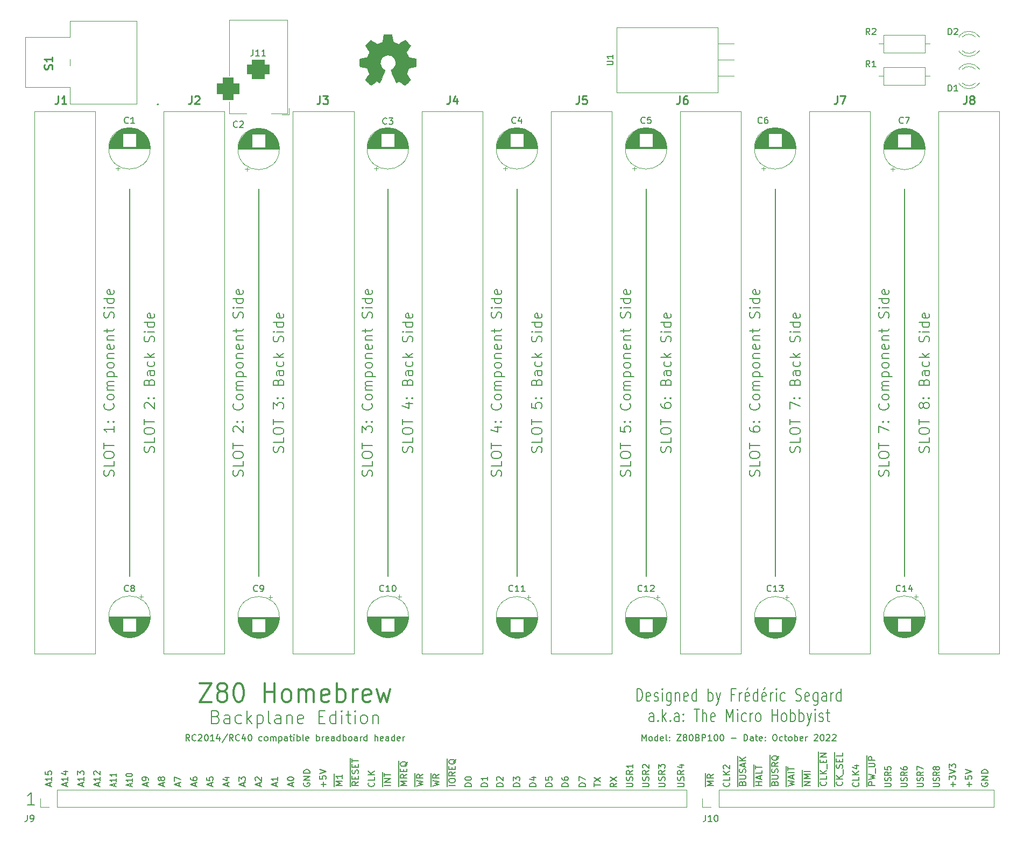
<source format=gto>
G04 #@! TF.GenerationSoftware,KiCad,Pcbnew,(6.0.7)*
G04 #@! TF.CreationDate,2022-10-13T06:51:31-04:00*
G04 #@! TF.ProjectId,Part 5 - Backplane,50617274-2035-4202-9d20-4261636b706c,2*
G04 #@! TF.SameCoordinates,Original*
G04 #@! TF.FileFunction,Legend,Top*
G04 #@! TF.FilePolarity,Positive*
%FSLAX46Y46*%
G04 Gerber Fmt 4.6, Leading zero omitted, Abs format (unit mm)*
G04 Created by KiCad (PCBNEW (6.0.7)) date 2022-10-13 06:51:31*
%MOMM*%
%LPD*%
G01*
G04 APERTURE LIST*
G04 Aperture macros list*
%AMRoundRect*
0 Rectangle with rounded corners*
0 $1 Rounding radius*
0 $2 $3 $4 $5 $6 $7 $8 $9 X,Y pos of 4 corners*
0 Add a 4 corners polygon primitive as box body*
4,1,4,$2,$3,$4,$5,$6,$7,$8,$9,$2,$3,0*
0 Add four circle primitives for the rounded corners*
1,1,$1+$1,$2,$3*
1,1,$1+$1,$4,$5*
1,1,$1+$1,$6,$7*
1,1,$1+$1,$8,$9*
0 Add four rect primitives between the rounded corners*
20,1,$1+$1,$2,$3,$4,$5,0*
20,1,$1+$1,$4,$5,$6,$7,0*
20,1,$1+$1,$6,$7,$8,$9,0*
20,1,$1+$1,$8,$9,$2,$3,0*%
G04 Aperture macros list end*
%ADD10C,0.150000*%
%ADD11C,0.100000*%
%ADD12C,0.180000*%
%ADD13C,0.300000*%
%ADD14C,0.200000*%
%ADD15C,0.254000*%
%ADD16C,0.010000*%
%ADD17C,0.120000*%
%ADD18C,2.700000*%
%ADD19C,0.800000*%
%ADD20C,6.400000*%
%ADD21R,1.600000X1.600000*%
%ADD22C,1.600000*%
%ADD23R,3.500000X3.500000*%
%ADD24RoundRect,0.750000X-1.000000X0.750000X-1.000000X-0.750000X1.000000X-0.750000X1.000000X0.750000X0*%
%ADD25RoundRect,0.875000X-0.875000X0.875000X-0.875000X-0.875000X0.875000X-0.875000X0.875000X0.875000X0*%
%ADD26O,3.500000X3.500000*%
%ADD27R,2.000000X1.905000*%
%ADD28O,2.000000X1.905000*%
%ADD29O,1.600000X1.600000*%
%ADD30R,1.638000X1.638000*%
%ADD31C,1.638000*%
%ADD32R,1.800000X1.800000*%
%ADD33C,1.800000*%
%ADD34R,1.700000X1.700000*%
%ADD35O,1.700000X1.700000*%
G04 APERTURE END LIST*
D10*
X113030000Y-62230000D02*
X113030000Y-123190000D01*
X153670000Y-62230000D02*
X153670000Y-123190000D01*
D11*
X35687000Y-46228000D02*
X35687000Y-38354000D01*
X35687000Y-38354000D02*
X42728877Y-38354000D01*
D10*
X72390000Y-62230000D02*
X72390000Y-123190000D01*
D11*
X42725000Y-46790000D02*
X42733267Y-46228000D01*
X42733267Y-46228000D02*
X35687000Y-46228000D01*
D10*
X92710000Y-62230000D02*
X92710000Y-123190000D01*
X173990000Y-62230000D02*
X173990000Y-123190000D01*
X52070000Y-62230000D02*
X52070000Y-123190000D01*
X133350000Y-62230000D02*
X133350000Y-123190000D01*
D11*
X42728877Y-38354000D02*
X42725000Y-37790000D01*
D10*
X163000000Y-156290300D02*
X163000000Y-155290300D01*
X164187142Y-155480776D02*
X164234761Y-155528395D01*
X164282380Y-155671252D01*
X164282380Y-155766490D01*
X164234761Y-155909347D01*
X164139523Y-156004585D01*
X164044285Y-156052204D01*
X163853809Y-156099823D01*
X163710952Y-156099823D01*
X163520476Y-156052204D01*
X163425238Y-156004585D01*
X163330000Y-155909347D01*
X163282380Y-155766490D01*
X163282380Y-155671252D01*
X163330000Y-155528395D01*
X163377619Y-155480776D01*
X163000000Y-155290300D02*
X163000000Y-154290300D01*
X164282380Y-155052204D02*
X163282380Y-155052204D01*
X164282380Y-154480776D02*
X163710952Y-154909347D01*
X163282380Y-154480776D02*
X163853809Y-155052204D01*
X163000000Y-154290300D02*
X163000000Y-153528395D01*
X164377619Y-154290300D02*
X164377619Y-153528395D01*
X163000000Y-153528395D02*
X163000000Y-152576014D01*
X164234761Y-153337919D02*
X164282380Y-153195061D01*
X164282380Y-152956966D01*
X164234761Y-152861728D01*
X164187142Y-152814109D01*
X164091904Y-152766490D01*
X163996666Y-152766490D01*
X163901428Y-152814109D01*
X163853809Y-152861728D01*
X163806190Y-152956966D01*
X163758571Y-153147442D01*
X163710952Y-153242680D01*
X163663333Y-153290300D01*
X163568095Y-153337919D01*
X163472857Y-153337919D01*
X163377619Y-153290300D01*
X163330000Y-153242680D01*
X163282380Y-153147442D01*
X163282380Y-152909347D01*
X163330000Y-152766490D01*
X163000000Y-152576014D02*
X163000000Y-151671252D01*
X163758571Y-152337919D02*
X163758571Y-152004585D01*
X164282380Y-151861728D02*
X164282380Y-152337919D01*
X163282380Y-152337919D01*
X163282380Y-151861728D01*
X163000000Y-151671252D02*
X163000000Y-150861728D01*
X164282380Y-150956966D02*
X164282380Y-151433157D01*
X163282380Y-151433157D01*
X184221428Y-156280804D02*
X184221428Y-155518900D01*
X184602380Y-155899852D02*
X183840476Y-155899852D01*
X183602380Y-154566519D02*
X183602380Y-155042709D01*
X184078571Y-155090328D01*
X184030952Y-155042709D01*
X183983333Y-154947471D01*
X183983333Y-154709376D01*
X184030952Y-154614138D01*
X184078571Y-154566519D01*
X184173809Y-154518900D01*
X184411904Y-154518900D01*
X184507142Y-154566519D01*
X184554761Y-154614138D01*
X184602380Y-154709376D01*
X184602380Y-154947471D01*
X184554761Y-155042709D01*
X184507142Y-155090328D01*
X183602380Y-154233185D02*
X184602380Y-153899852D01*
X183602380Y-153566519D01*
X62396666Y-156176023D02*
X62396666Y-155699833D01*
X62682380Y-156271261D02*
X61682380Y-155937928D01*
X62682380Y-155604595D01*
X61682380Y-154842690D02*
X61682380Y-155033166D01*
X61730000Y-155128404D01*
X61777619Y-155176023D01*
X61920476Y-155271261D01*
X62110952Y-155318880D01*
X62491904Y-155318880D01*
X62587142Y-155271261D01*
X62634761Y-155223642D01*
X62682380Y-155128404D01*
X62682380Y-154937928D01*
X62634761Y-154842690D01*
X62587142Y-154795071D01*
X62491904Y-154747452D01*
X62253809Y-154747452D01*
X62158571Y-154795071D01*
X62110952Y-154842690D01*
X62063333Y-154937928D01*
X62063333Y-155128404D01*
X62110952Y-155223642D01*
X62158571Y-155271261D01*
X62253809Y-155318880D01*
X52236666Y-156204595D02*
X52236666Y-155799833D01*
X52522380Y-156285547D02*
X51522380Y-156002214D01*
X52522380Y-155718880D01*
X52522380Y-154990309D02*
X52522380Y-155476023D01*
X52522380Y-155233166D02*
X51522380Y-155233166D01*
X51665238Y-155314119D01*
X51760476Y-155395071D01*
X51808095Y-155476023D01*
X51522380Y-154464119D02*
X51522380Y-154383166D01*
X51570000Y-154302214D01*
X51617619Y-154261738D01*
X51712857Y-154221261D01*
X51903333Y-154180785D01*
X52141428Y-154180785D01*
X52331904Y-154221261D01*
X52427142Y-154261738D01*
X52474761Y-154302214D01*
X52522380Y-154383166D01*
X52522380Y-154464119D01*
X52474761Y-154545071D01*
X52427142Y-154585547D01*
X52331904Y-154626023D01*
X52141428Y-154666500D01*
X51903333Y-154666500D01*
X51712857Y-154626023D01*
X51617619Y-154585547D01*
X51570000Y-154545071D01*
X51522380Y-154464119D01*
D12*
X96532619Y-103643333D02*
X96608809Y-103414761D01*
X96608809Y-103033809D01*
X96532619Y-102881428D01*
X96456428Y-102805238D01*
X96304047Y-102729047D01*
X96151666Y-102729047D01*
X95999285Y-102805238D01*
X95923095Y-102881428D01*
X95846904Y-103033809D01*
X95770714Y-103338571D01*
X95694523Y-103490952D01*
X95618333Y-103567142D01*
X95465952Y-103643333D01*
X95313571Y-103643333D01*
X95161190Y-103567142D01*
X95085000Y-103490952D01*
X95008809Y-103338571D01*
X95008809Y-102957619D01*
X95085000Y-102729047D01*
X96608809Y-101281428D02*
X96608809Y-102043333D01*
X95008809Y-102043333D01*
X95008809Y-100443333D02*
X95008809Y-100138571D01*
X95085000Y-99986190D01*
X95237380Y-99833809D01*
X95542142Y-99757619D01*
X96075476Y-99757619D01*
X96380238Y-99833809D01*
X96532619Y-99986190D01*
X96608809Y-100138571D01*
X96608809Y-100443333D01*
X96532619Y-100595714D01*
X96380238Y-100748095D01*
X96075476Y-100824285D01*
X95542142Y-100824285D01*
X95237380Y-100748095D01*
X95085000Y-100595714D01*
X95008809Y-100443333D01*
X95008809Y-99300476D02*
X95008809Y-98386190D01*
X96608809Y-98843333D02*
X95008809Y-98843333D01*
X95542142Y-95948095D02*
X96608809Y-95948095D01*
X94932619Y-96329047D02*
X96075476Y-96710000D01*
X96075476Y-95719523D01*
X96456428Y-95110000D02*
X96532619Y-95033809D01*
X96608809Y-95110000D01*
X96532619Y-95186190D01*
X96456428Y-95110000D01*
X96608809Y-95110000D01*
X95618333Y-95110000D02*
X95694523Y-95033809D01*
X95770714Y-95110000D01*
X95694523Y-95186190D01*
X95618333Y-95110000D01*
X95770714Y-95110000D01*
X95770714Y-92595714D02*
X95846904Y-92367142D01*
X95923095Y-92290952D01*
X96075476Y-92214761D01*
X96304047Y-92214761D01*
X96456428Y-92290952D01*
X96532619Y-92367142D01*
X96608809Y-92519523D01*
X96608809Y-93129047D01*
X95008809Y-93129047D01*
X95008809Y-92595714D01*
X95085000Y-92443333D01*
X95161190Y-92367142D01*
X95313571Y-92290952D01*
X95465952Y-92290952D01*
X95618333Y-92367142D01*
X95694523Y-92443333D01*
X95770714Y-92595714D01*
X95770714Y-93129047D01*
X96608809Y-90843333D02*
X95770714Y-90843333D01*
X95618333Y-90919523D01*
X95542142Y-91071904D01*
X95542142Y-91376666D01*
X95618333Y-91529047D01*
X96532619Y-90843333D02*
X96608809Y-90995714D01*
X96608809Y-91376666D01*
X96532619Y-91529047D01*
X96380238Y-91605238D01*
X96227857Y-91605238D01*
X96075476Y-91529047D01*
X95999285Y-91376666D01*
X95999285Y-90995714D01*
X95923095Y-90843333D01*
X96532619Y-89395714D02*
X96608809Y-89548095D01*
X96608809Y-89852857D01*
X96532619Y-90005238D01*
X96456428Y-90081428D01*
X96304047Y-90157619D01*
X95846904Y-90157619D01*
X95694523Y-90081428D01*
X95618333Y-90005238D01*
X95542142Y-89852857D01*
X95542142Y-89548095D01*
X95618333Y-89395714D01*
X96608809Y-88710000D02*
X95008809Y-88710000D01*
X95999285Y-88557619D02*
X96608809Y-88100476D01*
X95542142Y-88100476D02*
X96151666Y-88710000D01*
X96532619Y-86271904D02*
X96608809Y-86043333D01*
X96608809Y-85662380D01*
X96532619Y-85510000D01*
X96456428Y-85433809D01*
X96304047Y-85357619D01*
X96151666Y-85357619D01*
X95999285Y-85433809D01*
X95923095Y-85510000D01*
X95846904Y-85662380D01*
X95770714Y-85967142D01*
X95694523Y-86119523D01*
X95618333Y-86195714D01*
X95465952Y-86271904D01*
X95313571Y-86271904D01*
X95161190Y-86195714D01*
X95085000Y-86119523D01*
X95008809Y-85967142D01*
X95008809Y-85586190D01*
X95085000Y-85357619D01*
X96608809Y-84671904D02*
X95542142Y-84671904D01*
X95008809Y-84671904D02*
X95085000Y-84748095D01*
X95161190Y-84671904D01*
X95085000Y-84595714D01*
X95008809Y-84671904D01*
X95161190Y-84671904D01*
X96608809Y-83224285D02*
X95008809Y-83224285D01*
X96532619Y-83224285D02*
X96608809Y-83376666D01*
X96608809Y-83681428D01*
X96532619Y-83833809D01*
X96456428Y-83910000D01*
X96304047Y-83986190D01*
X95846904Y-83986190D01*
X95694523Y-83910000D01*
X95618333Y-83833809D01*
X95542142Y-83681428D01*
X95542142Y-83376666D01*
X95618333Y-83224285D01*
X96532619Y-81852857D02*
X96608809Y-82005238D01*
X96608809Y-82310000D01*
X96532619Y-82462380D01*
X96380238Y-82538571D01*
X95770714Y-82538571D01*
X95618333Y-82462380D01*
X95542142Y-82310000D01*
X95542142Y-82005238D01*
X95618333Y-81852857D01*
X95770714Y-81776666D01*
X95923095Y-81776666D01*
X96075476Y-82538571D01*
D10*
X64936666Y-156176023D02*
X64936666Y-155699833D01*
X65222380Y-156271261D02*
X64222380Y-155937928D01*
X65222380Y-155604595D01*
X64222380Y-154795071D02*
X64222380Y-155271261D01*
X64698571Y-155318880D01*
X64650952Y-155271261D01*
X64603333Y-155176023D01*
X64603333Y-154937928D01*
X64650952Y-154842690D01*
X64698571Y-154795071D01*
X64793809Y-154747452D01*
X65031904Y-154747452D01*
X65127142Y-154795071D01*
X65174761Y-154842690D01*
X65222380Y-154937928D01*
X65222380Y-155176023D01*
X65174761Y-155271261D01*
X65127142Y-155318880D01*
D12*
X130822619Y-107414761D02*
X130898809Y-107186190D01*
X130898809Y-106805238D01*
X130822619Y-106652857D01*
X130746428Y-106576666D01*
X130594047Y-106500476D01*
X130441666Y-106500476D01*
X130289285Y-106576666D01*
X130213095Y-106652857D01*
X130136904Y-106805238D01*
X130060714Y-107110000D01*
X129984523Y-107262380D01*
X129908333Y-107338571D01*
X129755952Y-107414761D01*
X129603571Y-107414761D01*
X129451190Y-107338571D01*
X129375000Y-107262380D01*
X129298809Y-107110000D01*
X129298809Y-106729047D01*
X129375000Y-106500476D01*
X130898809Y-105052857D02*
X130898809Y-105814761D01*
X129298809Y-105814761D01*
X129298809Y-104214761D02*
X129298809Y-103910000D01*
X129375000Y-103757619D01*
X129527380Y-103605238D01*
X129832142Y-103529047D01*
X130365476Y-103529047D01*
X130670238Y-103605238D01*
X130822619Y-103757619D01*
X130898809Y-103910000D01*
X130898809Y-104214761D01*
X130822619Y-104367142D01*
X130670238Y-104519523D01*
X130365476Y-104595714D01*
X129832142Y-104595714D01*
X129527380Y-104519523D01*
X129375000Y-104367142D01*
X129298809Y-104214761D01*
X129298809Y-103071904D02*
X129298809Y-102157619D01*
X130898809Y-102614761D02*
X129298809Y-102614761D01*
X129298809Y-99643333D02*
X129298809Y-100405238D01*
X130060714Y-100481428D01*
X129984523Y-100405238D01*
X129908333Y-100252857D01*
X129908333Y-99871904D01*
X129984523Y-99719523D01*
X130060714Y-99643333D01*
X130213095Y-99567142D01*
X130594047Y-99567142D01*
X130746428Y-99643333D01*
X130822619Y-99719523D01*
X130898809Y-99871904D01*
X130898809Y-100252857D01*
X130822619Y-100405238D01*
X130746428Y-100481428D01*
X130746428Y-98881428D02*
X130822619Y-98805238D01*
X130898809Y-98881428D01*
X130822619Y-98957619D01*
X130746428Y-98881428D01*
X130898809Y-98881428D01*
X129908333Y-98881428D02*
X129984523Y-98805238D01*
X130060714Y-98881428D01*
X129984523Y-98957619D01*
X129908333Y-98881428D01*
X130060714Y-98881428D01*
X130746428Y-95986190D02*
X130822619Y-96062380D01*
X130898809Y-96290952D01*
X130898809Y-96443333D01*
X130822619Y-96671904D01*
X130670238Y-96824285D01*
X130517857Y-96900476D01*
X130213095Y-96976666D01*
X129984523Y-96976666D01*
X129679761Y-96900476D01*
X129527380Y-96824285D01*
X129375000Y-96671904D01*
X129298809Y-96443333D01*
X129298809Y-96290952D01*
X129375000Y-96062380D01*
X129451190Y-95986190D01*
X130898809Y-95071904D02*
X130822619Y-95224285D01*
X130746428Y-95300476D01*
X130594047Y-95376666D01*
X130136904Y-95376666D01*
X129984523Y-95300476D01*
X129908333Y-95224285D01*
X129832142Y-95071904D01*
X129832142Y-94843333D01*
X129908333Y-94690952D01*
X129984523Y-94614761D01*
X130136904Y-94538571D01*
X130594047Y-94538571D01*
X130746428Y-94614761D01*
X130822619Y-94690952D01*
X130898809Y-94843333D01*
X130898809Y-95071904D01*
X130898809Y-93852857D02*
X129832142Y-93852857D01*
X129984523Y-93852857D02*
X129908333Y-93776666D01*
X129832142Y-93624285D01*
X129832142Y-93395714D01*
X129908333Y-93243333D01*
X130060714Y-93167142D01*
X130898809Y-93167142D01*
X130060714Y-93167142D02*
X129908333Y-93090952D01*
X129832142Y-92938571D01*
X129832142Y-92710000D01*
X129908333Y-92557619D01*
X130060714Y-92481428D01*
X130898809Y-92481428D01*
X129832142Y-91719523D02*
X131432142Y-91719523D01*
X129908333Y-91719523D02*
X129832142Y-91567142D01*
X129832142Y-91262380D01*
X129908333Y-91110000D01*
X129984523Y-91033809D01*
X130136904Y-90957619D01*
X130594047Y-90957619D01*
X130746428Y-91033809D01*
X130822619Y-91110000D01*
X130898809Y-91262380D01*
X130898809Y-91567142D01*
X130822619Y-91719523D01*
X130898809Y-90043333D02*
X130822619Y-90195714D01*
X130746428Y-90271904D01*
X130594047Y-90348095D01*
X130136904Y-90348095D01*
X129984523Y-90271904D01*
X129908333Y-90195714D01*
X129832142Y-90043333D01*
X129832142Y-89814761D01*
X129908333Y-89662380D01*
X129984523Y-89586190D01*
X130136904Y-89510000D01*
X130594047Y-89510000D01*
X130746428Y-89586190D01*
X130822619Y-89662380D01*
X130898809Y-89814761D01*
X130898809Y-90043333D01*
X129832142Y-88824285D02*
X130898809Y-88824285D01*
X129984523Y-88824285D02*
X129908333Y-88748095D01*
X129832142Y-88595714D01*
X129832142Y-88367142D01*
X129908333Y-88214761D01*
X130060714Y-88138571D01*
X130898809Y-88138571D01*
X130822619Y-86767142D02*
X130898809Y-86919523D01*
X130898809Y-87224285D01*
X130822619Y-87376666D01*
X130670238Y-87452857D01*
X130060714Y-87452857D01*
X129908333Y-87376666D01*
X129832142Y-87224285D01*
X129832142Y-86919523D01*
X129908333Y-86767142D01*
X130060714Y-86690952D01*
X130213095Y-86690952D01*
X130365476Y-87452857D01*
X129832142Y-86005238D02*
X130898809Y-86005238D01*
X129984523Y-86005238D02*
X129908333Y-85929047D01*
X129832142Y-85776666D01*
X129832142Y-85548095D01*
X129908333Y-85395714D01*
X130060714Y-85319523D01*
X130898809Y-85319523D01*
X129832142Y-84786190D02*
X129832142Y-84176666D01*
X129298809Y-84557619D02*
X130670238Y-84557619D01*
X130822619Y-84481428D01*
X130898809Y-84329047D01*
X130898809Y-84176666D01*
X130822619Y-82500476D02*
X130898809Y-82271904D01*
X130898809Y-81890952D01*
X130822619Y-81738571D01*
X130746428Y-81662380D01*
X130594047Y-81586190D01*
X130441666Y-81586190D01*
X130289285Y-81662380D01*
X130213095Y-81738571D01*
X130136904Y-81890952D01*
X130060714Y-82195714D01*
X129984523Y-82348095D01*
X129908333Y-82424285D01*
X129755952Y-82500476D01*
X129603571Y-82500476D01*
X129451190Y-82424285D01*
X129375000Y-82348095D01*
X129298809Y-82195714D01*
X129298809Y-81814761D01*
X129375000Y-81586190D01*
X130898809Y-80900476D02*
X129832142Y-80900476D01*
X129298809Y-80900476D02*
X129375000Y-80976666D01*
X129451190Y-80900476D01*
X129375000Y-80824285D01*
X129298809Y-80900476D01*
X129451190Y-80900476D01*
X130898809Y-79452857D02*
X129298809Y-79452857D01*
X130822619Y-79452857D02*
X130898809Y-79605238D01*
X130898809Y-79910000D01*
X130822619Y-80062380D01*
X130746428Y-80138571D01*
X130594047Y-80214761D01*
X130136904Y-80214761D01*
X129984523Y-80138571D01*
X129908333Y-80062380D01*
X129832142Y-79910000D01*
X129832142Y-79605238D01*
X129908333Y-79452857D01*
X130822619Y-78081428D02*
X130898809Y-78233809D01*
X130898809Y-78538571D01*
X130822619Y-78690952D01*
X130670238Y-78767142D01*
X130060714Y-78767142D01*
X129908333Y-78690952D01*
X129832142Y-78538571D01*
X129832142Y-78233809D01*
X129908333Y-78081428D01*
X130060714Y-78005238D01*
X130213095Y-78005238D01*
X130365476Y-78767142D01*
X49542619Y-107414761D02*
X49618809Y-107186190D01*
X49618809Y-106805238D01*
X49542619Y-106652857D01*
X49466428Y-106576666D01*
X49314047Y-106500476D01*
X49161666Y-106500476D01*
X49009285Y-106576666D01*
X48933095Y-106652857D01*
X48856904Y-106805238D01*
X48780714Y-107110000D01*
X48704523Y-107262380D01*
X48628333Y-107338571D01*
X48475952Y-107414761D01*
X48323571Y-107414761D01*
X48171190Y-107338571D01*
X48095000Y-107262380D01*
X48018809Y-107110000D01*
X48018809Y-106729047D01*
X48095000Y-106500476D01*
X49618809Y-105052857D02*
X49618809Y-105814761D01*
X48018809Y-105814761D01*
X48018809Y-104214761D02*
X48018809Y-103910000D01*
X48095000Y-103757619D01*
X48247380Y-103605238D01*
X48552142Y-103529047D01*
X49085476Y-103529047D01*
X49390238Y-103605238D01*
X49542619Y-103757619D01*
X49618809Y-103910000D01*
X49618809Y-104214761D01*
X49542619Y-104367142D01*
X49390238Y-104519523D01*
X49085476Y-104595714D01*
X48552142Y-104595714D01*
X48247380Y-104519523D01*
X48095000Y-104367142D01*
X48018809Y-104214761D01*
X48018809Y-103071904D02*
X48018809Y-102157619D01*
X49618809Y-102614761D02*
X48018809Y-102614761D01*
X49618809Y-99567142D02*
X49618809Y-100481428D01*
X49618809Y-100024285D02*
X48018809Y-100024285D01*
X48247380Y-100176666D01*
X48399761Y-100329047D01*
X48475952Y-100481428D01*
X49466428Y-98881428D02*
X49542619Y-98805238D01*
X49618809Y-98881428D01*
X49542619Y-98957619D01*
X49466428Y-98881428D01*
X49618809Y-98881428D01*
X48628333Y-98881428D02*
X48704523Y-98805238D01*
X48780714Y-98881428D01*
X48704523Y-98957619D01*
X48628333Y-98881428D01*
X48780714Y-98881428D01*
X49466428Y-95986190D02*
X49542619Y-96062380D01*
X49618809Y-96290952D01*
X49618809Y-96443333D01*
X49542619Y-96671904D01*
X49390238Y-96824285D01*
X49237857Y-96900476D01*
X48933095Y-96976666D01*
X48704523Y-96976666D01*
X48399761Y-96900476D01*
X48247380Y-96824285D01*
X48095000Y-96671904D01*
X48018809Y-96443333D01*
X48018809Y-96290952D01*
X48095000Y-96062380D01*
X48171190Y-95986190D01*
X49618809Y-95071904D02*
X49542619Y-95224285D01*
X49466428Y-95300476D01*
X49314047Y-95376666D01*
X48856904Y-95376666D01*
X48704523Y-95300476D01*
X48628333Y-95224285D01*
X48552142Y-95071904D01*
X48552142Y-94843333D01*
X48628333Y-94690952D01*
X48704523Y-94614761D01*
X48856904Y-94538571D01*
X49314047Y-94538571D01*
X49466428Y-94614761D01*
X49542619Y-94690952D01*
X49618809Y-94843333D01*
X49618809Y-95071904D01*
X49618809Y-93852857D02*
X48552142Y-93852857D01*
X48704523Y-93852857D02*
X48628333Y-93776666D01*
X48552142Y-93624285D01*
X48552142Y-93395714D01*
X48628333Y-93243333D01*
X48780714Y-93167142D01*
X49618809Y-93167142D01*
X48780714Y-93167142D02*
X48628333Y-93090952D01*
X48552142Y-92938571D01*
X48552142Y-92710000D01*
X48628333Y-92557619D01*
X48780714Y-92481428D01*
X49618809Y-92481428D01*
X48552142Y-91719523D02*
X50152142Y-91719523D01*
X48628333Y-91719523D02*
X48552142Y-91567142D01*
X48552142Y-91262380D01*
X48628333Y-91110000D01*
X48704523Y-91033809D01*
X48856904Y-90957619D01*
X49314047Y-90957619D01*
X49466428Y-91033809D01*
X49542619Y-91110000D01*
X49618809Y-91262380D01*
X49618809Y-91567142D01*
X49542619Y-91719523D01*
X49618809Y-90043333D02*
X49542619Y-90195714D01*
X49466428Y-90271904D01*
X49314047Y-90348095D01*
X48856904Y-90348095D01*
X48704523Y-90271904D01*
X48628333Y-90195714D01*
X48552142Y-90043333D01*
X48552142Y-89814761D01*
X48628333Y-89662380D01*
X48704523Y-89586190D01*
X48856904Y-89510000D01*
X49314047Y-89510000D01*
X49466428Y-89586190D01*
X49542619Y-89662380D01*
X49618809Y-89814761D01*
X49618809Y-90043333D01*
X48552142Y-88824285D02*
X49618809Y-88824285D01*
X48704523Y-88824285D02*
X48628333Y-88748095D01*
X48552142Y-88595714D01*
X48552142Y-88367142D01*
X48628333Y-88214761D01*
X48780714Y-88138571D01*
X49618809Y-88138571D01*
X49542619Y-86767142D02*
X49618809Y-86919523D01*
X49618809Y-87224285D01*
X49542619Y-87376666D01*
X49390238Y-87452857D01*
X48780714Y-87452857D01*
X48628333Y-87376666D01*
X48552142Y-87224285D01*
X48552142Y-86919523D01*
X48628333Y-86767142D01*
X48780714Y-86690952D01*
X48933095Y-86690952D01*
X49085476Y-87452857D01*
X48552142Y-86005238D02*
X49618809Y-86005238D01*
X48704523Y-86005238D02*
X48628333Y-85929047D01*
X48552142Y-85776666D01*
X48552142Y-85548095D01*
X48628333Y-85395714D01*
X48780714Y-85319523D01*
X49618809Y-85319523D01*
X48552142Y-84786190D02*
X48552142Y-84176666D01*
X48018809Y-84557619D02*
X49390238Y-84557619D01*
X49542619Y-84481428D01*
X49618809Y-84329047D01*
X49618809Y-84176666D01*
X49542619Y-82500476D02*
X49618809Y-82271904D01*
X49618809Y-81890952D01*
X49542619Y-81738571D01*
X49466428Y-81662380D01*
X49314047Y-81586190D01*
X49161666Y-81586190D01*
X49009285Y-81662380D01*
X48933095Y-81738571D01*
X48856904Y-81890952D01*
X48780714Y-82195714D01*
X48704523Y-82348095D01*
X48628333Y-82424285D01*
X48475952Y-82500476D01*
X48323571Y-82500476D01*
X48171190Y-82424285D01*
X48095000Y-82348095D01*
X48018809Y-82195714D01*
X48018809Y-81814761D01*
X48095000Y-81586190D01*
X49618809Y-80900476D02*
X48552142Y-80900476D01*
X48018809Y-80900476D02*
X48095000Y-80976666D01*
X48171190Y-80900476D01*
X48095000Y-80824285D01*
X48018809Y-80900476D01*
X48171190Y-80900476D01*
X49618809Y-79452857D02*
X48018809Y-79452857D01*
X49542619Y-79452857D02*
X49618809Y-79605238D01*
X49618809Y-79910000D01*
X49542619Y-80062380D01*
X49466428Y-80138571D01*
X49314047Y-80214761D01*
X48856904Y-80214761D01*
X48704523Y-80138571D01*
X48628333Y-80062380D01*
X48552142Y-79910000D01*
X48552142Y-79605238D01*
X48628333Y-79452857D01*
X49542619Y-78081428D02*
X49618809Y-78233809D01*
X49618809Y-78538571D01*
X49542619Y-78690952D01*
X49390238Y-78767142D01*
X48780714Y-78767142D01*
X48628333Y-78690952D01*
X48552142Y-78538571D01*
X48552142Y-78233809D01*
X48628333Y-78081428D01*
X48780714Y-78005238D01*
X48933095Y-78005238D01*
X49085476Y-78767142D01*
X116852619Y-103643333D02*
X116928809Y-103414761D01*
X116928809Y-103033809D01*
X116852619Y-102881428D01*
X116776428Y-102805238D01*
X116624047Y-102729047D01*
X116471666Y-102729047D01*
X116319285Y-102805238D01*
X116243095Y-102881428D01*
X116166904Y-103033809D01*
X116090714Y-103338571D01*
X116014523Y-103490952D01*
X115938333Y-103567142D01*
X115785952Y-103643333D01*
X115633571Y-103643333D01*
X115481190Y-103567142D01*
X115405000Y-103490952D01*
X115328809Y-103338571D01*
X115328809Y-102957619D01*
X115405000Y-102729047D01*
X116928809Y-101281428D02*
X116928809Y-102043333D01*
X115328809Y-102043333D01*
X115328809Y-100443333D02*
X115328809Y-100138571D01*
X115405000Y-99986190D01*
X115557380Y-99833809D01*
X115862142Y-99757619D01*
X116395476Y-99757619D01*
X116700238Y-99833809D01*
X116852619Y-99986190D01*
X116928809Y-100138571D01*
X116928809Y-100443333D01*
X116852619Y-100595714D01*
X116700238Y-100748095D01*
X116395476Y-100824285D01*
X115862142Y-100824285D01*
X115557380Y-100748095D01*
X115405000Y-100595714D01*
X115328809Y-100443333D01*
X115328809Y-99300476D02*
X115328809Y-98386190D01*
X116928809Y-98843333D02*
X115328809Y-98843333D01*
X115328809Y-95871904D02*
X115328809Y-96633809D01*
X116090714Y-96710000D01*
X116014523Y-96633809D01*
X115938333Y-96481428D01*
X115938333Y-96100476D01*
X116014523Y-95948095D01*
X116090714Y-95871904D01*
X116243095Y-95795714D01*
X116624047Y-95795714D01*
X116776428Y-95871904D01*
X116852619Y-95948095D01*
X116928809Y-96100476D01*
X116928809Y-96481428D01*
X116852619Y-96633809D01*
X116776428Y-96710000D01*
X116776428Y-95110000D02*
X116852619Y-95033809D01*
X116928809Y-95110000D01*
X116852619Y-95186190D01*
X116776428Y-95110000D01*
X116928809Y-95110000D01*
X115938333Y-95110000D02*
X116014523Y-95033809D01*
X116090714Y-95110000D01*
X116014523Y-95186190D01*
X115938333Y-95110000D01*
X116090714Y-95110000D01*
X116090714Y-92595714D02*
X116166904Y-92367142D01*
X116243095Y-92290952D01*
X116395476Y-92214761D01*
X116624047Y-92214761D01*
X116776428Y-92290952D01*
X116852619Y-92367142D01*
X116928809Y-92519523D01*
X116928809Y-93129047D01*
X115328809Y-93129047D01*
X115328809Y-92595714D01*
X115405000Y-92443333D01*
X115481190Y-92367142D01*
X115633571Y-92290952D01*
X115785952Y-92290952D01*
X115938333Y-92367142D01*
X116014523Y-92443333D01*
X116090714Y-92595714D01*
X116090714Y-93129047D01*
X116928809Y-90843333D02*
X116090714Y-90843333D01*
X115938333Y-90919523D01*
X115862142Y-91071904D01*
X115862142Y-91376666D01*
X115938333Y-91529047D01*
X116852619Y-90843333D02*
X116928809Y-90995714D01*
X116928809Y-91376666D01*
X116852619Y-91529047D01*
X116700238Y-91605238D01*
X116547857Y-91605238D01*
X116395476Y-91529047D01*
X116319285Y-91376666D01*
X116319285Y-90995714D01*
X116243095Y-90843333D01*
X116852619Y-89395714D02*
X116928809Y-89548095D01*
X116928809Y-89852857D01*
X116852619Y-90005238D01*
X116776428Y-90081428D01*
X116624047Y-90157619D01*
X116166904Y-90157619D01*
X116014523Y-90081428D01*
X115938333Y-90005238D01*
X115862142Y-89852857D01*
X115862142Y-89548095D01*
X115938333Y-89395714D01*
X116928809Y-88710000D02*
X115328809Y-88710000D01*
X116319285Y-88557619D02*
X116928809Y-88100476D01*
X115862142Y-88100476D02*
X116471666Y-88710000D01*
X116852619Y-86271904D02*
X116928809Y-86043333D01*
X116928809Y-85662380D01*
X116852619Y-85510000D01*
X116776428Y-85433809D01*
X116624047Y-85357619D01*
X116471666Y-85357619D01*
X116319285Y-85433809D01*
X116243095Y-85510000D01*
X116166904Y-85662380D01*
X116090714Y-85967142D01*
X116014523Y-86119523D01*
X115938333Y-86195714D01*
X115785952Y-86271904D01*
X115633571Y-86271904D01*
X115481190Y-86195714D01*
X115405000Y-86119523D01*
X115328809Y-85967142D01*
X115328809Y-85586190D01*
X115405000Y-85357619D01*
X116928809Y-84671904D02*
X115862142Y-84671904D01*
X115328809Y-84671904D02*
X115405000Y-84748095D01*
X115481190Y-84671904D01*
X115405000Y-84595714D01*
X115328809Y-84671904D01*
X115481190Y-84671904D01*
X116928809Y-83224285D02*
X115328809Y-83224285D01*
X116852619Y-83224285D02*
X116928809Y-83376666D01*
X116928809Y-83681428D01*
X116852619Y-83833809D01*
X116776428Y-83910000D01*
X116624047Y-83986190D01*
X116166904Y-83986190D01*
X116014523Y-83910000D01*
X115938333Y-83833809D01*
X115862142Y-83681428D01*
X115862142Y-83376666D01*
X115938333Y-83224285D01*
X116852619Y-81852857D02*
X116928809Y-82005238D01*
X116928809Y-82310000D01*
X116852619Y-82462380D01*
X116700238Y-82538571D01*
X116090714Y-82538571D01*
X115938333Y-82462380D01*
X115862142Y-82310000D01*
X115862142Y-82005238D01*
X115938333Y-81852857D01*
X116090714Y-81776666D01*
X116243095Y-81776666D01*
X116395476Y-82538571D01*
D10*
X142680000Y-156290300D02*
X142680000Y-155147442D01*
X143962380Y-156052204D02*
X142962380Y-156052204D01*
X143676666Y-155718871D01*
X142962380Y-155385538D01*
X143962380Y-155385538D01*
X142680000Y-155147442D02*
X142680000Y-154147442D01*
X143962380Y-154337919D02*
X143486190Y-154671252D01*
X143962380Y-154909347D02*
X142962380Y-154909347D01*
X142962380Y-154528395D01*
X143010000Y-154433157D01*
X143057619Y-154385538D01*
X143152857Y-154337919D01*
X143295714Y-154337919D01*
X143390952Y-154385538D01*
X143438571Y-154433157D01*
X143486190Y-154528395D01*
X143486190Y-154909347D01*
X181681428Y-156280804D02*
X181681428Y-155518900D01*
X182062380Y-155899852D02*
X181300476Y-155899852D01*
X181062380Y-155137947D02*
X181062380Y-154518900D01*
X181443333Y-154852233D01*
X181443333Y-154709376D01*
X181490952Y-154614138D01*
X181538571Y-154566519D01*
X181633809Y-154518900D01*
X181871904Y-154518900D01*
X181967142Y-154566519D01*
X182014761Y-154614138D01*
X182062380Y-154709376D01*
X182062380Y-154995090D01*
X182014761Y-155090328D01*
X181967142Y-155137947D01*
X181062380Y-154233185D02*
X182062380Y-153899852D01*
X181062380Y-153566519D01*
X181062380Y-153328423D02*
X181062380Y-152709376D01*
X181443333Y-153042709D01*
X181443333Y-152899852D01*
X181490952Y-152804614D01*
X181538571Y-152756995D01*
X181633809Y-152709376D01*
X181871904Y-152709376D01*
X181967142Y-152756995D01*
X182014761Y-152804614D01*
X182062380Y-152899852D01*
X182062380Y-153185566D01*
X182014761Y-153280804D01*
X181967142Y-153328423D01*
X102040000Y-156290300D02*
X102040000Y-155814109D01*
X103322380Y-156052204D02*
X102322380Y-156052204D01*
X102040000Y-155814109D02*
X102040000Y-154766490D01*
X102322380Y-155385538D02*
X102322380Y-155195061D01*
X102370000Y-155099823D01*
X102465238Y-155004585D01*
X102655714Y-154956966D01*
X102989047Y-154956966D01*
X103179523Y-155004585D01*
X103274761Y-155099823D01*
X103322380Y-155195061D01*
X103322380Y-155385538D01*
X103274761Y-155480776D01*
X103179523Y-155576014D01*
X102989047Y-155623633D01*
X102655714Y-155623633D01*
X102465238Y-155576014D01*
X102370000Y-155480776D01*
X102322380Y-155385538D01*
X102040000Y-154766490D02*
X102040000Y-153766490D01*
X103322380Y-153956966D02*
X102846190Y-154290300D01*
X103322380Y-154528395D02*
X102322380Y-154528395D01*
X102322380Y-154147442D01*
X102370000Y-154052204D01*
X102417619Y-154004585D01*
X102512857Y-153956966D01*
X102655714Y-153956966D01*
X102750952Y-154004585D01*
X102798571Y-154052204D01*
X102846190Y-154147442D01*
X102846190Y-154528395D01*
X102040000Y-153766490D02*
X102040000Y-152861728D01*
X102798571Y-153528395D02*
X102798571Y-153195061D01*
X103322380Y-153052204D02*
X103322380Y-153528395D01*
X102322380Y-153528395D01*
X102322380Y-153052204D01*
X102040000Y-152861728D02*
X102040000Y-151814109D01*
X103417619Y-151956966D02*
X103370000Y-152052204D01*
X103274761Y-152147442D01*
X103131904Y-152290300D01*
X103084285Y-152385538D01*
X103084285Y-152480776D01*
X103322380Y-152433157D02*
X103274761Y-152528395D01*
X103179523Y-152623633D01*
X102989047Y-152671252D01*
X102655714Y-152671252D01*
X102465238Y-152623633D01*
X102370000Y-152528395D01*
X102322380Y-152433157D01*
X102322380Y-152242680D01*
X102370000Y-152147442D01*
X102465238Y-152052204D01*
X102655714Y-152004585D01*
X102989047Y-152004585D01*
X103179523Y-152052204D01*
X103274761Y-152147442D01*
X103322380Y-152242680D01*
X103322380Y-152433157D01*
X128722380Y-155711141D02*
X128246190Y-156044474D01*
X128722380Y-156282569D02*
X127722380Y-156282569D01*
X127722380Y-155901617D01*
X127770000Y-155806379D01*
X127817619Y-155758760D01*
X127912857Y-155711141D01*
X128055714Y-155711141D01*
X128150952Y-155758760D01*
X128198571Y-155806379D01*
X128246190Y-155901617D01*
X128246190Y-156282569D01*
X127722380Y-155377807D02*
X128722380Y-154711141D01*
X127722380Y-154711141D02*
X128722380Y-155377807D01*
X123820180Y-156255404D02*
X122820180Y-156255404D01*
X122820180Y-156017309D01*
X122867800Y-155874452D01*
X122963038Y-155779214D01*
X123058276Y-155731595D01*
X123248752Y-155683976D01*
X123391609Y-155683976D01*
X123582085Y-155731595D01*
X123677323Y-155779214D01*
X123772561Y-155874452D01*
X123820180Y-156017309D01*
X123820180Y-156255404D01*
X122820180Y-155350642D02*
X122820180Y-154683976D01*
X123820180Y-155112547D01*
D12*
X90182619Y-107414761D02*
X90258809Y-107186190D01*
X90258809Y-106805238D01*
X90182619Y-106652857D01*
X90106428Y-106576666D01*
X89954047Y-106500476D01*
X89801666Y-106500476D01*
X89649285Y-106576666D01*
X89573095Y-106652857D01*
X89496904Y-106805238D01*
X89420714Y-107110000D01*
X89344523Y-107262380D01*
X89268333Y-107338571D01*
X89115952Y-107414761D01*
X88963571Y-107414761D01*
X88811190Y-107338571D01*
X88735000Y-107262380D01*
X88658809Y-107110000D01*
X88658809Y-106729047D01*
X88735000Y-106500476D01*
X90258809Y-105052857D02*
X90258809Y-105814761D01*
X88658809Y-105814761D01*
X88658809Y-104214761D02*
X88658809Y-103910000D01*
X88735000Y-103757619D01*
X88887380Y-103605238D01*
X89192142Y-103529047D01*
X89725476Y-103529047D01*
X90030238Y-103605238D01*
X90182619Y-103757619D01*
X90258809Y-103910000D01*
X90258809Y-104214761D01*
X90182619Y-104367142D01*
X90030238Y-104519523D01*
X89725476Y-104595714D01*
X89192142Y-104595714D01*
X88887380Y-104519523D01*
X88735000Y-104367142D01*
X88658809Y-104214761D01*
X88658809Y-103071904D02*
X88658809Y-102157619D01*
X90258809Y-102614761D02*
X88658809Y-102614761D01*
X88658809Y-100557619D02*
X88658809Y-99567142D01*
X89268333Y-100100476D01*
X89268333Y-99871904D01*
X89344523Y-99719523D01*
X89420714Y-99643333D01*
X89573095Y-99567142D01*
X89954047Y-99567142D01*
X90106428Y-99643333D01*
X90182619Y-99719523D01*
X90258809Y-99871904D01*
X90258809Y-100329047D01*
X90182619Y-100481428D01*
X90106428Y-100557619D01*
X90106428Y-98881428D02*
X90182619Y-98805238D01*
X90258809Y-98881428D01*
X90182619Y-98957619D01*
X90106428Y-98881428D01*
X90258809Y-98881428D01*
X89268333Y-98881428D02*
X89344523Y-98805238D01*
X89420714Y-98881428D01*
X89344523Y-98957619D01*
X89268333Y-98881428D01*
X89420714Y-98881428D01*
X90106428Y-95986190D02*
X90182619Y-96062380D01*
X90258809Y-96290952D01*
X90258809Y-96443333D01*
X90182619Y-96671904D01*
X90030238Y-96824285D01*
X89877857Y-96900476D01*
X89573095Y-96976666D01*
X89344523Y-96976666D01*
X89039761Y-96900476D01*
X88887380Y-96824285D01*
X88735000Y-96671904D01*
X88658809Y-96443333D01*
X88658809Y-96290952D01*
X88735000Y-96062380D01*
X88811190Y-95986190D01*
X90258809Y-95071904D02*
X90182619Y-95224285D01*
X90106428Y-95300476D01*
X89954047Y-95376666D01*
X89496904Y-95376666D01*
X89344523Y-95300476D01*
X89268333Y-95224285D01*
X89192142Y-95071904D01*
X89192142Y-94843333D01*
X89268333Y-94690952D01*
X89344523Y-94614761D01*
X89496904Y-94538571D01*
X89954047Y-94538571D01*
X90106428Y-94614761D01*
X90182619Y-94690952D01*
X90258809Y-94843333D01*
X90258809Y-95071904D01*
X90258809Y-93852857D02*
X89192142Y-93852857D01*
X89344523Y-93852857D02*
X89268333Y-93776666D01*
X89192142Y-93624285D01*
X89192142Y-93395714D01*
X89268333Y-93243333D01*
X89420714Y-93167142D01*
X90258809Y-93167142D01*
X89420714Y-93167142D02*
X89268333Y-93090952D01*
X89192142Y-92938571D01*
X89192142Y-92710000D01*
X89268333Y-92557619D01*
X89420714Y-92481428D01*
X90258809Y-92481428D01*
X89192142Y-91719523D02*
X90792142Y-91719523D01*
X89268333Y-91719523D02*
X89192142Y-91567142D01*
X89192142Y-91262380D01*
X89268333Y-91110000D01*
X89344523Y-91033809D01*
X89496904Y-90957619D01*
X89954047Y-90957619D01*
X90106428Y-91033809D01*
X90182619Y-91110000D01*
X90258809Y-91262380D01*
X90258809Y-91567142D01*
X90182619Y-91719523D01*
X90258809Y-90043333D02*
X90182619Y-90195714D01*
X90106428Y-90271904D01*
X89954047Y-90348095D01*
X89496904Y-90348095D01*
X89344523Y-90271904D01*
X89268333Y-90195714D01*
X89192142Y-90043333D01*
X89192142Y-89814761D01*
X89268333Y-89662380D01*
X89344523Y-89586190D01*
X89496904Y-89510000D01*
X89954047Y-89510000D01*
X90106428Y-89586190D01*
X90182619Y-89662380D01*
X90258809Y-89814761D01*
X90258809Y-90043333D01*
X89192142Y-88824285D02*
X90258809Y-88824285D01*
X89344523Y-88824285D02*
X89268333Y-88748095D01*
X89192142Y-88595714D01*
X89192142Y-88367142D01*
X89268333Y-88214761D01*
X89420714Y-88138571D01*
X90258809Y-88138571D01*
X90182619Y-86767142D02*
X90258809Y-86919523D01*
X90258809Y-87224285D01*
X90182619Y-87376666D01*
X90030238Y-87452857D01*
X89420714Y-87452857D01*
X89268333Y-87376666D01*
X89192142Y-87224285D01*
X89192142Y-86919523D01*
X89268333Y-86767142D01*
X89420714Y-86690952D01*
X89573095Y-86690952D01*
X89725476Y-87452857D01*
X89192142Y-86005238D02*
X90258809Y-86005238D01*
X89344523Y-86005238D02*
X89268333Y-85929047D01*
X89192142Y-85776666D01*
X89192142Y-85548095D01*
X89268333Y-85395714D01*
X89420714Y-85319523D01*
X90258809Y-85319523D01*
X89192142Y-84786190D02*
X89192142Y-84176666D01*
X88658809Y-84557619D02*
X90030238Y-84557619D01*
X90182619Y-84481428D01*
X90258809Y-84329047D01*
X90258809Y-84176666D01*
X90182619Y-82500476D02*
X90258809Y-82271904D01*
X90258809Y-81890952D01*
X90182619Y-81738571D01*
X90106428Y-81662380D01*
X89954047Y-81586190D01*
X89801666Y-81586190D01*
X89649285Y-81662380D01*
X89573095Y-81738571D01*
X89496904Y-81890952D01*
X89420714Y-82195714D01*
X89344523Y-82348095D01*
X89268333Y-82424285D01*
X89115952Y-82500476D01*
X88963571Y-82500476D01*
X88811190Y-82424285D01*
X88735000Y-82348095D01*
X88658809Y-82195714D01*
X88658809Y-81814761D01*
X88735000Y-81586190D01*
X90258809Y-80900476D02*
X89192142Y-80900476D01*
X88658809Y-80900476D02*
X88735000Y-80976666D01*
X88811190Y-80900476D01*
X88735000Y-80824285D01*
X88658809Y-80900476D01*
X88811190Y-80900476D01*
X90258809Y-79452857D02*
X88658809Y-79452857D01*
X90182619Y-79452857D02*
X90258809Y-79605238D01*
X90258809Y-79910000D01*
X90182619Y-80062380D01*
X90106428Y-80138571D01*
X89954047Y-80214761D01*
X89496904Y-80214761D01*
X89344523Y-80138571D01*
X89268333Y-80062380D01*
X89192142Y-79910000D01*
X89192142Y-79605238D01*
X89268333Y-79452857D01*
X90182619Y-78081428D02*
X90258809Y-78233809D01*
X90258809Y-78538571D01*
X90182619Y-78690952D01*
X90030238Y-78767142D01*
X89420714Y-78767142D01*
X89268333Y-78690952D01*
X89192142Y-78538571D01*
X89192142Y-78233809D01*
X89268333Y-78081428D01*
X89420714Y-78005238D01*
X89573095Y-78005238D01*
X89725476Y-78767142D01*
X177812619Y-103643333D02*
X177888809Y-103414761D01*
X177888809Y-103033809D01*
X177812619Y-102881428D01*
X177736428Y-102805238D01*
X177584047Y-102729047D01*
X177431666Y-102729047D01*
X177279285Y-102805238D01*
X177203095Y-102881428D01*
X177126904Y-103033809D01*
X177050714Y-103338571D01*
X176974523Y-103490952D01*
X176898333Y-103567142D01*
X176745952Y-103643333D01*
X176593571Y-103643333D01*
X176441190Y-103567142D01*
X176365000Y-103490952D01*
X176288809Y-103338571D01*
X176288809Y-102957619D01*
X176365000Y-102729047D01*
X177888809Y-101281428D02*
X177888809Y-102043333D01*
X176288809Y-102043333D01*
X176288809Y-100443333D02*
X176288809Y-100138571D01*
X176365000Y-99986190D01*
X176517380Y-99833809D01*
X176822142Y-99757619D01*
X177355476Y-99757619D01*
X177660238Y-99833809D01*
X177812619Y-99986190D01*
X177888809Y-100138571D01*
X177888809Y-100443333D01*
X177812619Y-100595714D01*
X177660238Y-100748095D01*
X177355476Y-100824285D01*
X176822142Y-100824285D01*
X176517380Y-100748095D01*
X176365000Y-100595714D01*
X176288809Y-100443333D01*
X176288809Y-99300476D02*
X176288809Y-98386190D01*
X177888809Y-98843333D02*
X176288809Y-98843333D01*
X176974523Y-96405238D02*
X176898333Y-96557619D01*
X176822142Y-96633809D01*
X176669761Y-96710000D01*
X176593571Y-96710000D01*
X176441190Y-96633809D01*
X176365000Y-96557619D01*
X176288809Y-96405238D01*
X176288809Y-96100476D01*
X176365000Y-95948095D01*
X176441190Y-95871904D01*
X176593571Y-95795714D01*
X176669761Y-95795714D01*
X176822142Y-95871904D01*
X176898333Y-95948095D01*
X176974523Y-96100476D01*
X176974523Y-96405238D01*
X177050714Y-96557619D01*
X177126904Y-96633809D01*
X177279285Y-96710000D01*
X177584047Y-96710000D01*
X177736428Y-96633809D01*
X177812619Y-96557619D01*
X177888809Y-96405238D01*
X177888809Y-96100476D01*
X177812619Y-95948095D01*
X177736428Y-95871904D01*
X177584047Y-95795714D01*
X177279285Y-95795714D01*
X177126904Y-95871904D01*
X177050714Y-95948095D01*
X176974523Y-96100476D01*
X177736428Y-95110000D02*
X177812619Y-95033809D01*
X177888809Y-95110000D01*
X177812619Y-95186190D01*
X177736428Y-95110000D01*
X177888809Y-95110000D01*
X176898333Y-95110000D02*
X176974523Y-95033809D01*
X177050714Y-95110000D01*
X176974523Y-95186190D01*
X176898333Y-95110000D01*
X177050714Y-95110000D01*
X177050714Y-92595714D02*
X177126904Y-92367142D01*
X177203095Y-92290952D01*
X177355476Y-92214761D01*
X177584047Y-92214761D01*
X177736428Y-92290952D01*
X177812619Y-92367142D01*
X177888809Y-92519523D01*
X177888809Y-93129047D01*
X176288809Y-93129047D01*
X176288809Y-92595714D01*
X176365000Y-92443333D01*
X176441190Y-92367142D01*
X176593571Y-92290952D01*
X176745952Y-92290952D01*
X176898333Y-92367142D01*
X176974523Y-92443333D01*
X177050714Y-92595714D01*
X177050714Y-93129047D01*
X177888809Y-90843333D02*
X177050714Y-90843333D01*
X176898333Y-90919523D01*
X176822142Y-91071904D01*
X176822142Y-91376666D01*
X176898333Y-91529047D01*
X177812619Y-90843333D02*
X177888809Y-90995714D01*
X177888809Y-91376666D01*
X177812619Y-91529047D01*
X177660238Y-91605238D01*
X177507857Y-91605238D01*
X177355476Y-91529047D01*
X177279285Y-91376666D01*
X177279285Y-90995714D01*
X177203095Y-90843333D01*
X177812619Y-89395714D02*
X177888809Y-89548095D01*
X177888809Y-89852857D01*
X177812619Y-90005238D01*
X177736428Y-90081428D01*
X177584047Y-90157619D01*
X177126904Y-90157619D01*
X176974523Y-90081428D01*
X176898333Y-90005238D01*
X176822142Y-89852857D01*
X176822142Y-89548095D01*
X176898333Y-89395714D01*
X177888809Y-88710000D02*
X176288809Y-88710000D01*
X177279285Y-88557619D02*
X177888809Y-88100476D01*
X176822142Y-88100476D02*
X177431666Y-88710000D01*
X177812619Y-86271904D02*
X177888809Y-86043333D01*
X177888809Y-85662380D01*
X177812619Y-85510000D01*
X177736428Y-85433809D01*
X177584047Y-85357619D01*
X177431666Y-85357619D01*
X177279285Y-85433809D01*
X177203095Y-85510000D01*
X177126904Y-85662380D01*
X177050714Y-85967142D01*
X176974523Y-86119523D01*
X176898333Y-86195714D01*
X176745952Y-86271904D01*
X176593571Y-86271904D01*
X176441190Y-86195714D01*
X176365000Y-86119523D01*
X176288809Y-85967142D01*
X176288809Y-85586190D01*
X176365000Y-85357619D01*
X177888809Y-84671904D02*
X176822142Y-84671904D01*
X176288809Y-84671904D02*
X176365000Y-84748095D01*
X176441190Y-84671904D01*
X176365000Y-84595714D01*
X176288809Y-84671904D01*
X176441190Y-84671904D01*
X177888809Y-83224285D02*
X176288809Y-83224285D01*
X177812619Y-83224285D02*
X177888809Y-83376666D01*
X177888809Y-83681428D01*
X177812619Y-83833809D01*
X177736428Y-83910000D01*
X177584047Y-83986190D01*
X177126904Y-83986190D01*
X176974523Y-83910000D01*
X176898333Y-83833809D01*
X176822142Y-83681428D01*
X176822142Y-83376666D01*
X176898333Y-83224285D01*
X177812619Y-81852857D02*
X177888809Y-82005238D01*
X177888809Y-82310000D01*
X177812619Y-82462380D01*
X177660238Y-82538571D01*
X177050714Y-82538571D01*
X176898333Y-82462380D01*
X176822142Y-82310000D01*
X176822142Y-82005238D01*
X176898333Y-81852857D01*
X177050714Y-81776666D01*
X177203095Y-81776666D01*
X177355476Y-82538571D01*
D10*
X116013989Y-156228504D02*
X115013989Y-156228504D01*
X115013989Y-155990409D01*
X115061609Y-155847552D01*
X115156847Y-155752314D01*
X115252085Y-155704695D01*
X115442561Y-155657076D01*
X115585418Y-155657076D01*
X115775894Y-155704695D01*
X115871132Y-155752314D01*
X115966370Y-155847552D01*
X116013989Y-155990409D01*
X116013989Y-156228504D01*
X115347323Y-154799933D02*
X116013989Y-154799933D01*
X114966370Y-155038028D02*
X115680656Y-155276123D01*
X115680656Y-154657076D01*
D12*
X110502619Y-107414761D02*
X110578809Y-107186190D01*
X110578809Y-106805238D01*
X110502619Y-106652857D01*
X110426428Y-106576666D01*
X110274047Y-106500476D01*
X110121666Y-106500476D01*
X109969285Y-106576666D01*
X109893095Y-106652857D01*
X109816904Y-106805238D01*
X109740714Y-107110000D01*
X109664523Y-107262380D01*
X109588333Y-107338571D01*
X109435952Y-107414761D01*
X109283571Y-107414761D01*
X109131190Y-107338571D01*
X109055000Y-107262380D01*
X108978809Y-107110000D01*
X108978809Y-106729047D01*
X109055000Y-106500476D01*
X110578809Y-105052857D02*
X110578809Y-105814761D01*
X108978809Y-105814761D01*
X108978809Y-104214761D02*
X108978809Y-103910000D01*
X109055000Y-103757619D01*
X109207380Y-103605238D01*
X109512142Y-103529047D01*
X110045476Y-103529047D01*
X110350238Y-103605238D01*
X110502619Y-103757619D01*
X110578809Y-103910000D01*
X110578809Y-104214761D01*
X110502619Y-104367142D01*
X110350238Y-104519523D01*
X110045476Y-104595714D01*
X109512142Y-104595714D01*
X109207380Y-104519523D01*
X109055000Y-104367142D01*
X108978809Y-104214761D01*
X108978809Y-103071904D02*
X108978809Y-102157619D01*
X110578809Y-102614761D02*
X108978809Y-102614761D01*
X109512142Y-99719523D02*
X110578809Y-99719523D01*
X108902619Y-100100476D02*
X110045476Y-100481428D01*
X110045476Y-99490952D01*
X110426428Y-98881428D02*
X110502619Y-98805238D01*
X110578809Y-98881428D01*
X110502619Y-98957619D01*
X110426428Y-98881428D01*
X110578809Y-98881428D01*
X109588333Y-98881428D02*
X109664523Y-98805238D01*
X109740714Y-98881428D01*
X109664523Y-98957619D01*
X109588333Y-98881428D01*
X109740714Y-98881428D01*
X110426428Y-95986190D02*
X110502619Y-96062380D01*
X110578809Y-96290952D01*
X110578809Y-96443333D01*
X110502619Y-96671904D01*
X110350238Y-96824285D01*
X110197857Y-96900476D01*
X109893095Y-96976666D01*
X109664523Y-96976666D01*
X109359761Y-96900476D01*
X109207380Y-96824285D01*
X109055000Y-96671904D01*
X108978809Y-96443333D01*
X108978809Y-96290952D01*
X109055000Y-96062380D01*
X109131190Y-95986190D01*
X110578809Y-95071904D02*
X110502619Y-95224285D01*
X110426428Y-95300476D01*
X110274047Y-95376666D01*
X109816904Y-95376666D01*
X109664523Y-95300476D01*
X109588333Y-95224285D01*
X109512142Y-95071904D01*
X109512142Y-94843333D01*
X109588333Y-94690952D01*
X109664523Y-94614761D01*
X109816904Y-94538571D01*
X110274047Y-94538571D01*
X110426428Y-94614761D01*
X110502619Y-94690952D01*
X110578809Y-94843333D01*
X110578809Y-95071904D01*
X110578809Y-93852857D02*
X109512142Y-93852857D01*
X109664523Y-93852857D02*
X109588333Y-93776666D01*
X109512142Y-93624285D01*
X109512142Y-93395714D01*
X109588333Y-93243333D01*
X109740714Y-93167142D01*
X110578809Y-93167142D01*
X109740714Y-93167142D02*
X109588333Y-93090952D01*
X109512142Y-92938571D01*
X109512142Y-92710000D01*
X109588333Y-92557619D01*
X109740714Y-92481428D01*
X110578809Y-92481428D01*
X109512142Y-91719523D02*
X111112142Y-91719523D01*
X109588333Y-91719523D02*
X109512142Y-91567142D01*
X109512142Y-91262380D01*
X109588333Y-91110000D01*
X109664523Y-91033809D01*
X109816904Y-90957619D01*
X110274047Y-90957619D01*
X110426428Y-91033809D01*
X110502619Y-91110000D01*
X110578809Y-91262380D01*
X110578809Y-91567142D01*
X110502619Y-91719523D01*
X110578809Y-90043333D02*
X110502619Y-90195714D01*
X110426428Y-90271904D01*
X110274047Y-90348095D01*
X109816904Y-90348095D01*
X109664523Y-90271904D01*
X109588333Y-90195714D01*
X109512142Y-90043333D01*
X109512142Y-89814761D01*
X109588333Y-89662380D01*
X109664523Y-89586190D01*
X109816904Y-89510000D01*
X110274047Y-89510000D01*
X110426428Y-89586190D01*
X110502619Y-89662380D01*
X110578809Y-89814761D01*
X110578809Y-90043333D01*
X109512142Y-88824285D02*
X110578809Y-88824285D01*
X109664523Y-88824285D02*
X109588333Y-88748095D01*
X109512142Y-88595714D01*
X109512142Y-88367142D01*
X109588333Y-88214761D01*
X109740714Y-88138571D01*
X110578809Y-88138571D01*
X110502619Y-86767142D02*
X110578809Y-86919523D01*
X110578809Y-87224285D01*
X110502619Y-87376666D01*
X110350238Y-87452857D01*
X109740714Y-87452857D01*
X109588333Y-87376666D01*
X109512142Y-87224285D01*
X109512142Y-86919523D01*
X109588333Y-86767142D01*
X109740714Y-86690952D01*
X109893095Y-86690952D01*
X110045476Y-87452857D01*
X109512142Y-86005238D02*
X110578809Y-86005238D01*
X109664523Y-86005238D02*
X109588333Y-85929047D01*
X109512142Y-85776666D01*
X109512142Y-85548095D01*
X109588333Y-85395714D01*
X109740714Y-85319523D01*
X110578809Y-85319523D01*
X109512142Y-84786190D02*
X109512142Y-84176666D01*
X108978809Y-84557619D02*
X110350238Y-84557619D01*
X110502619Y-84481428D01*
X110578809Y-84329047D01*
X110578809Y-84176666D01*
X110502619Y-82500476D02*
X110578809Y-82271904D01*
X110578809Y-81890952D01*
X110502619Y-81738571D01*
X110426428Y-81662380D01*
X110274047Y-81586190D01*
X110121666Y-81586190D01*
X109969285Y-81662380D01*
X109893095Y-81738571D01*
X109816904Y-81890952D01*
X109740714Y-82195714D01*
X109664523Y-82348095D01*
X109588333Y-82424285D01*
X109435952Y-82500476D01*
X109283571Y-82500476D01*
X109131190Y-82424285D01*
X109055000Y-82348095D01*
X108978809Y-82195714D01*
X108978809Y-81814761D01*
X109055000Y-81586190D01*
X110578809Y-80900476D02*
X109512142Y-80900476D01*
X108978809Y-80900476D02*
X109055000Y-80976666D01*
X109131190Y-80900476D01*
X109055000Y-80824285D01*
X108978809Y-80900476D01*
X109131190Y-80900476D01*
X110578809Y-79452857D02*
X108978809Y-79452857D01*
X110502619Y-79452857D02*
X110578809Y-79605238D01*
X110578809Y-79910000D01*
X110502619Y-80062380D01*
X110426428Y-80138571D01*
X110274047Y-80214761D01*
X109816904Y-80214761D01*
X109664523Y-80138571D01*
X109588333Y-80062380D01*
X109512142Y-79910000D01*
X109512142Y-79605238D01*
X109588333Y-79452857D01*
X110502619Y-78081428D02*
X110578809Y-78233809D01*
X110578809Y-78538571D01*
X110502619Y-78690952D01*
X110350238Y-78767142D01*
X109740714Y-78767142D01*
X109588333Y-78690952D01*
X109512142Y-78538571D01*
X109512142Y-78233809D01*
X109588333Y-78081428D01*
X109740714Y-78005238D01*
X109893095Y-78005238D01*
X110045476Y-78767142D01*
X69862619Y-107414761D02*
X69938809Y-107186190D01*
X69938809Y-106805238D01*
X69862619Y-106652857D01*
X69786428Y-106576666D01*
X69634047Y-106500476D01*
X69481666Y-106500476D01*
X69329285Y-106576666D01*
X69253095Y-106652857D01*
X69176904Y-106805238D01*
X69100714Y-107110000D01*
X69024523Y-107262380D01*
X68948333Y-107338571D01*
X68795952Y-107414761D01*
X68643571Y-107414761D01*
X68491190Y-107338571D01*
X68415000Y-107262380D01*
X68338809Y-107110000D01*
X68338809Y-106729047D01*
X68415000Y-106500476D01*
X69938809Y-105052857D02*
X69938809Y-105814761D01*
X68338809Y-105814761D01*
X68338809Y-104214761D02*
X68338809Y-103910000D01*
X68415000Y-103757619D01*
X68567380Y-103605238D01*
X68872142Y-103529047D01*
X69405476Y-103529047D01*
X69710238Y-103605238D01*
X69862619Y-103757619D01*
X69938809Y-103910000D01*
X69938809Y-104214761D01*
X69862619Y-104367142D01*
X69710238Y-104519523D01*
X69405476Y-104595714D01*
X68872142Y-104595714D01*
X68567380Y-104519523D01*
X68415000Y-104367142D01*
X68338809Y-104214761D01*
X68338809Y-103071904D02*
X68338809Y-102157619D01*
X69938809Y-102614761D02*
X68338809Y-102614761D01*
X68491190Y-100481428D02*
X68415000Y-100405238D01*
X68338809Y-100252857D01*
X68338809Y-99871904D01*
X68415000Y-99719523D01*
X68491190Y-99643333D01*
X68643571Y-99567142D01*
X68795952Y-99567142D01*
X69024523Y-99643333D01*
X69938809Y-100557619D01*
X69938809Y-99567142D01*
X69786428Y-98881428D02*
X69862619Y-98805238D01*
X69938809Y-98881428D01*
X69862619Y-98957619D01*
X69786428Y-98881428D01*
X69938809Y-98881428D01*
X68948333Y-98881428D02*
X69024523Y-98805238D01*
X69100714Y-98881428D01*
X69024523Y-98957619D01*
X68948333Y-98881428D01*
X69100714Y-98881428D01*
X69786428Y-95986190D02*
X69862619Y-96062380D01*
X69938809Y-96290952D01*
X69938809Y-96443333D01*
X69862619Y-96671904D01*
X69710238Y-96824285D01*
X69557857Y-96900476D01*
X69253095Y-96976666D01*
X69024523Y-96976666D01*
X68719761Y-96900476D01*
X68567380Y-96824285D01*
X68415000Y-96671904D01*
X68338809Y-96443333D01*
X68338809Y-96290952D01*
X68415000Y-96062380D01*
X68491190Y-95986190D01*
X69938809Y-95071904D02*
X69862619Y-95224285D01*
X69786428Y-95300476D01*
X69634047Y-95376666D01*
X69176904Y-95376666D01*
X69024523Y-95300476D01*
X68948333Y-95224285D01*
X68872142Y-95071904D01*
X68872142Y-94843333D01*
X68948333Y-94690952D01*
X69024523Y-94614761D01*
X69176904Y-94538571D01*
X69634047Y-94538571D01*
X69786428Y-94614761D01*
X69862619Y-94690952D01*
X69938809Y-94843333D01*
X69938809Y-95071904D01*
X69938809Y-93852857D02*
X68872142Y-93852857D01*
X69024523Y-93852857D02*
X68948333Y-93776666D01*
X68872142Y-93624285D01*
X68872142Y-93395714D01*
X68948333Y-93243333D01*
X69100714Y-93167142D01*
X69938809Y-93167142D01*
X69100714Y-93167142D02*
X68948333Y-93090952D01*
X68872142Y-92938571D01*
X68872142Y-92710000D01*
X68948333Y-92557619D01*
X69100714Y-92481428D01*
X69938809Y-92481428D01*
X68872142Y-91719523D02*
X70472142Y-91719523D01*
X68948333Y-91719523D02*
X68872142Y-91567142D01*
X68872142Y-91262380D01*
X68948333Y-91110000D01*
X69024523Y-91033809D01*
X69176904Y-90957619D01*
X69634047Y-90957619D01*
X69786428Y-91033809D01*
X69862619Y-91110000D01*
X69938809Y-91262380D01*
X69938809Y-91567142D01*
X69862619Y-91719523D01*
X69938809Y-90043333D02*
X69862619Y-90195714D01*
X69786428Y-90271904D01*
X69634047Y-90348095D01*
X69176904Y-90348095D01*
X69024523Y-90271904D01*
X68948333Y-90195714D01*
X68872142Y-90043333D01*
X68872142Y-89814761D01*
X68948333Y-89662380D01*
X69024523Y-89586190D01*
X69176904Y-89510000D01*
X69634047Y-89510000D01*
X69786428Y-89586190D01*
X69862619Y-89662380D01*
X69938809Y-89814761D01*
X69938809Y-90043333D01*
X68872142Y-88824285D02*
X69938809Y-88824285D01*
X69024523Y-88824285D02*
X68948333Y-88748095D01*
X68872142Y-88595714D01*
X68872142Y-88367142D01*
X68948333Y-88214761D01*
X69100714Y-88138571D01*
X69938809Y-88138571D01*
X69862619Y-86767142D02*
X69938809Y-86919523D01*
X69938809Y-87224285D01*
X69862619Y-87376666D01*
X69710238Y-87452857D01*
X69100714Y-87452857D01*
X68948333Y-87376666D01*
X68872142Y-87224285D01*
X68872142Y-86919523D01*
X68948333Y-86767142D01*
X69100714Y-86690952D01*
X69253095Y-86690952D01*
X69405476Y-87452857D01*
X68872142Y-86005238D02*
X69938809Y-86005238D01*
X69024523Y-86005238D02*
X68948333Y-85929047D01*
X68872142Y-85776666D01*
X68872142Y-85548095D01*
X68948333Y-85395714D01*
X69100714Y-85319523D01*
X69938809Y-85319523D01*
X68872142Y-84786190D02*
X68872142Y-84176666D01*
X68338809Y-84557619D02*
X69710238Y-84557619D01*
X69862619Y-84481428D01*
X69938809Y-84329047D01*
X69938809Y-84176666D01*
X69862619Y-82500476D02*
X69938809Y-82271904D01*
X69938809Y-81890952D01*
X69862619Y-81738571D01*
X69786428Y-81662380D01*
X69634047Y-81586190D01*
X69481666Y-81586190D01*
X69329285Y-81662380D01*
X69253095Y-81738571D01*
X69176904Y-81890952D01*
X69100714Y-82195714D01*
X69024523Y-82348095D01*
X68948333Y-82424285D01*
X68795952Y-82500476D01*
X68643571Y-82500476D01*
X68491190Y-82424285D01*
X68415000Y-82348095D01*
X68338809Y-82195714D01*
X68338809Y-81814761D01*
X68415000Y-81586190D01*
X69938809Y-80900476D02*
X68872142Y-80900476D01*
X68338809Y-80900476D02*
X68415000Y-80976666D01*
X68491190Y-80900476D01*
X68415000Y-80824285D01*
X68338809Y-80900476D01*
X68491190Y-80900476D01*
X69938809Y-79452857D02*
X68338809Y-79452857D01*
X69862619Y-79452857D02*
X69938809Y-79605238D01*
X69938809Y-79910000D01*
X69862619Y-80062380D01*
X69786428Y-80138571D01*
X69634047Y-80214761D01*
X69176904Y-80214761D01*
X69024523Y-80138571D01*
X68948333Y-80062380D01*
X68872142Y-79910000D01*
X68872142Y-79605238D01*
X68948333Y-79452857D01*
X69862619Y-78081428D02*
X69938809Y-78233809D01*
X69938809Y-78538571D01*
X69862619Y-78690952D01*
X69710238Y-78767142D01*
X69100714Y-78767142D01*
X68948333Y-78690952D01*
X68872142Y-78538571D01*
X68872142Y-78233809D01*
X68948333Y-78081428D01*
X69100714Y-78005238D01*
X69253095Y-78005238D01*
X69405476Y-78767142D01*
D10*
X72556666Y-156176023D02*
X72556666Y-155699833D01*
X72842380Y-156271261D02*
X71842380Y-155937928D01*
X72842380Y-155604595D01*
X71937619Y-155318880D02*
X71890000Y-155271261D01*
X71842380Y-155176023D01*
X71842380Y-154937928D01*
X71890000Y-154842690D01*
X71937619Y-154795071D01*
X72032857Y-154747452D01*
X72128095Y-154747452D01*
X72270952Y-154795071D01*
X72842380Y-155366500D01*
X72842380Y-154747452D01*
X146407142Y-155633176D02*
X146454761Y-155680795D01*
X146502380Y-155823652D01*
X146502380Y-155918890D01*
X146454761Y-156061747D01*
X146359523Y-156156985D01*
X146264285Y-156204604D01*
X146073809Y-156252223D01*
X145930952Y-156252223D01*
X145740476Y-156204604D01*
X145645238Y-156156985D01*
X145550000Y-156061747D01*
X145502380Y-155918890D01*
X145502380Y-155823652D01*
X145550000Y-155680795D01*
X145597619Y-155633176D01*
X146502380Y-154728414D02*
X146502380Y-155204604D01*
X145502380Y-155204604D01*
X146502380Y-154395080D02*
X145502380Y-154395080D01*
X146502380Y-153823652D02*
X145930952Y-154252223D01*
X145502380Y-153823652D02*
X146073809Y-154395080D01*
X145597619Y-153442700D02*
X145550000Y-153395080D01*
X145502380Y-153299842D01*
X145502380Y-153061747D01*
X145550000Y-152966509D01*
X145597619Y-152918890D01*
X145692857Y-152871271D01*
X145788095Y-152871271D01*
X145930952Y-152918890D01*
X146502380Y-153490319D01*
X146502380Y-152871271D01*
X138314180Y-156280804D02*
X139123704Y-156280804D01*
X139218942Y-156233185D01*
X139266561Y-156185566D01*
X139314180Y-156090328D01*
X139314180Y-155899852D01*
X139266561Y-155804614D01*
X139218942Y-155756995D01*
X139123704Y-155709376D01*
X138314180Y-155709376D01*
X139266561Y-155280804D02*
X139314180Y-155137947D01*
X139314180Y-154899852D01*
X139266561Y-154804614D01*
X139218942Y-154756995D01*
X139123704Y-154709376D01*
X139028466Y-154709376D01*
X138933228Y-154756995D01*
X138885609Y-154804614D01*
X138837990Y-154899852D01*
X138790371Y-155090328D01*
X138742752Y-155185566D01*
X138695133Y-155233185D01*
X138599895Y-155280804D01*
X138504657Y-155280804D01*
X138409419Y-155233185D01*
X138361800Y-155185566D01*
X138314180Y-155090328D01*
X138314180Y-154852233D01*
X138361800Y-154709376D01*
X139314180Y-153709376D02*
X138837990Y-154042709D01*
X139314180Y-154280804D02*
X138314180Y-154280804D01*
X138314180Y-153899852D01*
X138361800Y-153804614D01*
X138409419Y-153756995D01*
X138504657Y-153709376D01*
X138647514Y-153709376D01*
X138742752Y-153756995D01*
X138790371Y-153804614D01*
X138837990Y-153899852D01*
X138837990Y-154280804D01*
X138647514Y-152852233D02*
X139314180Y-152852233D01*
X138266561Y-153090328D02*
X138980847Y-153328423D01*
X138980847Y-152709376D01*
X166752542Y-155633176D02*
X166800161Y-155680795D01*
X166847780Y-155823652D01*
X166847780Y-155918890D01*
X166800161Y-156061747D01*
X166704923Y-156156985D01*
X166609685Y-156204604D01*
X166419209Y-156252223D01*
X166276352Y-156252223D01*
X166085876Y-156204604D01*
X165990638Y-156156985D01*
X165895400Y-156061747D01*
X165847780Y-155918890D01*
X165847780Y-155823652D01*
X165895400Y-155680795D01*
X165943019Y-155633176D01*
X166847780Y-154728414D02*
X166847780Y-155204604D01*
X165847780Y-155204604D01*
X166847780Y-154395080D02*
X165847780Y-154395080D01*
X166847780Y-153823652D02*
X166276352Y-154252223D01*
X165847780Y-153823652D02*
X166419209Y-154395080D01*
X166181114Y-152966509D02*
X166847780Y-152966509D01*
X165800161Y-153204604D02*
X166514447Y-153442700D01*
X166514447Y-152823652D01*
X84260000Y-156290300D02*
X84260000Y-155147442D01*
X85542380Y-156052204D02*
X84542380Y-156052204D01*
X85256666Y-155718871D01*
X84542380Y-155385538D01*
X85542380Y-155385538D01*
X84260000Y-155147442D02*
X84260000Y-154195061D01*
X85542380Y-154385538D02*
X85542380Y-154956966D01*
X85542380Y-154671252D02*
X84542380Y-154671252D01*
X84685238Y-154766490D01*
X84780476Y-154861728D01*
X84828095Y-154956966D01*
X121093989Y-156228504D02*
X120093989Y-156228504D01*
X120093989Y-155990409D01*
X120141609Y-155847552D01*
X120236847Y-155752314D01*
X120332085Y-155704695D01*
X120522561Y-155657076D01*
X120665418Y-155657076D01*
X120855894Y-155704695D01*
X120951132Y-155752314D01*
X121046370Y-155847552D01*
X121093989Y-155990409D01*
X121093989Y-156228504D01*
X120093989Y-154799933D02*
X120093989Y-154990409D01*
X120141609Y-155085647D01*
X120189228Y-155133266D01*
X120332085Y-155228504D01*
X120522561Y-155276123D01*
X120903513Y-155276123D01*
X120998751Y-155228504D01*
X121046370Y-155180885D01*
X121093989Y-155085647D01*
X121093989Y-154895171D01*
X121046370Y-154799933D01*
X120998751Y-154752314D01*
X120903513Y-154704695D01*
X120665418Y-154704695D01*
X120570180Y-154752314D01*
X120522561Y-154799933D01*
X120474942Y-154895171D01*
X120474942Y-155085647D01*
X120522561Y-155180885D01*
X120570180Y-155228504D01*
X120665418Y-155276123D01*
D13*
X63110952Y-139962142D02*
X64944285Y-139962142D01*
X63110952Y-142962142D01*
X64944285Y-142962142D01*
X66384761Y-141247857D02*
X66122857Y-141105000D01*
X65991904Y-140962142D01*
X65860952Y-140676428D01*
X65860952Y-140533571D01*
X65991904Y-140247857D01*
X66122857Y-140105000D01*
X66384761Y-139962142D01*
X66908571Y-139962142D01*
X67170476Y-140105000D01*
X67301428Y-140247857D01*
X67432380Y-140533571D01*
X67432380Y-140676428D01*
X67301428Y-140962142D01*
X67170476Y-141105000D01*
X66908571Y-141247857D01*
X66384761Y-141247857D01*
X66122857Y-141390714D01*
X65991904Y-141533571D01*
X65860952Y-141819285D01*
X65860952Y-142390714D01*
X65991904Y-142676428D01*
X66122857Y-142819285D01*
X66384761Y-142962142D01*
X66908571Y-142962142D01*
X67170476Y-142819285D01*
X67301428Y-142676428D01*
X67432380Y-142390714D01*
X67432380Y-141819285D01*
X67301428Y-141533571D01*
X67170476Y-141390714D01*
X66908571Y-141247857D01*
X69134761Y-139962142D02*
X69396666Y-139962142D01*
X69658571Y-140105000D01*
X69789523Y-140247857D01*
X69920476Y-140533571D01*
X70051428Y-141105000D01*
X70051428Y-141819285D01*
X69920476Y-142390714D01*
X69789523Y-142676428D01*
X69658571Y-142819285D01*
X69396666Y-142962142D01*
X69134761Y-142962142D01*
X68872857Y-142819285D01*
X68741904Y-142676428D01*
X68610952Y-142390714D01*
X68480000Y-141819285D01*
X68480000Y-141105000D01*
X68610952Y-140533571D01*
X68741904Y-140247857D01*
X68872857Y-140105000D01*
X69134761Y-139962142D01*
X73325238Y-142962142D02*
X73325238Y-139962142D01*
X73325238Y-141390714D02*
X74896666Y-141390714D01*
X74896666Y-142962142D02*
X74896666Y-139962142D01*
X76599047Y-142962142D02*
X76337142Y-142819285D01*
X76206190Y-142676428D01*
X76075238Y-142390714D01*
X76075238Y-141533571D01*
X76206190Y-141247857D01*
X76337142Y-141105000D01*
X76599047Y-140962142D01*
X76991904Y-140962142D01*
X77253809Y-141105000D01*
X77384761Y-141247857D01*
X77515714Y-141533571D01*
X77515714Y-142390714D01*
X77384761Y-142676428D01*
X77253809Y-142819285D01*
X76991904Y-142962142D01*
X76599047Y-142962142D01*
X78694285Y-142962142D02*
X78694285Y-140962142D01*
X78694285Y-141247857D02*
X78825238Y-141105000D01*
X79087142Y-140962142D01*
X79480000Y-140962142D01*
X79741904Y-141105000D01*
X79872857Y-141390714D01*
X79872857Y-142962142D01*
X79872857Y-141390714D02*
X80003809Y-141105000D01*
X80265714Y-140962142D01*
X80658571Y-140962142D01*
X80920476Y-141105000D01*
X81051428Y-141390714D01*
X81051428Y-142962142D01*
X83408571Y-142819285D02*
X83146666Y-142962142D01*
X82622857Y-142962142D01*
X82360952Y-142819285D01*
X82230000Y-142533571D01*
X82230000Y-141390714D01*
X82360952Y-141105000D01*
X82622857Y-140962142D01*
X83146666Y-140962142D01*
X83408571Y-141105000D01*
X83539523Y-141390714D01*
X83539523Y-141676428D01*
X82230000Y-141962142D01*
X84718095Y-142962142D02*
X84718095Y-139962142D01*
X84718095Y-141105000D02*
X84980000Y-140962142D01*
X85503809Y-140962142D01*
X85765714Y-141105000D01*
X85896666Y-141247857D01*
X86027619Y-141533571D01*
X86027619Y-142390714D01*
X85896666Y-142676428D01*
X85765714Y-142819285D01*
X85503809Y-142962142D01*
X84980000Y-142962142D01*
X84718095Y-142819285D01*
X87206190Y-142962142D02*
X87206190Y-140962142D01*
X87206190Y-141533571D02*
X87337142Y-141247857D01*
X87468095Y-141105000D01*
X87730000Y-140962142D01*
X87991904Y-140962142D01*
X89956190Y-142819285D02*
X89694285Y-142962142D01*
X89170476Y-142962142D01*
X88908571Y-142819285D01*
X88777619Y-142533571D01*
X88777619Y-141390714D01*
X88908571Y-141105000D01*
X89170476Y-140962142D01*
X89694285Y-140962142D01*
X89956190Y-141105000D01*
X90087142Y-141390714D01*
X90087142Y-141676428D01*
X88777619Y-141962142D01*
X91003809Y-140962142D02*
X91527619Y-142962142D01*
X92051428Y-141533571D01*
X92575238Y-142962142D01*
X93099047Y-140962142D01*
D10*
X132716904Y-149042380D02*
X132716904Y-148042380D01*
X133050238Y-148756666D01*
X133383571Y-148042380D01*
X133383571Y-149042380D01*
X134002619Y-149042380D02*
X133907380Y-148994761D01*
X133859761Y-148947142D01*
X133812142Y-148851904D01*
X133812142Y-148566190D01*
X133859761Y-148470952D01*
X133907380Y-148423333D01*
X134002619Y-148375714D01*
X134145476Y-148375714D01*
X134240714Y-148423333D01*
X134288333Y-148470952D01*
X134335952Y-148566190D01*
X134335952Y-148851904D01*
X134288333Y-148947142D01*
X134240714Y-148994761D01*
X134145476Y-149042380D01*
X134002619Y-149042380D01*
X135193095Y-149042380D02*
X135193095Y-148042380D01*
X135193095Y-148994761D02*
X135097857Y-149042380D01*
X134907380Y-149042380D01*
X134812142Y-148994761D01*
X134764523Y-148947142D01*
X134716904Y-148851904D01*
X134716904Y-148566190D01*
X134764523Y-148470952D01*
X134812142Y-148423333D01*
X134907380Y-148375714D01*
X135097857Y-148375714D01*
X135193095Y-148423333D01*
X136050238Y-148994761D02*
X135955000Y-149042380D01*
X135764523Y-149042380D01*
X135669285Y-148994761D01*
X135621666Y-148899523D01*
X135621666Y-148518571D01*
X135669285Y-148423333D01*
X135764523Y-148375714D01*
X135955000Y-148375714D01*
X136050238Y-148423333D01*
X136097857Y-148518571D01*
X136097857Y-148613809D01*
X135621666Y-148709047D01*
X136669285Y-149042380D02*
X136574047Y-148994761D01*
X136526428Y-148899523D01*
X136526428Y-148042380D01*
X137050238Y-148947142D02*
X137097857Y-148994761D01*
X137050238Y-149042380D01*
X137002619Y-148994761D01*
X137050238Y-148947142D01*
X137050238Y-149042380D01*
X137050238Y-148423333D02*
X137097857Y-148470952D01*
X137050238Y-148518571D01*
X137002619Y-148470952D01*
X137050238Y-148423333D01*
X137050238Y-148518571D01*
X138193095Y-148042380D02*
X138859761Y-148042380D01*
X138193095Y-149042380D01*
X138859761Y-149042380D01*
X139383571Y-148470952D02*
X139288333Y-148423333D01*
X139240714Y-148375714D01*
X139193095Y-148280476D01*
X139193095Y-148232857D01*
X139240714Y-148137619D01*
X139288333Y-148090000D01*
X139383571Y-148042380D01*
X139574047Y-148042380D01*
X139669285Y-148090000D01*
X139716904Y-148137619D01*
X139764523Y-148232857D01*
X139764523Y-148280476D01*
X139716904Y-148375714D01*
X139669285Y-148423333D01*
X139574047Y-148470952D01*
X139383571Y-148470952D01*
X139288333Y-148518571D01*
X139240714Y-148566190D01*
X139193095Y-148661428D01*
X139193095Y-148851904D01*
X139240714Y-148947142D01*
X139288333Y-148994761D01*
X139383571Y-149042380D01*
X139574047Y-149042380D01*
X139669285Y-148994761D01*
X139716904Y-148947142D01*
X139764523Y-148851904D01*
X139764523Y-148661428D01*
X139716904Y-148566190D01*
X139669285Y-148518571D01*
X139574047Y-148470952D01*
X140383571Y-148042380D02*
X140478809Y-148042380D01*
X140574047Y-148090000D01*
X140621666Y-148137619D01*
X140669285Y-148232857D01*
X140716904Y-148423333D01*
X140716904Y-148661428D01*
X140669285Y-148851904D01*
X140621666Y-148947142D01*
X140574047Y-148994761D01*
X140478809Y-149042380D01*
X140383571Y-149042380D01*
X140288333Y-148994761D01*
X140240714Y-148947142D01*
X140193095Y-148851904D01*
X140145476Y-148661428D01*
X140145476Y-148423333D01*
X140193095Y-148232857D01*
X140240714Y-148137619D01*
X140288333Y-148090000D01*
X140383571Y-148042380D01*
X141478809Y-148518571D02*
X141621666Y-148566190D01*
X141669285Y-148613809D01*
X141716904Y-148709047D01*
X141716904Y-148851904D01*
X141669285Y-148947142D01*
X141621666Y-148994761D01*
X141526428Y-149042380D01*
X141145476Y-149042380D01*
X141145476Y-148042380D01*
X141478809Y-148042380D01*
X141574047Y-148090000D01*
X141621666Y-148137619D01*
X141669285Y-148232857D01*
X141669285Y-148328095D01*
X141621666Y-148423333D01*
X141574047Y-148470952D01*
X141478809Y-148518571D01*
X141145476Y-148518571D01*
X142145476Y-149042380D02*
X142145476Y-148042380D01*
X142526428Y-148042380D01*
X142621666Y-148090000D01*
X142669285Y-148137619D01*
X142716904Y-148232857D01*
X142716904Y-148375714D01*
X142669285Y-148470952D01*
X142621666Y-148518571D01*
X142526428Y-148566190D01*
X142145476Y-148566190D01*
X143669285Y-149042380D02*
X143097857Y-149042380D01*
X143383571Y-149042380D02*
X143383571Y-148042380D01*
X143288333Y-148185238D01*
X143193095Y-148280476D01*
X143097857Y-148328095D01*
X144288333Y-148042380D02*
X144383571Y-148042380D01*
X144478809Y-148090000D01*
X144526428Y-148137619D01*
X144574047Y-148232857D01*
X144621666Y-148423333D01*
X144621666Y-148661428D01*
X144574047Y-148851904D01*
X144526428Y-148947142D01*
X144478809Y-148994761D01*
X144383571Y-149042380D01*
X144288333Y-149042380D01*
X144193095Y-148994761D01*
X144145476Y-148947142D01*
X144097857Y-148851904D01*
X144050238Y-148661428D01*
X144050238Y-148423333D01*
X144097857Y-148232857D01*
X144145476Y-148137619D01*
X144193095Y-148090000D01*
X144288333Y-148042380D01*
X145240714Y-148042380D02*
X145335952Y-148042380D01*
X145431190Y-148090000D01*
X145478809Y-148137619D01*
X145526428Y-148232857D01*
X145574047Y-148423333D01*
X145574047Y-148661428D01*
X145526428Y-148851904D01*
X145478809Y-148947142D01*
X145431190Y-148994761D01*
X145335952Y-149042380D01*
X145240714Y-149042380D01*
X145145476Y-148994761D01*
X145097857Y-148947142D01*
X145050238Y-148851904D01*
X145002619Y-148661428D01*
X145002619Y-148423333D01*
X145050238Y-148232857D01*
X145097857Y-148137619D01*
X145145476Y-148090000D01*
X145240714Y-148042380D01*
X146764523Y-148661428D02*
X147526428Y-148661428D01*
X148764523Y-149042380D02*
X148764523Y-148042380D01*
X149002619Y-148042380D01*
X149145476Y-148090000D01*
X149240714Y-148185238D01*
X149288333Y-148280476D01*
X149335952Y-148470952D01*
X149335952Y-148613809D01*
X149288333Y-148804285D01*
X149240714Y-148899523D01*
X149145476Y-148994761D01*
X149002619Y-149042380D01*
X148764523Y-149042380D01*
X150193095Y-149042380D02*
X150193095Y-148518571D01*
X150145476Y-148423333D01*
X150050238Y-148375714D01*
X149859761Y-148375714D01*
X149764523Y-148423333D01*
X150193095Y-148994761D02*
X150097857Y-149042380D01*
X149859761Y-149042380D01*
X149764523Y-148994761D01*
X149716904Y-148899523D01*
X149716904Y-148804285D01*
X149764523Y-148709047D01*
X149859761Y-148661428D01*
X150097857Y-148661428D01*
X150193095Y-148613809D01*
X150526428Y-148375714D02*
X150907380Y-148375714D01*
X150669285Y-148042380D02*
X150669285Y-148899523D01*
X150716904Y-148994761D01*
X150812142Y-149042380D01*
X150907380Y-149042380D01*
X151621666Y-148994761D02*
X151526428Y-149042380D01*
X151335952Y-149042380D01*
X151240714Y-148994761D01*
X151193095Y-148899523D01*
X151193095Y-148518571D01*
X151240714Y-148423333D01*
X151335952Y-148375714D01*
X151526428Y-148375714D01*
X151621666Y-148423333D01*
X151669285Y-148518571D01*
X151669285Y-148613809D01*
X151193095Y-148709047D01*
X152097857Y-148947142D02*
X152145476Y-148994761D01*
X152097857Y-149042380D01*
X152050238Y-148994761D01*
X152097857Y-148947142D01*
X152097857Y-149042380D01*
X152097857Y-148423333D02*
X152145476Y-148470952D01*
X152097857Y-148518571D01*
X152050238Y-148470952D01*
X152097857Y-148423333D01*
X152097857Y-148518571D01*
X153526428Y-148042380D02*
X153716904Y-148042380D01*
X153812142Y-148090000D01*
X153907380Y-148185238D01*
X153955000Y-148375714D01*
X153955000Y-148709047D01*
X153907380Y-148899523D01*
X153812142Y-148994761D01*
X153716904Y-149042380D01*
X153526428Y-149042380D01*
X153431190Y-148994761D01*
X153335952Y-148899523D01*
X153288333Y-148709047D01*
X153288333Y-148375714D01*
X153335952Y-148185238D01*
X153431190Y-148090000D01*
X153526428Y-148042380D01*
X154812142Y-148994761D02*
X154716904Y-149042380D01*
X154526428Y-149042380D01*
X154431190Y-148994761D01*
X154383571Y-148947142D01*
X154335952Y-148851904D01*
X154335952Y-148566190D01*
X154383571Y-148470952D01*
X154431190Y-148423333D01*
X154526428Y-148375714D01*
X154716904Y-148375714D01*
X154812142Y-148423333D01*
X155097857Y-148375714D02*
X155478809Y-148375714D01*
X155240714Y-148042380D02*
X155240714Y-148899523D01*
X155288333Y-148994761D01*
X155383571Y-149042380D01*
X155478809Y-149042380D01*
X155955000Y-149042380D02*
X155859761Y-148994761D01*
X155812142Y-148947142D01*
X155764523Y-148851904D01*
X155764523Y-148566190D01*
X155812142Y-148470952D01*
X155859761Y-148423333D01*
X155955000Y-148375714D01*
X156097857Y-148375714D01*
X156193095Y-148423333D01*
X156240714Y-148470952D01*
X156288333Y-148566190D01*
X156288333Y-148851904D01*
X156240714Y-148947142D01*
X156193095Y-148994761D01*
X156097857Y-149042380D01*
X155955000Y-149042380D01*
X156716904Y-149042380D02*
X156716904Y-148042380D01*
X156716904Y-148423333D02*
X156812142Y-148375714D01*
X157002619Y-148375714D01*
X157097857Y-148423333D01*
X157145476Y-148470952D01*
X157193095Y-148566190D01*
X157193095Y-148851904D01*
X157145476Y-148947142D01*
X157097857Y-148994761D01*
X157002619Y-149042380D01*
X156812142Y-149042380D01*
X156716904Y-148994761D01*
X158002619Y-148994761D02*
X157907380Y-149042380D01*
X157716904Y-149042380D01*
X157621666Y-148994761D01*
X157574047Y-148899523D01*
X157574047Y-148518571D01*
X157621666Y-148423333D01*
X157716904Y-148375714D01*
X157907380Y-148375714D01*
X158002619Y-148423333D01*
X158050238Y-148518571D01*
X158050238Y-148613809D01*
X157574047Y-148709047D01*
X158478809Y-149042380D02*
X158478809Y-148375714D01*
X158478809Y-148566190D02*
X158526428Y-148470952D01*
X158574047Y-148423333D01*
X158669285Y-148375714D01*
X158764523Y-148375714D01*
X159812142Y-148137619D02*
X159859761Y-148090000D01*
X159955000Y-148042380D01*
X160193095Y-148042380D01*
X160288333Y-148090000D01*
X160335952Y-148137619D01*
X160383571Y-148232857D01*
X160383571Y-148328095D01*
X160335952Y-148470952D01*
X159764523Y-149042380D01*
X160383571Y-149042380D01*
X161002619Y-148042380D02*
X161097857Y-148042380D01*
X161193095Y-148090000D01*
X161240714Y-148137619D01*
X161288333Y-148232857D01*
X161335952Y-148423333D01*
X161335952Y-148661428D01*
X161288333Y-148851904D01*
X161240714Y-148947142D01*
X161193095Y-148994761D01*
X161097857Y-149042380D01*
X161002619Y-149042380D01*
X160907380Y-148994761D01*
X160859761Y-148947142D01*
X160812142Y-148851904D01*
X160764523Y-148661428D01*
X160764523Y-148423333D01*
X160812142Y-148232857D01*
X160859761Y-148137619D01*
X160907380Y-148090000D01*
X161002619Y-148042380D01*
X161716904Y-148137619D02*
X161764523Y-148090000D01*
X161859761Y-148042380D01*
X162097857Y-148042380D01*
X162193095Y-148090000D01*
X162240714Y-148137619D01*
X162288333Y-148232857D01*
X162288333Y-148328095D01*
X162240714Y-148470952D01*
X161669285Y-149042380D01*
X162288333Y-149042380D01*
X162669285Y-148137619D02*
X162716904Y-148090000D01*
X162812142Y-148042380D01*
X163050238Y-148042380D01*
X163145476Y-148090000D01*
X163193095Y-148137619D01*
X163240714Y-148232857D01*
X163240714Y-148328095D01*
X163193095Y-148470952D01*
X162621666Y-149042380D01*
X163240714Y-149042380D01*
D12*
X151142619Y-107414761D02*
X151218809Y-107186190D01*
X151218809Y-106805238D01*
X151142619Y-106652857D01*
X151066428Y-106576666D01*
X150914047Y-106500476D01*
X150761666Y-106500476D01*
X150609285Y-106576666D01*
X150533095Y-106652857D01*
X150456904Y-106805238D01*
X150380714Y-107110000D01*
X150304523Y-107262380D01*
X150228333Y-107338571D01*
X150075952Y-107414761D01*
X149923571Y-107414761D01*
X149771190Y-107338571D01*
X149695000Y-107262380D01*
X149618809Y-107110000D01*
X149618809Y-106729047D01*
X149695000Y-106500476D01*
X151218809Y-105052857D02*
X151218809Y-105814761D01*
X149618809Y-105814761D01*
X149618809Y-104214761D02*
X149618809Y-103910000D01*
X149695000Y-103757619D01*
X149847380Y-103605238D01*
X150152142Y-103529047D01*
X150685476Y-103529047D01*
X150990238Y-103605238D01*
X151142619Y-103757619D01*
X151218809Y-103910000D01*
X151218809Y-104214761D01*
X151142619Y-104367142D01*
X150990238Y-104519523D01*
X150685476Y-104595714D01*
X150152142Y-104595714D01*
X149847380Y-104519523D01*
X149695000Y-104367142D01*
X149618809Y-104214761D01*
X149618809Y-103071904D02*
X149618809Y-102157619D01*
X151218809Y-102614761D02*
X149618809Y-102614761D01*
X149618809Y-99719523D02*
X149618809Y-100024285D01*
X149695000Y-100176666D01*
X149771190Y-100252857D01*
X149999761Y-100405238D01*
X150304523Y-100481428D01*
X150914047Y-100481428D01*
X151066428Y-100405238D01*
X151142619Y-100329047D01*
X151218809Y-100176666D01*
X151218809Y-99871904D01*
X151142619Y-99719523D01*
X151066428Y-99643333D01*
X150914047Y-99567142D01*
X150533095Y-99567142D01*
X150380714Y-99643333D01*
X150304523Y-99719523D01*
X150228333Y-99871904D01*
X150228333Y-100176666D01*
X150304523Y-100329047D01*
X150380714Y-100405238D01*
X150533095Y-100481428D01*
X151066428Y-98881428D02*
X151142619Y-98805238D01*
X151218809Y-98881428D01*
X151142619Y-98957619D01*
X151066428Y-98881428D01*
X151218809Y-98881428D01*
X150228333Y-98881428D02*
X150304523Y-98805238D01*
X150380714Y-98881428D01*
X150304523Y-98957619D01*
X150228333Y-98881428D01*
X150380714Y-98881428D01*
X151066428Y-95986190D02*
X151142619Y-96062380D01*
X151218809Y-96290952D01*
X151218809Y-96443333D01*
X151142619Y-96671904D01*
X150990238Y-96824285D01*
X150837857Y-96900476D01*
X150533095Y-96976666D01*
X150304523Y-96976666D01*
X149999761Y-96900476D01*
X149847380Y-96824285D01*
X149695000Y-96671904D01*
X149618809Y-96443333D01*
X149618809Y-96290952D01*
X149695000Y-96062380D01*
X149771190Y-95986190D01*
X151218809Y-95071904D02*
X151142619Y-95224285D01*
X151066428Y-95300476D01*
X150914047Y-95376666D01*
X150456904Y-95376666D01*
X150304523Y-95300476D01*
X150228333Y-95224285D01*
X150152142Y-95071904D01*
X150152142Y-94843333D01*
X150228333Y-94690952D01*
X150304523Y-94614761D01*
X150456904Y-94538571D01*
X150914047Y-94538571D01*
X151066428Y-94614761D01*
X151142619Y-94690952D01*
X151218809Y-94843333D01*
X151218809Y-95071904D01*
X151218809Y-93852857D02*
X150152142Y-93852857D01*
X150304523Y-93852857D02*
X150228333Y-93776666D01*
X150152142Y-93624285D01*
X150152142Y-93395714D01*
X150228333Y-93243333D01*
X150380714Y-93167142D01*
X151218809Y-93167142D01*
X150380714Y-93167142D02*
X150228333Y-93090952D01*
X150152142Y-92938571D01*
X150152142Y-92710000D01*
X150228333Y-92557619D01*
X150380714Y-92481428D01*
X151218809Y-92481428D01*
X150152142Y-91719523D02*
X151752142Y-91719523D01*
X150228333Y-91719523D02*
X150152142Y-91567142D01*
X150152142Y-91262380D01*
X150228333Y-91110000D01*
X150304523Y-91033809D01*
X150456904Y-90957619D01*
X150914047Y-90957619D01*
X151066428Y-91033809D01*
X151142619Y-91110000D01*
X151218809Y-91262380D01*
X151218809Y-91567142D01*
X151142619Y-91719523D01*
X151218809Y-90043333D02*
X151142619Y-90195714D01*
X151066428Y-90271904D01*
X150914047Y-90348095D01*
X150456904Y-90348095D01*
X150304523Y-90271904D01*
X150228333Y-90195714D01*
X150152142Y-90043333D01*
X150152142Y-89814761D01*
X150228333Y-89662380D01*
X150304523Y-89586190D01*
X150456904Y-89510000D01*
X150914047Y-89510000D01*
X151066428Y-89586190D01*
X151142619Y-89662380D01*
X151218809Y-89814761D01*
X151218809Y-90043333D01*
X150152142Y-88824285D02*
X151218809Y-88824285D01*
X150304523Y-88824285D02*
X150228333Y-88748095D01*
X150152142Y-88595714D01*
X150152142Y-88367142D01*
X150228333Y-88214761D01*
X150380714Y-88138571D01*
X151218809Y-88138571D01*
X151142619Y-86767142D02*
X151218809Y-86919523D01*
X151218809Y-87224285D01*
X151142619Y-87376666D01*
X150990238Y-87452857D01*
X150380714Y-87452857D01*
X150228333Y-87376666D01*
X150152142Y-87224285D01*
X150152142Y-86919523D01*
X150228333Y-86767142D01*
X150380714Y-86690952D01*
X150533095Y-86690952D01*
X150685476Y-87452857D01*
X150152142Y-86005238D02*
X151218809Y-86005238D01*
X150304523Y-86005238D02*
X150228333Y-85929047D01*
X150152142Y-85776666D01*
X150152142Y-85548095D01*
X150228333Y-85395714D01*
X150380714Y-85319523D01*
X151218809Y-85319523D01*
X150152142Y-84786190D02*
X150152142Y-84176666D01*
X149618809Y-84557619D02*
X150990238Y-84557619D01*
X151142619Y-84481428D01*
X151218809Y-84329047D01*
X151218809Y-84176666D01*
X151142619Y-82500476D02*
X151218809Y-82271904D01*
X151218809Y-81890952D01*
X151142619Y-81738571D01*
X151066428Y-81662380D01*
X150914047Y-81586190D01*
X150761666Y-81586190D01*
X150609285Y-81662380D01*
X150533095Y-81738571D01*
X150456904Y-81890952D01*
X150380714Y-82195714D01*
X150304523Y-82348095D01*
X150228333Y-82424285D01*
X150075952Y-82500476D01*
X149923571Y-82500476D01*
X149771190Y-82424285D01*
X149695000Y-82348095D01*
X149618809Y-82195714D01*
X149618809Y-81814761D01*
X149695000Y-81586190D01*
X151218809Y-80900476D02*
X150152142Y-80900476D01*
X149618809Y-80900476D02*
X149695000Y-80976666D01*
X149771190Y-80900476D01*
X149695000Y-80824285D01*
X149618809Y-80900476D01*
X149771190Y-80900476D01*
X151218809Y-79452857D02*
X149618809Y-79452857D01*
X151142619Y-79452857D02*
X151218809Y-79605238D01*
X151218809Y-79910000D01*
X151142619Y-80062380D01*
X151066428Y-80138571D01*
X150914047Y-80214761D01*
X150456904Y-80214761D01*
X150304523Y-80138571D01*
X150228333Y-80062380D01*
X150152142Y-79910000D01*
X150152142Y-79605238D01*
X150228333Y-79452857D01*
X151142619Y-78081428D02*
X151218809Y-78233809D01*
X151218809Y-78538571D01*
X151142619Y-78690952D01*
X150990238Y-78767142D01*
X150380714Y-78767142D01*
X150228333Y-78690952D01*
X150152142Y-78538571D01*
X150152142Y-78233809D01*
X150228333Y-78081428D01*
X150380714Y-78005238D01*
X150533095Y-78005238D01*
X150685476Y-78767142D01*
X157492619Y-103643333D02*
X157568809Y-103414761D01*
X157568809Y-103033809D01*
X157492619Y-102881428D01*
X157416428Y-102805238D01*
X157264047Y-102729047D01*
X157111666Y-102729047D01*
X156959285Y-102805238D01*
X156883095Y-102881428D01*
X156806904Y-103033809D01*
X156730714Y-103338571D01*
X156654523Y-103490952D01*
X156578333Y-103567142D01*
X156425952Y-103643333D01*
X156273571Y-103643333D01*
X156121190Y-103567142D01*
X156045000Y-103490952D01*
X155968809Y-103338571D01*
X155968809Y-102957619D01*
X156045000Y-102729047D01*
X157568809Y-101281428D02*
X157568809Y-102043333D01*
X155968809Y-102043333D01*
X155968809Y-100443333D02*
X155968809Y-100138571D01*
X156045000Y-99986190D01*
X156197380Y-99833809D01*
X156502142Y-99757619D01*
X157035476Y-99757619D01*
X157340238Y-99833809D01*
X157492619Y-99986190D01*
X157568809Y-100138571D01*
X157568809Y-100443333D01*
X157492619Y-100595714D01*
X157340238Y-100748095D01*
X157035476Y-100824285D01*
X156502142Y-100824285D01*
X156197380Y-100748095D01*
X156045000Y-100595714D01*
X155968809Y-100443333D01*
X155968809Y-99300476D02*
X155968809Y-98386190D01*
X157568809Y-98843333D02*
X155968809Y-98843333D01*
X155968809Y-96786190D02*
X155968809Y-95719523D01*
X157568809Y-96405238D01*
X157416428Y-95110000D02*
X157492619Y-95033809D01*
X157568809Y-95110000D01*
X157492619Y-95186190D01*
X157416428Y-95110000D01*
X157568809Y-95110000D01*
X156578333Y-95110000D02*
X156654523Y-95033809D01*
X156730714Y-95110000D01*
X156654523Y-95186190D01*
X156578333Y-95110000D01*
X156730714Y-95110000D01*
X156730714Y-92595714D02*
X156806904Y-92367142D01*
X156883095Y-92290952D01*
X157035476Y-92214761D01*
X157264047Y-92214761D01*
X157416428Y-92290952D01*
X157492619Y-92367142D01*
X157568809Y-92519523D01*
X157568809Y-93129047D01*
X155968809Y-93129047D01*
X155968809Y-92595714D01*
X156045000Y-92443333D01*
X156121190Y-92367142D01*
X156273571Y-92290952D01*
X156425952Y-92290952D01*
X156578333Y-92367142D01*
X156654523Y-92443333D01*
X156730714Y-92595714D01*
X156730714Y-93129047D01*
X157568809Y-90843333D02*
X156730714Y-90843333D01*
X156578333Y-90919523D01*
X156502142Y-91071904D01*
X156502142Y-91376666D01*
X156578333Y-91529047D01*
X157492619Y-90843333D02*
X157568809Y-90995714D01*
X157568809Y-91376666D01*
X157492619Y-91529047D01*
X157340238Y-91605238D01*
X157187857Y-91605238D01*
X157035476Y-91529047D01*
X156959285Y-91376666D01*
X156959285Y-90995714D01*
X156883095Y-90843333D01*
X157492619Y-89395714D02*
X157568809Y-89548095D01*
X157568809Y-89852857D01*
X157492619Y-90005238D01*
X157416428Y-90081428D01*
X157264047Y-90157619D01*
X156806904Y-90157619D01*
X156654523Y-90081428D01*
X156578333Y-90005238D01*
X156502142Y-89852857D01*
X156502142Y-89548095D01*
X156578333Y-89395714D01*
X157568809Y-88710000D02*
X155968809Y-88710000D01*
X156959285Y-88557619D02*
X157568809Y-88100476D01*
X156502142Y-88100476D02*
X157111666Y-88710000D01*
X157492619Y-86271904D02*
X157568809Y-86043333D01*
X157568809Y-85662380D01*
X157492619Y-85510000D01*
X157416428Y-85433809D01*
X157264047Y-85357619D01*
X157111666Y-85357619D01*
X156959285Y-85433809D01*
X156883095Y-85510000D01*
X156806904Y-85662380D01*
X156730714Y-85967142D01*
X156654523Y-86119523D01*
X156578333Y-86195714D01*
X156425952Y-86271904D01*
X156273571Y-86271904D01*
X156121190Y-86195714D01*
X156045000Y-86119523D01*
X155968809Y-85967142D01*
X155968809Y-85586190D01*
X156045000Y-85357619D01*
X157568809Y-84671904D02*
X156502142Y-84671904D01*
X155968809Y-84671904D02*
X156045000Y-84748095D01*
X156121190Y-84671904D01*
X156045000Y-84595714D01*
X155968809Y-84671904D01*
X156121190Y-84671904D01*
X157568809Y-83224285D02*
X155968809Y-83224285D01*
X157492619Y-83224285D02*
X157568809Y-83376666D01*
X157568809Y-83681428D01*
X157492619Y-83833809D01*
X157416428Y-83910000D01*
X157264047Y-83986190D01*
X156806904Y-83986190D01*
X156654523Y-83910000D01*
X156578333Y-83833809D01*
X156502142Y-83681428D01*
X156502142Y-83376666D01*
X156578333Y-83224285D01*
X157492619Y-81852857D02*
X157568809Y-82005238D01*
X157568809Y-82310000D01*
X157492619Y-82462380D01*
X157340238Y-82538571D01*
X156730714Y-82538571D01*
X156578333Y-82462380D01*
X156502142Y-82310000D01*
X156502142Y-82005238D01*
X156578333Y-81852857D01*
X156730714Y-81776666D01*
X156883095Y-81776666D01*
X157035476Y-82538571D01*
D10*
X152840000Y-156290300D02*
X152840000Y-155290300D01*
X153598571Y-155718871D02*
X153646190Y-155576014D01*
X153693809Y-155528395D01*
X153789047Y-155480776D01*
X153931904Y-155480776D01*
X154027142Y-155528395D01*
X154074761Y-155576014D01*
X154122380Y-155671252D01*
X154122380Y-156052204D01*
X153122380Y-156052204D01*
X153122380Y-155718871D01*
X153170000Y-155623633D01*
X153217619Y-155576014D01*
X153312857Y-155528395D01*
X153408095Y-155528395D01*
X153503333Y-155576014D01*
X153550952Y-155623633D01*
X153598571Y-155718871D01*
X153598571Y-156052204D01*
X152840000Y-155290300D02*
X152840000Y-154242680D01*
X153122380Y-155052204D02*
X153931904Y-155052204D01*
X154027142Y-155004585D01*
X154074761Y-154956966D01*
X154122380Y-154861728D01*
X154122380Y-154671252D01*
X154074761Y-154576014D01*
X154027142Y-154528395D01*
X153931904Y-154480776D01*
X153122380Y-154480776D01*
X152840000Y-154242680D02*
X152840000Y-153290300D01*
X154074761Y-154052204D02*
X154122380Y-153909347D01*
X154122380Y-153671252D01*
X154074761Y-153576014D01*
X154027142Y-153528395D01*
X153931904Y-153480776D01*
X153836666Y-153480776D01*
X153741428Y-153528395D01*
X153693809Y-153576014D01*
X153646190Y-153671252D01*
X153598571Y-153861728D01*
X153550952Y-153956966D01*
X153503333Y-154004585D01*
X153408095Y-154052204D01*
X153312857Y-154052204D01*
X153217619Y-154004585D01*
X153170000Y-153956966D01*
X153122380Y-153861728D01*
X153122380Y-153623633D01*
X153170000Y-153480776D01*
X152840000Y-153290300D02*
X152840000Y-152290300D01*
X154122380Y-152480776D02*
X153646190Y-152814109D01*
X154122380Y-153052204D02*
X153122380Y-153052204D01*
X153122380Y-152671252D01*
X153170000Y-152576014D01*
X153217619Y-152528395D01*
X153312857Y-152480776D01*
X153455714Y-152480776D01*
X153550952Y-152528395D01*
X153598571Y-152576014D01*
X153646190Y-152671252D01*
X153646190Y-153052204D01*
X152840000Y-152290300D02*
X152840000Y-151242680D01*
X154217619Y-151385538D02*
X154170000Y-151480776D01*
X154074761Y-151576014D01*
X153931904Y-151718871D01*
X153884285Y-151814109D01*
X153884285Y-151909347D01*
X154122380Y-151861728D02*
X154074761Y-151956966D01*
X153979523Y-152052204D01*
X153789047Y-152099823D01*
X153455714Y-152099823D01*
X153265238Y-152052204D01*
X153170000Y-151956966D01*
X153122380Y-151861728D01*
X153122380Y-151671252D01*
X153170000Y-151576014D01*
X153265238Y-151480776D01*
X153455714Y-151433157D01*
X153789047Y-151433157D01*
X153979523Y-151480776D01*
X154074761Y-151576014D01*
X154122380Y-151671252D01*
X154122380Y-151861728D01*
X108393989Y-156228504D02*
X107393989Y-156228504D01*
X107393989Y-155990409D01*
X107441609Y-155847552D01*
X107536847Y-155752314D01*
X107632085Y-155704695D01*
X107822561Y-155657076D01*
X107965418Y-155657076D01*
X108155894Y-155704695D01*
X108251132Y-155752314D01*
X108346370Y-155847552D01*
X108393989Y-155990409D01*
X108393989Y-156228504D01*
X108393989Y-154704695D02*
X108393989Y-155276123D01*
X108393989Y-154990409D02*
X107393989Y-154990409D01*
X107536847Y-155085647D01*
X107632085Y-155180885D01*
X107679704Y-155276123D01*
X39536666Y-156176023D02*
X39536666Y-155699833D01*
X39822380Y-156271261D02*
X38822380Y-155937928D01*
X39822380Y-155604595D01*
X39822380Y-154747452D02*
X39822380Y-155318880D01*
X39822380Y-155033166D02*
X38822380Y-155033166D01*
X38965238Y-155128404D01*
X39060476Y-155223642D01*
X39108095Y-155318880D01*
X38822380Y-153842690D02*
X38822380Y-154318880D01*
X39298571Y-154366500D01*
X39250952Y-154318880D01*
X39203333Y-154223642D01*
X39203333Y-153985547D01*
X39250952Y-153890309D01*
X39298571Y-153842690D01*
X39393809Y-153795071D01*
X39631904Y-153795071D01*
X39727142Y-153842690D01*
X39774761Y-153890309D01*
X39822380Y-153985547D01*
X39822380Y-154223642D01*
X39774761Y-154318880D01*
X39727142Y-154366500D01*
X96960000Y-156290300D02*
X96960000Y-155147442D01*
X97242380Y-156147442D02*
X98242380Y-155909347D01*
X97528095Y-155718871D01*
X98242380Y-155528395D01*
X97242380Y-155290300D01*
X96960000Y-155147442D02*
X96960000Y-154147442D01*
X98242380Y-154337919D02*
X97766190Y-154671252D01*
X98242380Y-154909347D02*
X97242380Y-154909347D01*
X97242380Y-154528395D01*
X97290000Y-154433157D01*
X97337619Y-154385538D01*
X97432857Y-154337919D01*
X97575714Y-154337919D01*
X97670952Y-154385538D01*
X97718571Y-154433157D01*
X97766190Y-154528395D01*
X97766190Y-154909347D01*
X135316980Y-156280804D02*
X136126504Y-156280804D01*
X136221742Y-156233185D01*
X136269361Y-156185566D01*
X136316980Y-156090328D01*
X136316980Y-155899852D01*
X136269361Y-155804614D01*
X136221742Y-155756995D01*
X136126504Y-155709376D01*
X135316980Y-155709376D01*
X136269361Y-155280804D02*
X136316980Y-155137947D01*
X136316980Y-154899852D01*
X136269361Y-154804614D01*
X136221742Y-154756995D01*
X136126504Y-154709376D01*
X136031266Y-154709376D01*
X135936028Y-154756995D01*
X135888409Y-154804614D01*
X135840790Y-154899852D01*
X135793171Y-155090328D01*
X135745552Y-155185566D01*
X135697933Y-155233185D01*
X135602695Y-155280804D01*
X135507457Y-155280804D01*
X135412219Y-155233185D01*
X135364600Y-155185566D01*
X135316980Y-155090328D01*
X135316980Y-154852233D01*
X135364600Y-154709376D01*
X136316980Y-153709376D02*
X135840790Y-154042709D01*
X136316980Y-154280804D02*
X135316980Y-154280804D01*
X135316980Y-153899852D01*
X135364600Y-153804614D01*
X135412219Y-153756995D01*
X135507457Y-153709376D01*
X135650314Y-153709376D01*
X135745552Y-153756995D01*
X135793171Y-153804614D01*
X135840790Y-153899852D01*
X135840790Y-154280804D01*
X135316980Y-153376042D02*
X135316980Y-152756995D01*
X135697933Y-153090328D01*
X135697933Y-152947471D01*
X135745552Y-152852233D01*
X135793171Y-152804614D01*
X135888409Y-152756995D01*
X136126504Y-152756995D01*
X136221742Y-152804614D01*
X136269361Y-152852233D01*
X136316980Y-152947471D01*
X136316980Y-153233185D01*
X136269361Y-153328423D01*
X136221742Y-153376042D01*
X99500000Y-156290300D02*
X99500000Y-155147442D01*
X99782380Y-156147442D02*
X100782380Y-155909347D01*
X100068095Y-155718871D01*
X100782380Y-155528395D01*
X99782380Y-155290300D01*
X99500000Y-155147442D02*
X99500000Y-154147442D01*
X100782380Y-154337919D02*
X100306190Y-154671252D01*
X100782380Y-154909347D02*
X99782380Y-154909347D01*
X99782380Y-154528395D01*
X99830000Y-154433157D01*
X99877619Y-154385538D01*
X99972857Y-154337919D01*
X100115714Y-154337919D01*
X100210952Y-154385538D01*
X100258571Y-154433157D01*
X100306190Y-154528395D01*
X100306190Y-154909347D01*
X110827454Y-156230273D02*
X109827454Y-156230273D01*
X109827454Y-155992178D01*
X109875074Y-155849321D01*
X109970312Y-155754083D01*
X110065550Y-155706464D01*
X110256026Y-155658845D01*
X110398883Y-155658845D01*
X110589359Y-155706464D01*
X110684597Y-155754083D01*
X110779835Y-155849321D01*
X110827454Y-155992178D01*
X110827454Y-156230273D01*
X109922693Y-155277892D02*
X109875074Y-155230273D01*
X109827454Y-155135035D01*
X109827454Y-154896940D01*
X109875074Y-154801702D01*
X109922693Y-154754083D01*
X110017931Y-154706464D01*
X110113169Y-154706464D01*
X110256026Y-154754083D01*
X110827454Y-155325511D01*
X110827454Y-154706464D01*
X82621428Y-156280804D02*
X82621428Y-155518900D01*
X83002380Y-155899852D02*
X82240476Y-155899852D01*
X82002380Y-154566519D02*
X82002380Y-155042709D01*
X82478571Y-155090328D01*
X82430952Y-155042709D01*
X82383333Y-154947471D01*
X82383333Y-154709376D01*
X82430952Y-154614138D01*
X82478571Y-154566519D01*
X82573809Y-154518900D01*
X82811904Y-154518900D01*
X82907142Y-154566519D01*
X82954761Y-154614138D01*
X83002380Y-154709376D01*
X83002380Y-154947471D01*
X82954761Y-155042709D01*
X82907142Y-155090328D01*
X82002380Y-154233185D02*
X83002380Y-153899852D01*
X82002380Y-153566519D01*
X105853989Y-156228504D02*
X104853989Y-156228504D01*
X104853989Y-155990409D01*
X104901609Y-155847552D01*
X104996847Y-155752314D01*
X105092085Y-155704695D01*
X105282561Y-155657076D01*
X105425418Y-155657076D01*
X105615894Y-155704695D01*
X105711132Y-155752314D01*
X105806370Y-155847552D01*
X105853989Y-155990409D01*
X105853989Y-156228504D01*
X104853989Y-155038028D02*
X104853989Y-154942790D01*
X104901609Y-154847552D01*
X104949228Y-154799933D01*
X105044466Y-154752314D01*
X105234942Y-154704695D01*
X105473037Y-154704695D01*
X105663513Y-154752314D01*
X105758751Y-154799933D01*
X105806370Y-154847552D01*
X105853989Y-154942790D01*
X105853989Y-155038028D01*
X105806370Y-155133266D01*
X105758751Y-155180885D01*
X105663513Y-155228504D01*
X105473037Y-155276123D01*
X105234942Y-155276123D01*
X105044466Y-155228504D01*
X104949228Y-155180885D01*
X104901609Y-155133266D01*
X104853989Y-155038028D01*
X150300000Y-156290300D02*
X150300000Y-155242680D01*
X151582380Y-156052204D02*
X150582380Y-156052204D01*
X151058571Y-156052204D02*
X151058571Y-155480776D01*
X151582380Y-155480776D02*
X150582380Y-155480776D01*
X150300000Y-155242680D02*
X150300000Y-154385538D01*
X151296666Y-155052204D02*
X151296666Y-154576014D01*
X151582380Y-155147442D02*
X150582380Y-154814109D01*
X151582380Y-154480776D01*
X150300000Y-154385538D02*
X150300000Y-153576014D01*
X151582380Y-153671252D02*
X151582380Y-154147442D01*
X150582380Y-154147442D01*
X150300000Y-153576014D02*
X150300000Y-152814109D01*
X150582380Y-153480776D02*
X150582380Y-152909347D01*
X151582380Y-153195061D02*
X150582380Y-153195061D01*
X42076666Y-156176023D02*
X42076666Y-155699833D01*
X42362380Y-156271261D02*
X41362380Y-155937928D01*
X42362380Y-155604595D01*
X42362380Y-154747452D02*
X42362380Y-155318880D01*
X42362380Y-155033166D02*
X41362380Y-155033166D01*
X41505238Y-155128404D01*
X41600476Y-155223642D01*
X41648095Y-155318880D01*
X41695714Y-153890309D02*
X42362380Y-153890309D01*
X41314761Y-154128404D02*
X42029047Y-154366500D01*
X42029047Y-153747452D01*
X186190000Y-155680795D02*
X186142380Y-155776033D01*
X186142380Y-155918890D01*
X186190000Y-156061747D01*
X186285238Y-156156985D01*
X186380476Y-156204604D01*
X186570952Y-156252223D01*
X186713809Y-156252223D01*
X186904285Y-156204604D01*
X186999523Y-156156985D01*
X187094761Y-156061747D01*
X187142380Y-155918890D01*
X187142380Y-155823652D01*
X187094761Y-155680795D01*
X187047142Y-155633176D01*
X186713809Y-155633176D01*
X186713809Y-155823652D01*
X187142380Y-155204604D02*
X186142380Y-155204604D01*
X187142380Y-154633176D01*
X186142380Y-154633176D01*
X187142380Y-154156985D02*
X186142380Y-154156985D01*
X186142380Y-153918890D01*
X186190000Y-153776033D01*
X186285238Y-153680795D01*
X186380476Y-153633176D01*
X186570952Y-153585557D01*
X186713809Y-153585557D01*
X186904285Y-153633176D01*
X186999523Y-153680795D01*
X187094761Y-153776033D01*
X187142380Y-153918890D01*
X187142380Y-154156985D01*
X75096666Y-156176023D02*
X75096666Y-155699833D01*
X75382380Y-156271261D02*
X74382380Y-155937928D01*
X75382380Y-155604595D01*
X75382380Y-154747452D02*
X75382380Y-155318880D01*
X75382380Y-155033166D02*
X74382380Y-155033166D01*
X74525238Y-155128404D01*
X74620476Y-155223642D01*
X74668095Y-155318880D01*
X37147428Y-159146761D02*
X36004571Y-159146761D01*
X36576000Y-159146761D02*
X36576000Y-157146761D01*
X36385523Y-157432476D01*
X36195047Y-157622952D01*
X36004571Y-157718190D01*
X94420000Y-156290300D02*
X94420000Y-155147442D01*
X95702380Y-156052204D02*
X94702380Y-156052204D01*
X95416666Y-155718871D01*
X94702380Y-155385538D01*
X95702380Y-155385538D01*
X94420000Y-155147442D02*
X94420000Y-154147442D01*
X95702380Y-154337919D02*
X95226190Y-154671252D01*
X95702380Y-154909347D02*
X94702380Y-154909347D01*
X94702380Y-154528395D01*
X94750000Y-154433157D01*
X94797619Y-154385538D01*
X94892857Y-154337919D01*
X95035714Y-154337919D01*
X95130952Y-154385538D01*
X95178571Y-154433157D01*
X95226190Y-154528395D01*
X95226190Y-154909347D01*
X94420000Y-154147442D02*
X94420000Y-153242680D01*
X95178571Y-153909347D02*
X95178571Y-153576014D01*
X95702380Y-153433157D02*
X95702380Y-153909347D01*
X94702380Y-153909347D01*
X94702380Y-153433157D01*
X94420000Y-153242680D02*
X94420000Y-152195061D01*
X95797619Y-152337919D02*
X95750000Y-152433157D01*
X95654761Y-152528395D01*
X95511904Y-152671252D01*
X95464285Y-152766490D01*
X95464285Y-152861728D01*
X95702380Y-152814109D02*
X95654761Y-152909347D01*
X95559523Y-153004585D01*
X95369047Y-153052204D01*
X95035714Y-153052204D01*
X94845238Y-153004585D01*
X94750000Y-152909347D01*
X94702380Y-152814109D01*
X94702380Y-152623633D01*
X94750000Y-152528395D01*
X94845238Y-152433157D01*
X95035714Y-152385538D01*
X95369047Y-152385538D01*
X95559523Y-152433157D01*
X95654761Y-152528395D01*
X95702380Y-152623633D01*
X95702380Y-152814109D01*
X160460000Y-156290300D02*
X160460000Y-155290300D01*
X161647142Y-155480776D02*
X161694761Y-155528395D01*
X161742380Y-155671252D01*
X161742380Y-155766490D01*
X161694761Y-155909347D01*
X161599523Y-156004585D01*
X161504285Y-156052204D01*
X161313809Y-156099823D01*
X161170952Y-156099823D01*
X160980476Y-156052204D01*
X160885238Y-156004585D01*
X160790000Y-155909347D01*
X160742380Y-155766490D01*
X160742380Y-155671252D01*
X160790000Y-155528395D01*
X160837619Y-155480776D01*
X160460000Y-155290300D02*
X160460000Y-154480776D01*
X161742380Y-154576014D02*
X161742380Y-155052204D01*
X160742380Y-155052204D01*
X160460000Y-154480776D02*
X160460000Y-153480776D01*
X161742380Y-154242680D02*
X160742380Y-154242680D01*
X161742380Y-153671252D02*
X161170952Y-154099823D01*
X160742380Y-153671252D02*
X161313809Y-154242680D01*
X160460000Y-153480776D02*
X160460000Y-152718871D01*
X161837619Y-153480776D02*
X161837619Y-152718871D01*
X160460000Y-152718871D02*
X160460000Y-151814109D01*
X161218571Y-152480776D02*
X161218571Y-152147442D01*
X161742380Y-152004585D02*
X161742380Y-152480776D01*
X160742380Y-152480776D01*
X160742380Y-152004585D01*
X160460000Y-151814109D02*
X160460000Y-150766490D01*
X161742380Y-151576014D02*
X160742380Y-151576014D01*
X161742380Y-151004585D01*
X160742380Y-151004585D01*
X168080000Y-156290300D02*
X168080000Y-155290300D01*
X169362380Y-156052204D02*
X168362380Y-156052204D01*
X168362380Y-155671252D01*
X168410000Y-155576014D01*
X168457619Y-155528395D01*
X168552857Y-155480776D01*
X168695714Y-155480776D01*
X168790952Y-155528395D01*
X168838571Y-155576014D01*
X168886190Y-155671252D01*
X168886190Y-156052204D01*
X168080000Y-155290300D02*
X168080000Y-154147442D01*
X168362380Y-155147442D02*
X169362380Y-154909347D01*
X168648095Y-154718871D01*
X169362380Y-154528395D01*
X168362380Y-154290300D01*
X168080000Y-154147442D02*
X168080000Y-153385538D01*
X169457619Y-154147442D02*
X169457619Y-153385538D01*
X168080000Y-153385538D02*
X168080000Y-152337919D01*
X168362380Y-153147442D02*
X169171904Y-153147442D01*
X169267142Y-153099823D01*
X169314761Y-153052204D01*
X169362380Y-152956966D01*
X169362380Y-152766490D01*
X169314761Y-152671252D01*
X169267142Y-152623633D01*
X169171904Y-152576014D01*
X168362380Y-152576014D01*
X168080000Y-152337919D02*
X168080000Y-151337919D01*
X169362380Y-152099823D02*
X168362380Y-152099823D01*
X168362380Y-151718871D01*
X168410000Y-151623633D01*
X168457619Y-151576014D01*
X168552857Y-151528395D01*
X168695714Y-151528395D01*
X168790952Y-151576014D01*
X168838571Y-151623633D01*
X168886190Y-151718871D01*
X168886190Y-152099823D01*
X57316666Y-156176023D02*
X57316666Y-155699833D01*
X57602380Y-156271261D02*
X56602380Y-155937928D01*
X57602380Y-155604595D01*
X57030952Y-155128404D02*
X56983333Y-155223642D01*
X56935714Y-155271261D01*
X56840476Y-155318880D01*
X56792857Y-155318880D01*
X56697619Y-155271261D01*
X56650000Y-155223642D01*
X56602380Y-155128404D01*
X56602380Y-154937928D01*
X56650000Y-154842690D01*
X56697619Y-154795071D01*
X56792857Y-154747452D01*
X56840476Y-154747452D01*
X56935714Y-154795071D01*
X56983333Y-154842690D01*
X57030952Y-154937928D01*
X57030952Y-155128404D01*
X57078571Y-155223642D01*
X57126190Y-155271261D01*
X57221428Y-155318880D01*
X57411904Y-155318880D01*
X57507142Y-155271261D01*
X57554761Y-155223642D01*
X57602380Y-155128404D01*
X57602380Y-154937928D01*
X57554761Y-154842690D01*
X57507142Y-154795071D01*
X57411904Y-154747452D01*
X57221428Y-154747452D01*
X57126190Y-154795071D01*
X57078571Y-154842690D01*
X57030952Y-154937928D01*
X130262380Y-156282569D02*
X131071904Y-156282569D01*
X131167142Y-156234950D01*
X131214761Y-156187331D01*
X131262380Y-156092093D01*
X131262380Y-155901617D01*
X131214761Y-155806379D01*
X131167142Y-155758760D01*
X131071904Y-155711141D01*
X130262380Y-155711141D01*
X131214761Y-155282569D02*
X131262380Y-155139712D01*
X131262380Y-154901617D01*
X131214761Y-154806379D01*
X131167142Y-154758760D01*
X131071904Y-154711141D01*
X130976666Y-154711141D01*
X130881428Y-154758760D01*
X130833809Y-154806379D01*
X130786190Y-154901617D01*
X130738571Y-155092093D01*
X130690952Y-155187331D01*
X130643333Y-155234950D01*
X130548095Y-155282569D01*
X130452857Y-155282569D01*
X130357619Y-155234950D01*
X130310000Y-155187331D01*
X130262380Y-155092093D01*
X130262380Y-154853998D01*
X130310000Y-154711141D01*
X131262380Y-153711141D02*
X130786190Y-154044474D01*
X131262380Y-154282569D02*
X130262380Y-154282569D01*
X130262380Y-153901617D01*
X130310000Y-153806379D01*
X130357619Y-153758760D01*
X130452857Y-153711141D01*
X130595714Y-153711141D01*
X130690952Y-153758760D01*
X130738571Y-153806379D01*
X130786190Y-153901617D01*
X130786190Y-154282569D01*
X131262380Y-152758760D02*
X131262380Y-153330188D01*
X131262380Y-153044474D02*
X130262380Y-153044474D01*
X130405238Y-153139712D01*
X130500476Y-153234950D01*
X130548095Y-153330188D01*
X67476666Y-156176023D02*
X67476666Y-155699833D01*
X67762380Y-156271261D02*
X66762380Y-155937928D01*
X67762380Y-155604595D01*
X67095714Y-154842690D02*
X67762380Y-154842690D01*
X66714761Y-155080785D02*
X67429047Y-155318880D01*
X67429047Y-154699833D01*
X59856666Y-156176023D02*
X59856666Y-155699833D01*
X60142380Y-156271261D02*
X59142380Y-155937928D01*
X60142380Y-155604595D01*
X59142380Y-155366500D02*
X59142380Y-154699833D01*
X60142380Y-155128404D01*
X79510000Y-155680795D02*
X79462380Y-155776033D01*
X79462380Y-155918890D01*
X79510000Y-156061747D01*
X79605238Y-156156985D01*
X79700476Y-156204604D01*
X79890952Y-156252223D01*
X80033809Y-156252223D01*
X80224285Y-156204604D01*
X80319523Y-156156985D01*
X80414761Y-156061747D01*
X80462380Y-155918890D01*
X80462380Y-155823652D01*
X80414761Y-155680795D01*
X80367142Y-155633176D01*
X80033809Y-155633176D01*
X80033809Y-155823652D01*
X80462380Y-155204604D02*
X79462380Y-155204604D01*
X80462380Y-154633176D01*
X79462380Y-154633176D01*
X80462380Y-154156985D02*
X79462380Y-154156985D01*
X79462380Y-153918890D01*
X79510000Y-153776033D01*
X79605238Y-153680795D01*
X79700476Y-153633176D01*
X79890952Y-153585557D01*
X80033809Y-153585557D01*
X80224285Y-153633176D01*
X80319523Y-153680795D01*
X80414761Y-153776033D01*
X80462380Y-153918890D01*
X80462380Y-154156985D01*
D12*
X55892619Y-103643333D02*
X55968809Y-103414761D01*
X55968809Y-103033809D01*
X55892619Y-102881428D01*
X55816428Y-102805238D01*
X55664047Y-102729047D01*
X55511666Y-102729047D01*
X55359285Y-102805238D01*
X55283095Y-102881428D01*
X55206904Y-103033809D01*
X55130714Y-103338571D01*
X55054523Y-103490952D01*
X54978333Y-103567142D01*
X54825952Y-103643333D01*
X54673571Y-103643333D01*
X54521190Y-103567142D01*
X54445000Y-103490952D01*
X54368809Y-103338571D01*
X54368809Y-102957619D01*
X54445000Y-102729047D01*
X55968809Y-101281428D02*
X55968809Y-102043333D01*
X54368809Y-102043333D01*
X54368809Y-100443333D02*
X54368809Y-100138571D01*
X54445000Y-99986190D01*
X54597380Y-99833809D01*
X54902142Y-99757619D01*
X55435476Y-99757619D01*
X55740238Y-99833809D01*
X55892619Y-99986190D01*
X55968809Y-100138571D01*
X55968809Y-100443333D01*
X55892619Y-100595714D01*
X55740238Y-100748095D01*
X55435476Y-100824285D01*
X54902142Y-100824285D01*
X54597380Y-100748095D01*
X54445000Y-100595714D01*
X54368809Y-100443333D01*
X54368809Y-99300476D02*
X54368809Y-98386190D01*
X55968809Y-98843333D02*
X54368809Y-98843333D01*
X54521190Y-96710000D02*
X54445000Y-96633809D01*
X54368809Y-96481428D01*
X54368809Y-96100476D01*
X54445000Y-95948095D01*
X54521190Y-95871904D01*
X54673571Y-95795714D01*
X54825952Y-95795714D01*
X55054523Y-95871904D01*
X55968809Y-96786190D01*
X55968809Y-95795714D01*
X55816428Y-95110000D02*
X55892619Y-95033809D01*
X55968809Y-95110000D01*
X55892619Y-95186190D01*
X55816428Y-95110000D01*
X55968809Y-95110000D01*
X54978333Y-95110000D02*
X55054523Y-95033809D01*
X55130714Y-95110000D01*
X55054523Y-95186190D01*
X54978333Y-95110000D01*
X55130714Y-95110000D01*
X55130714Y-92595714D02*
X55206904Y-92367142D01*
X55283095Y-92290952D01*
X55435476Y-92214761D01*
X55664047Y-92214761D01*
X55816428Y-92290952D01*
X55892619Y-92367142D01*
X55968809Y-92519523D01*
X55968809Y-93129047D01*
X54368809Y-93129047D01*
X54368809Y-92595714D01*
X54445000Y-92443333D01*
X54521190Y-92367142D01*
X54673571Y-92290952D01*
X54825952Y-92290952D01*
X54978333Y-92367142D01*
X55054523Y-92443333D01*
X55130714Y-92595714D01*
X55130714Y-93129047D01*
X55968809Y-90843333D02*
X55130714Y-90843333D01*
X54978333Y-90919523D01*
X54902142Y-91071904D01*
X54902142Y-91376666D01*
X54978333Y-91529047D01*
X55892619Y-90843333D02*
X55968809Y-90995714D01*
X55968809Y-91376666D01*
X55892619Y-91529047D01*
X55740238Y-91605238D01*
X55587857Y-91605238D01*
X55435476Y-91529047D01*
X55359285Y-91376666D01*
X55359285Y-90995714D01*
X55283095Y-90843333D01*
X55892619Y-89395714D02*
X55968809Y-89548095D01*
X55968809Y-89852857D01*
X55892619Y-90005238D01*
X55816428Y-90081428D01*
X55664047Y-90157619D01*
X55206904Y-90157619D01*
X55054523Y-90081428D01*
X54978333Y-90005238D01*
X54902142Y-89852857D01*
X54902142Y-89548095D01*
X54978333Y-89395714D01*
X55968809Y-88710000D02*
X54368809Y-88710000D01*
X55359285Y-88557619D02*
X55968809Y-88100476D01*
X54902142Y-88100476D02*
X55511666Y-88710000D01*
X55892619Y-86271904D02*
X55968809Y-86043333D01*
X55968809Y-85662380D01*
X55892619Y-85510000D01*
X55816428Y-85433809D01*
X55664047Y-85357619D01*
X55511666Y-85357619D01*
X55359285Y-85433809D01*
X55283095Y-85510000D01*
X55206904Y-85662380D01*
X55130714Y-85967142D01*
X55054523Y-86119523D01*
X54978333Y-86195714D01*
X54825952Y-86271904D01*
X54673571Y-86271904D01*
X54521190Y-86195714D01*
X54445000Y-86119523D01*
X54368809Y-85967142D01*
X54368809Y-85586190D01*
X54445000Y-85357619D01*
X55968809Y-84671904D02*
X54902142Y-84671904D01*
X54368809Y-84671904D02*
X54445000Y-84748095D01*
X54521190Y-84671904D01*
X54445000Y-84595714D01*
X54368809Y-84671904D01*
X54521190Y-84671904D01*
X55968809Y-83224285D02*
X54368809Y-83224285D01*
X55892619Y-83224285D02*
X55968809Y-83376666D01*
X55968809Y-83681428D01*
X55892619Y-83833809D01*
X55816428Y-83910000D01*
X55664047Y-83986190D01*
X55206904Y-83986190D01*
X55054523Y-83910000D01*
X54978333Y-83833809D01*
X54902142Y-83681428D01*
X54902142Y-83376666D01*
X54978333Y-83224285D01*
X55892619Y-81852857D02*
X55968809Y-82005238D01*
X55968809Y-82310000D01*
X55892619Y-82462380D01*
X55740238Y-82538571D01*
X55130714Y-82538571D01*
X54978333Y-82462380D01*
X54902142Y-82310000D01*
X54902142Y-82005238D01*
X54978333Y-81852857D01*
X55130714Y-81776666D01*
X55283095Y-81776666D01*
X55435476Y-82538571D01*
D10*
X155380000Y-156290300D02*
X155380000Y-155147442D01*
X155662380Y-156147442D02*
X156662380Y-155909347D01*
X155948095Y-155718871D01*
X156662380Y-155528395D01*
X155662380Y-155290300D01*
X155380000Y-155147442D02*
X155380000Y-154290300D01*
X156376666Y-154956966D02*
X156376666Y-154480776D01*
X156662380Y-155052204D02*
X155662380Y-154718871D01*
X156662380Y-154385538D01*
X155380000Y-154290300D02*
X155380000Y-153814109D01*
X156662380Y-154052204D02*
X155662380Y-154052204D01*
X155380000Y-153814109D02*
X155380000Y-153052204D01*
X155662380Y-153718871D02*
X155662380Y-153147442D01*
X156662380Y-153433157D02*
X155662380Y-153433157D01*
D12*
X76212619Y-103643333D02*
X76288809Y-103414761D01*
X76288809Y-103033809D01*
X76212619Y-102881428D01*
X76136428Y-102805238D01*
X75984047Y-102729047D01*
X75831666Y-102729047D01*
X75679285Y-102805238D01*
X75603095Y-102881428D01*
X75526904Y-103033809D01*
X75450714Y-103338571D01*
X75374523Y-103490952D01*
X75298333Y-103567142D01*
X75145952Y-103643333D01*
X74993571Y-103643333D01*
X74841190Y-103567142D01*
X74765000Y-103490952D01*
X74688809Y-103338571D01*
X74688809Y-102957619D01*
X74765000Y-102729047D01*
X76288809Y-101281428D02*
X76288809Y-102043333D01*
X74688809Y-102043333D01*
X74688809Y-100443333D02*
X74688809Y-100138571D01*
X74765000Y-99986190D01*
X74917380Y-99833809D01*
X75222142Y-99757619D01*
X75755476Y-99757619D01*
X76060238Y-99833809D01*
X76212619Y-99986190D01*
X76288809Y-100138571D01*
X76288809Y-100443333D01*
X76212619Y-100595714D01*
X76060238Y-100748095D01*
X75755476Y-100824285D01*
X75222142Y-100824285D01*
X74917380Y-100748095D01*
X74765000Y-100595714D01*
X74688809Y-100443333D01*
X74688809Y-99300476D02*
X74688809Y-98386190D01*
X76288809Y-98843333D02*
X74688809Y-98843333D01*
X74688809Y-96786190D02*
X74688809Y-95795714D01*
X75298333Y-96329047D01*
X75298333Y-96100476D01*
X75374523Y-95948095D01*
X75450714Y-95871904D01*
X75603095Y-95795714D01*
X75984047Y-95795714D01*
X76136428Y-95871904D01*
X76212619Y-95948095D01*
X76288809Y-96100476D01*
X76288809Y-96557619D01*
X76212619Y-96710000D01*
X76136428Y-96786190D01*
X76136428Y-95110000D02*
X76212619Y-95033809D01*
X76288809Y-95110000D01*
X76212619Y-95186190D01*
X76136428Y-95110000D01*
X76288809Y-95110000D01*
X75298333Y-95110000D02*
X75374523Y-95033809D01*
X75450714Y-95110000D01*
X75374523Y-95186190D01*
X75298333Y-95110000D01*
X75450714Y-95110000D01*
X75450714Y-92595714D02*
X75526904Y-92367142D01*
X75603095Y-92290952D01*
X75755476Y-92214761D01*
X75984047Y-92214761D01*
X76136428Y-92290952D01*
X76212619Y-92367142D01*
X76288809Y-92519523D01*
X76288809Y-93129047D01*
X74688809Y-93129047D01*
X74688809Y-92595714D01*
X74765000Y-92443333D01*
X74841190Y-92367142D01*
X74993571Y-92290952D01*
X75145952Y-92290952D01*
X75298333Y-92367142D01*
X75374523Y-92443333D01*
X75450714Y-92595714D01*
X75450714Y-93129047D01*
X76288809Y-90843333D02*
X75450714Y-90843333D01*
X75298333Y-90919523D01*
X75222142Y-91071904D01*
X75222142Y-91376666D01*
X75298333Y-91529047D01*
X76212619Y-90843333D02*
X76288809Y-90995714D01*
X76288809Y-91376666D01*
X76212619Y-91529047D01*
X76060238Y-91605238D01*
X75907857Y-91605238D01*
X75755476Y-91529047D01*
X75679285Y-91376666D01*
X75679285Y-90995714D01*
X75603095Y-90843333D01*
X76212619Y-89395714D02*
X76288809Y-89548095D01*
X76288809Y-89852857D01*
X76212619Y-90005238D01*
X76136428Y-90081428D01*
X75984047Y-90157619D01*
X75526904Y-90157619D01*
X75374523Y-90081428D01*
X75298333Y-90005238D01*
X75222142Y-89852857D01*
X75222142Y-89548095D01*
X75298333Y-89395714D01*
X76288809Y-88710000D02*
X74688809Y-88710000D01*
X75679285Y-88557619D02*
X76288809Y-88100476D01*
X75222142Y-88100476D02*
X75831666Y-88710000D01*
X76212619Y-86271904D02*
X76288809Y-86043333D01*
X76288809Y-85662380D01*
X76212619Y-85510000D01*
X76136428Y-85433809D01*
X75984047Y-85357619D01*
X75831666Y-85357619D01*
X75679285Y-85433809D01*
X75603095Y-85510000D01*
X75526904Y-85662380D01*
X75450714Y-85967142D01*
X75374523Y-86119523D01*
X75298333Y-86195714D01*
X75145952Y-86271904D01*
X74993571Y-86271904D01*
X74841190Y-86195714D01*
X74765000Y-86119523D01*
X74688809Y-85967142D01*
X74688809Y-85586190D01*
X74765000Y-85357619D01*
X76288809Y-84671904D02*
X75222142Y-84671904D01*
X74688809Y-84671904D02*
X74765000Y-84748095D01*
X74841190Y-84671904D01*
X74765000Y-84595714D01*
X74688809Y-84671904D01*
X74841190Y-84671904D01*
X76288809Y-83224285D02*
X74688809Y-83224285D01*
X76212619Y-83224285D02*
X76288809Y-83376666D01*
X76288809Y-83681428D01*
X76212619Y-83833809D01*
X76136428Y-83910000D01*
X75984047Y-83986190D01*
X75526904Y-83986190D01*
X75374523Y-83910000D01*
X75298333Y-83833809D01*
X75222142Y-83681428D01*
X75222142Y-83376666D01*
X75298333Y-83224285D01*
X76212619Y-81852857D02*
X76288809Y-82005238D01*
X76288809Y-82310000D01*
X76212619Y-82462380D01*
X76060238Y-82538571D01*
X75450714Y-82538571D01*
X75298333Y-82462380D01*
X75222142Y-82310000D01*
X75222142Y-82005238D01*
X75298333Y-81852857D01*
X75450714Y-81776666D01*
X75603095Y-81776666D01*
X75755476Y-82538571D01*
D10*
X157920000Y-156290300D02*
X157920000Y-155242680D01*
X159202380Y-156052204D02*
X158202380Y-156052204D01*
X159202380Y-155480776D01*
X158202380Y-155480776D01*
X157920000Y-155242680D02*
X157920000Y-154099823D01*
X159202380Y-155004585D02*
X158202380Y-155004585D01*
X158916666Y-154671252D01*
X158202380Y-154337919D01*
X159202380Y-154337919D01*
X157920000Y-154099823D02*
X157920000Y-153623633D01*
X159202380Y-153861728D02*
X158202380Y-153861728D01*
D14*
X131919285Y-142804761D02*
X131919285Y-140804761D01*
X132276428Y-140804761D01*
X132490714Y-140900000D01*
X132633571Y-141090476D01*
X132705000Y-141280952D01*
X132776428Y-141661904D01*
X132776428Y-141947619D01*
X132705000Y-142328571D01*
X132633571Y-142519047D01*
X132490714Y-142709523D01*
X132276428Y-142804761D01*
X131919285Y-142804761D01*
X133990714Y-142709523D02*
X133847857Y-142804761D01*
X133562142Y-142804761D01*
X133419285Y-142709523D01*
X133347857Y-142519047D01*
X133347857Y-141757142D01*
X133419285Y-141566666D01*
X133562142Y-141471428D01*
X133847857Y-141471428D01*
X133990714Y-141566666D01*
X134062142Y-141757142D01*
X134062142Y-141947619D01*
X133347857Y-142138095D01*
X134633571Y-142709523D02*
X134776428Y-142804761D01*
X135062142Y-142804761D01*
X135205000Y-142709523D01*
X135276428Y-142519047D01*
X135276428Y-142423809D01*
X135205000Y-142233333D01*
X135062142Y-142138095D01*
X134847857Y-142138095D01*
X134705000Y-142042857D01*
X134633571Y-141852380D01*
X134633571Y-141757142D01*
X134705000Y-141566666D01*
X134847857Y-141471428D01*
X135062142Y-141471428D01*
X135205000Y-141566666D01*
X135919285Y-142804761D02*
X135919285Y-141471428D01*
X135919285Y-140804761D02*
X135847857Y-140900000D01*
X135919285Y-140995238D01*
X135990714Y-140900000D01*
X135919285Y-140804761D01*
X135919285Y-140995238D01*
X137276428Y-141471428D02*
X137276428Y-143090476D01*
X137205000Y-143280952D01*
X137133571Y-143376190D01*
X136990714Y-143471428D01*
X136776428Y-143471428D01*
X136633571Y-143376190D01*
X137276428Y-142709523D02*
X137133571Y-142804761D01*
X136847857Y-142804761D01*
X136705000Y-142709523D01*
X136633571Y-142614285D01*
X136562142Y-142423809D01*
X136562142Y-141852380D01*
X136633571Y-141661904D01*
X136705000Y-141566666D01*
X136847857Y-141471428D01*
X137133571Y-141471428D01*
X137276428Y-141566666D01*
X137990714Y-141471428D02*
X137990714Y-142804761D01*
X137990714Y-141661904D02*
X138062142Y-141566666D01*
X138205000Y-141471428D01*
X138419285Y-141471428D01*
X138562142Y-141566666D01*
X138633571Y-141757142D01*
X138633571Y-142804761D01*
X139919285Y-142709523D02*
X139776428Y-142804761D01*
X139490714Y-142804761D01*
X139347857Y-142709523D01*
X139276428Y-142519047D01*
X139276428Y-141757142D01*
X139347857Y-141566666D01*
X139490714Y-141471428D01*
X139776428Y-141471428D01*
X139919285Y-141566666D01*
X139990714Y-141757142D01*
X139990714Y-141947619D01*
X139276428Y-142138095D01*
X141276428Y-142804761D02*
X141276428Y-140804761D01*
X141276428Y-142709523D02*
X141133571Y-142804761D01*
X140847857Y-142804761D01*
X140705000Y-142709523D01*
X140633571Y-142614285D01*
X140562142Y-142423809D01*
X140562142Y-141852380D01*
X140633571Y-141661904D01*
X140705000Y-141566666D01*
X140847857Y-141471428D01*
X141133571Y-141471428D01*
X141276428Y-141566666D01*
X143133571Y-142804761D02*
X143133571Y-140804761D01*
X143133571Y-141566666D02*
X143276428Y-141471428D01*
X143562142Y-141471428D01*
X143705000Y-141566666D01*
X143776428Y-141661904D01*
X143847857Y-141852380D01*
X143847857Y-142423809D01*
X143776428Y-142614285D01*
X143705000Y-142709523D01*
X143562142Y-142804761D01*
X143276428Y-142804761D01*
X143133571Y-142709523D01*
X144347857Y-141471428D02*
X144705000Y-142804761D01*
X145062142Y-141471428D02*
X144705000Y-142804761D01*
X144562142Y-143280952D01*
X144490714Y-143376190D01*
X144347857Y-143471428D01*
X147276428Y-141757142D02*
X146776428Y-141757142D01*
X146776428Y-142804761D02*
X146776428Y-140804761D01*
X147490714Y-140804761D01*
X148062142Y-142804761D02*
X148062142Y-141471428D01*
X148062142Y-141852380D02*
X148133571Y-141661904D01*
X148205000Y-141566666D01*
X148347857Y-141471428D01*
X148490714Y-141471428D01*
X149562142Y-142709523D02*
X149419285Y-142804761D01*
X149133571Y-142804761D01*
X148990714Y-142709523D01*
X148919285Y-142519047D01*
X148919285Y-141757142D01*
X148990714Y-141566666D01*
X149133571Y-141471428D01*
X149419285Y-141471428D01*
X149562142Y-141566666D01*
X149633571Y-141757142D01*
X149633571Y-141947619D01*
X148919285Y-142138095D01*
X149419285Y-140709523D02*
X149205000Y-140995238D01*
X150919285Y-142804761D02*
X150919285Y-140804761D01*
X150919285Y-142709523D02*
X150776428Y-142804761D01*
X150490714Y-142804761D01*
X150347857Y-142709523D01*
X150276428Y-142614285D01*
X150205000Y-142423809D01*
X150205000Y-141852380D01*
X150276428Y-141661904D01*
X150347857Y-141566666D01*
X150490714Y-141471428D01*
X150776428Y-141471428D01*
X150919285Y-141566666D01*
X152205000Y-142709523D02*
X152062142Y-142804761D01*
X151776428Y-142804761D01*
X151633571Y-142709523D01*
X151562142Y-142519047D01*
X151562142Y-141757142D01*
X151633571Y-141566666D01*
X151776428Y-141471428D01*
X152062142Y-141471428D01*
X152205000Y-141566666D01*
X152276428Y-141757142D01*
X152276428Y-141947619D01*
X151562142Y-142138095D01*
X152062142Y-140709523D02*
X151847857Y-140995238D01*
X152919285Y-142804761D02*
X152919285Y-141471428D01*
X152919285Y-141852380D02*
X152990714Y-141661904D01*
X153062142Y-141566666D01*
X153205000Y-141471428D01*
X153347857Y-141471428D01*
X153847857Y-142804761D02*
X153847857Y-141471428D01*
X153847857Y-140804761D02*
X153776428Y-140900000D01*
X153847857Y-140995238D01*
X153919285Y-140900000D01*
X153847857Y-140804761D01*
X153847857Y-140995238D01*
X155205000Y-142709523D02*
X155062142Y-142804761D01*
X154776428Y-142804761D01*
X154633571Y-142709523D01*
X154562142Y-142614285D01*
X154490714Y-142423809D01*
X154490714Y-141852380D01*
X154562142Y-141661904D01*
X154633571Y-141566666D01*
X154776428Y-141471428D01*
X155062142Y-141471428D01*
X155205000Y-141566666D01*
X156919285Y-142709523D02*
X157133571Y-142804761D01*
X157490714Y-142804761D01*
X157633571Y-142709523D01*
X157705000Y-142614285D01*
X157776428Y-142423809D01*
X157776428Y-142233333D01*
X157705000Y-142042857D01*
X157633571Y-141947619D01*
X157490714Y-141852380D01*
X157205000Y-141757142D01*
X157062142Y-141661904D01*
X156990714Y-141566666D01*
X156919285Y-141376190D01*
X156919285Y-141185714D01*
X156990714Y-140995238D01*
X157062142Y-140900000D01*
X157205000Y-140804761D01*
X157562142Y-140804761D01*
X157776428Y-140900000D01*
X158990714Y-142709523D02*
X158847857Y-142804761D01*
X158562142Y-142804761D01*
X158419285Y-142709523D01*
X158347857Y-142519047D01*
X158347857Y-141757142D01*
X158419285Y-141566666D01*
X158562142Y-141471428D01*
X158847857Y-141471428D01*
X158990714Y-141566666D01*
X159062142Y-141757142D01*
X159062142Y-141947619D01*
X158347857Y-142138095D01*
X160347857Y-141471428D02*
X160347857Y-143090476D01*
X160276428Y-143280952D01*
X160205000Y-143376190D01*
X160062142Y-143471428D01*
X159847857Y-143471428D01*
X159705000Y-143376190D01*
X160347857Y-142709523D02*
X160205000Y-142804761D01*
X159919285Y-142804761D01*
X159776428Y-142709523D01*
X159705000Y-142614285D01*
X159633571Y-142423809D01*
X159633571Y-141852380D01*
X159705000Y-141661904D01*
X159776428Y-141566666D01*
X159919285Y-141471428D01*
X160205000Y-141471428D01*
X160347857Y-141566666D01*
X161705000Y-142804761D02*
X161705000Y-141757142D01*
X161633571Y-141566666D01*
X161490714Y-141471428D01*
X161205000Y-141471428D01*
X161062142Y-141566666D01*
X161705000Y-142709523D02*
X161562142Y-142804761D01*
X161205000Y-142804761D01*
X161062142Y-142709523D01*
X160990714Y-142519047D01*
X160990714Y-142328571D01*
X161062142Y-142138095D01*
X161205000Y-142042857D01*
X161562142Y-142042857D01*
X161705000Y-141947619D01*
X162419285Y-142804761D02*
X162419285Y-141471428D01*
X162419285Y-141852380D02*
X162490714Y-141661904D01*
X162562142Y-141566666D01*
X162705000Y-141471428D01*
X162847857Y-141471428D01*
X163990714Y-142804761D02*
X163990714Y-140804761D01*
X163990714Y-142709523D02*
X163847857Y-142804761D01*
X163562142Y-142804761D01*
X163419285Y-142709523D01*
X163347857Y-142614285D01*
X163276428Y-142423809D01*
X163276428Y-141852380D01*
X163347857Y-141661904D01*
X163419285Y-141566666D01*
X163562142Y-141471428D01*
X163847857Y-141471428D01*
X163990714Y-141566666D01*
X134526428Y-146024761D02*
X134526428Y-144977142D01*
X134455000Y-144786666D01*
X134312142Y-144691428D01*
X134026428Y-144691428D01*
X133883571Y-144786666D01*
X134526428Y-145929523D02*
X134383571Y-146024761D01*
X134026428Y-146024761D01*
X133883571Y-145929523D01*
X133812142Y-145739047D01*
X133812142Y-145548571D01*
X133883571Y-145358095D01*
X134026428Y-145262857D01*
X134383571Y-145262857D01*
X134526428Y-145167619D01*
X135240714Y-145834285D02*
X135312142Y-145929523D01*
X135240714Y-146024761D01*
X135169285Y-145929523D01*
X135240714Y-145834285D01*
X135240714Y-146024761D01*
X135955000Y-146024761D02*
X135955000Y-144024761D01*
X136097857Y-145262857D02*
X136526428Y-146024761D01*
X136526428Y-144691428D02*
X135955000Y-145453333D01*
X137169285Y-145834285D02*
X137240714Y-145929523D01*
X137169285Y-146024761D01*
X137097857Y-145929523D01*
X137169285Y-145834285D01*
X137169285Y-146024761D01*
X138526428Y-146024761D02*
X138526428Y-144977142D01*
X138455000Y-144786666D01*
X138312142Y-144691428D01*
X138026428Y-144691428D01*
X137883571Y-144786666D01*
X138526428Y-145929523D02*
X138383571Y-146024761D01*
X138026428Y-146024761D01*
X137883571Y-145929523D01*
X137812142Y-145739047D01*
X137812142Y-145548571D01*
X137883571Y-145358095D01*
X138026428Y-145262857D01*
X138383571Y-145262857D01*
X138526428Y-145167619D01*
X139240714Y-145834285D02*
X139312142Y-145929523D01*
X139240714Y-146024761D01*
X139169285Y-145929523D01*
X139240714Y-145834285D01*
X139240714Y-146024761D01*
X139240714Y-144786666D02*
X139312142Y-144881904D01*
X139240714Y-144977142D01*
X139169285Y-144881904D01*
X139240714Y-144786666D01*
X139240714Y-144977142D01*
X140883571Y-144024761D02*
X141740714Y-144024761D01*
X141312142Y-146024761D02*
X141312142Y-144024761D01*
X142240714Y-146024761D02*
X142240714Y-144024761D01*
X142883571Y-146024761D02*
X142883571Y-144977142D01*
X142812142Y-144786666D01*
X142669285Y-144691428D01*
X142455000Y-144691428D01*
X142312142Y-144786666D01*
X142240714Y-144881904D01*
X144169285Y-145929523D02*
X144026428Y-146024761D01*
X143740714Y-146024761D01*
X143597857Y-145929523D01*
X143526428Y-145739047D01*
X143526428Y-144977142D01*
X143597857Y-144786666D01*
X143740714Y-144691428D01*
X144026428Y-144691428D01*
X144169285Y-144786666D01*
X144240714Y-144977142D01*
X144240714Y-145167619D01*
X143526428Y-145358095D01*
X146026428Y-146024761D02*
X146026428Y-144024761D01*
X146526428Y-145453333D01*
X147026428Y-144024761D01*
X147026428Y-146024761D01*
X147740714Y-146024761D02*
X147740714Y-144691428D01*
X147740714Y-144024761D02*
X147669285Y-144120000D01*
X147740714Y-144215238D01*
X147812142Y-144120000D01*
X147740714Y-144024761D01*
X147740714Y-144215238D01*
X149097857Y-145929523D02*
X148955000Y-146024761D01*
X148669285Y-146024761D01*
X148526428Y-145929523D01*
X148455000Y-145834285D01*
X148383571Y-145643809D01*
X148383571Y-145072380D01*
X148455000Y-144881904D01*
X148526428Y-144786666D01*
X148669285Y-144691428D01*
X148955000Y-144691428D01*
X149097857Y-144786666D01*
X149740714Y-146024761D02*
X149740714Y-144691428D01*
X149740714Y-145072380D02*
X149812142Y-144881904D01*
X149883571Y-144786666D01*
X150026428Y-144691428D01*
X150169285Y-144691428D01*
X150883571Y-146024761D02*
X150740714Y-145929523D01*
X150669285Y-145834285D01*
X150597857Y-145643809D01*
X150597857Y-145072380D01*
X150669285Y-144881904D01*
X150740714Y-144786666D01*
X150883571Y-144691428D01*
X151097857Y-144691428D01*
X151240714Y-144786666D01*
X151312142Y-144881904D01*
X151383571Y-145072380D01*
X151383571Y-145643809D01*
X151312142Y-145834285D01*
X151240714Y-145929523D01*
X151097857Y-146024761D01*
X150883571Y-146024761D01*
X153169285Y-146024761D02*
X153169285Y-144024761D01*
X153169285Y-144977142D02*
X154026428Y-144977142D01*
X154026428Y-146024761D02*
X154026428Y-144024761D01*
X154955000Y-146024761D02*
X154812142Y-145929523D01*
X154740714Y-145834285D01*
X154669285Y-145643809D01*
X154669285Y-145072380D01*
X154740714Y-144881904D01*
X154812142Y-144786666D01*
X154955000Y-144691428D01*
X155169285Y-144691428D01*
X155312142Y-144786666D01*
X155383571Y-144881904D01*
X155455000Y-145072380D01*
X155455000Y-145643809D01*
X155383571Y-145834285D01*
X155312142Y-145929523D01*
X155169285Y-146024761D01*
X154955000Y-146024761D01*
X156097857Y-146024761D02*
X156097857Y-144024761D01*
X156097857Y-144786666D02*
X156240714Y-144691428D01*
X156526428Y-144691428D01*
X156669285Y-144786666D01*
X156740714Y-144881904D01*
X156812142Y-145072380D01*
X156812142Y-145643809D01*
X156740714Y-145834285D01*
X156669285Y-145929523D01*
X156526428Y-146024761D01*
X156240714Y-146024761D01*
X156097857Y-145929523D01*
X157455000Y-146024761D02*
X157455000Y-144024761D01*
X157455000Y-144786666D02*
X157597857Y-144691428D01*
X157883571Y-144691428D01*
X158026428Y-144786666D01*
X158097857Y-144881904D01*
X158169285Y-145072380D01*
X158169285Y-145643809D01*
X158097857Y-145834285D01*
X158026428Y-145929523D01*
X157883571Y-146024761D01*
X157597857Y-146024761D01*
X157455000Y-145929523D01*
X158669285Y-144691428D02*
X159026428Y-146024761D01*
X159383571Y-144691428D02*
X159026428Y-146024761D01*
X158883571Y-146500952D01*
X158812142Y-146596190D01*
X158669285Y-146691428D01*
X159955000Y-146024761D02*
X159955000Y-144691428D01*
X159955000Y-144024761D02*
X159883571Y-144120000D01*
X159955000Y-144215238D01*
X160026428Y-144120000D01*
X159955000Y-144024761D01*
X159955000Y-144215238D01*
X160597857Y-145929523D02*
X160740714Y-146024761D01*
X161026428Y-146024761D01*
X161169285Y-145929523D01*
X161240714Y-145739047D01*
X161240714Y-145643809D01*
X161169285Y-145453333D01*
X161026428Y-145358095D01*
X160812142Y-145358095D01*
X160669285Y-145262857D01*
X160597857Y-145072380D01*
X160597857Y-144977142D01*
X160669285Y-144786666D01*
X160812142Y-144691428D01*
X161026428Y-144691428D01*
X161169285Y-144786666D01*
X161669285Y-144691428D02*
X162240714Y-144691428D01*
X161883571Y-144024761D02*
X161883571Y-145739047D01*
X161955000Y-145929523D01*
X162097857Y-146024761D01*
X162240714Y-146024761D01*
D10*
X47156666Y-156176023D02*
X47156666Y-155699833D01*
X47442380Y-156271261D02*
X46442380Y-155937928D01*
X47442380Y-155604595D01*
X47442380Y-154747452D02*
X47442380Y-155318880D01*
X47442380Y-155033166D02*
X46442380Y-155033166D01*
X46585238Y-155128404D01*
X46680476Y-155223642D01*
X46728095Y-155318880D01*
X46537619Y-154366500D02*
X46490000Y-154318880D01*
X46442380Y-154223642D01*
X46442380Y-153985547D01*
X46490000Y-153890309D01*
X46537619Y-153842690D01*
X46632857Y-153795071D01*
X46728095Y-153795071D01*
X46870952Y-153842690D01*
X47442380Y-154414119D01*
X47442380Y-153795071D01*
X86800000Y-156290300D02*
X86800000Y-155290300D01*
X88082380Y-155480776D02*
X87606190Y-155814109D01*
X88082380Y-156052204D02*
X87082380Y-156052204D01*
X87082380Y-155671252D01*
X87130000Y-155576014D01*
X87177619Y-155528395D01*
X87272857Y-155480776D01*
X87415714Y-155480776D01*
X87510952Y-155528395D01*
X87558571Y-155576014D01*
X87606190Y-155671252D01*
X87606190Y-156052204D01*
X86800000Y-155290300D02*
X86800000Y-154385538D01*
X87558571Y-155052204D02*
X87558571Y-154718871D01*
X88082380Y-154576014D02*
X88082380Y-155052204D01*
X87082380Y-155052204D01*
X87082380Y-154576014D01*
X86800000Y-154385538D02*
X86800000Y-153433157D01*
X88034761Y-154195061D02*
X88082380Y-154052204D01*
X88082380Y-153814109D01*
X88034761Y-153718871D01*
X87987142Y-153671252D01*
X87891904Y-153623633D01*
X87796666Y-153623633D01*
X87701428Y-153671252D01*
X87653809Y-153718871D01*
X87606190Y-153814109D01*
X87558571Y-154004585D01*
X87510952Y-154099823D01*
X87463333Y-154147442D01*
X87368095Y-154195061D01*
X87272857Y-154195061D01*
X87177619Y-154147442D01*
X87130000Y-154099823D01*
X87082380Y-154004585D01*
X87082380Y-153766490D01*
X87130000Y-153623633D01*
X86800000Y-153433157D02*
X86800000Y-152528395D01*
X87558571Y-153195061D02*
X87558571Y-152861728D01*
X88082380Y-152718871D02*
X88082380Y-153195061D01*
X87082380Y-153195061D01*
X87082380Y-152718871D01*
X86800000Y-152528395D02*
X86800000Y-151766490D01*
X87082380Y-152433157D02*
X87082380Y-151861728D01*
X88082380Y-152147442D02*
X87082380Y-152147442D01*
X44616666Y-156176023D02*
X44616666Y-155699833D01*
X44902380Y-156271261D02*
X43902380Y-155937928D01*
X44902380Y-155604595D01*
X44902380Y-154747452D02*
X44902380Y-155318880D01*
X44902380Y-155033166D02*
X43902380Y-155033166D01*
X44045238Y-155128404D01*
X44140476Y-155223642D01*
X44188095Y-155318880D01*
X43902380Y-154414119D02*
X43902380Y-153795071D01*
X44283333Y-154128404D01*
X44283333Y-153985547D01*
X44330952Y-153890309D01*
X44378571Y-153842690D01*
X44473809Y-153795071D01*
X44711904Y-153795071D01*
X44807142Y-153842690D01*
X44854761Y-153890309D01*
X44902380Y-153985547D01*
X44902380Y-154271261D01*
X44854761Y-154366500D01*
X44807142Y-154414119D01*
X49696666Y-156204595D02*
X49696666Y-155799833D01*
X49982380Y-156285547D02*
X48982380Y-156002214D01*
X49982380Y-155718880D01*
X49982380Y-154990309D02*
X49982380Y-155476023D01*
X49982380Y-155233166D02*
X48982380Y-155233166D01*
X49125238Y-155314119D01*
X49220476Y-155395071D01*
X49268095Y-155476023D01*
X49982380Y-154180785D02*
X49982380Y-154666500D01*
X49982380Y-154423642D02*
X48982380Y-154423642D01*
X49125238Y-154504595D01*
X49220476Y-154585547D01*
X49268095Y-154666500D01*
X91880000Y-156290300D02*
X91880000Y-155814109D01*
X93162380Y-156052204D02*
X92162380Y-156052204D01*
X91880000Y-155814109D02*
X91880000Y-154766490D01*
X93162380Y-155576014D02*
X92162380Y-155576014D01*
X93162380Y-155004585D01*
X92162380Y-155004585D01*
X91880000Y-154766490D02*
X91880000Y-154004585D01*
X92162380Y-154671252D02*
X92162380Y-154099823D01*
X93162380Y-154385538D02*
X92162380Y-154385538D01*
X113473989Y-156228504D02*
X112473989Y-156228504D01*
X112473989Y-155990409D01*
X112521609Y-155847552D01*
X112616847Y-155752314D01*
X112712085Y-155704695D01*
X112902561Y-155657076D01*
X113045418Y-155657076D01*
X113235894Y-155704695D01*
X113331132Y-155752314D01*
X113426370Y-155847552D01*
X113473989Y-155990409D01*
X113473989Y-156228504D01*
X112473989Y-155323742D02*
X112473989Y-154704695D01*
X112854942Y-155038028D01*
X112854942Y-154895171D01*
X112902561Y-154799933D01*
X112950180Y-154752314D01*
X113045418Y-154704695D01*
X113283513Y-154704695D01*
X113378751Y-154752314D01*
X113426370Y-154799933D01*
X113473989Y-154895171D01*
X113473989Y-155180885D01*
X113426370Y-155276123D01*
X113378751Y-155323742D01*
X132802380Y-156282569D02*
X133611904Y-156282569D01*
X133707142Y-156234950D01*
X133754761Y-156187331D01*
X133802380Y-156092093D01*
X133802380Y-155901617D01*
X133754761Y-155806379D01*
X133707142Y-155758760D01*
X133611904Y-155711141D01*
X132802380Y-155711141D01*
X133754761Y-155282569D02*
X133802380Y-155139712D01*
X133802380Y-154901617D01*
X133754761Y-154806379D01*
X133707142Y-154758760D01*
X133611904Y-154711141D01*
X133516666Y-154711141D01*
X133421428Y-154758760D01*
X133373809Y-154806379D01*
X133326190Y-154901617D01*
X133278571Y-155092093D01*
X133230952Y-155187331D01*
X133183333Y-155234950D01*
X133088095Y-155282569D01*
X132992857Y-155282569D01*
X132897619Y-155234950D01*
X132850000Y-155187331D01*
X132802380Y-155092093D01*
X132802380Y-154853998D01*
X132850000Y-154711141D01*
X133802380Y-153711141D02*
X133326190Y-154044474D01*
X133802380Y-154282569D02*
X132802380Y-154282569D01*
X132802380Y-153901617D01*
X132850000Y-153806379D01*
X132897619Y-153758760D01*
X132992857Y-153711141D01*
X133135714Y-153711141D01*
X133230952Y-153758760D01*
X133278571Y-153806379D01*
X133326190Y-153901617D01*
X133326190Y-154282569D01*
X132897619Y-153330188D02*
X132850000Y-153282569D01*
X132802380Y-153187331D01*
X132802380Y-152949236D01*
X132850000Y-152853998D01*
X132897619Y-152806379D01*
X132992857Y-152758760D01*
X133088095Y-152758760D01*
X133230952Y-152806379D01*
X133802380Y-153377807D01*
X133802380Y-152758760D01*
X70016666Y-156176023D02*
X70016666Y-155699833D01*
X70302380Y-156271261D02*
X69302380Y-155937928D01*
X70302380Y-155604595D01*
X69302380Y-155366500D02*
X69302380Y-154747452D01*
X69683333Y-155080785D01*
X69683333Y-154937928D01*
X69730952Y-154842690D01*
X69778571Y-154795071D01*
X69873809Y-154747452D01*
X70111904Y-154747452D01*
X70207142Y-154795071D01*
X70254761Y-154842690D01*
X70302380Y-154937928D01*
X70302380Y-155223642D01*
X70254761Y-155318880D01*
X70207142Y-155366500D01*
X77636666Y-156176023D02*
X77636666Y-155699833D01*
X77922380Y-156271261D02*
X76922380Y-155937928D01*
X77922380Y-155604595D01*
X76922380Y-155080785D02*
X76922380Y-154985547D01*
X76970000Y-154890309D01*
X77017619Y-154842690D01*
X77112857Y-154795071D01*
X77303333Y-154747452D01*
X77541428Y-154747452D01*
X77731904Y-154795071D01*
X77827142Y-154842690D01*
X77874761Y-154890309D01*
X77922380Y-154985547D01*
X77922380Y-155080785D01*
X77874761Y-155176023D01*
X77827142Y-155223642D01*
X77731904Y-155271261D01*
X77541428Y-155318880D01*
X77303333Y-155318880D01*
X77112857Y-155271261D01*
X77017619Y-155223642D01*
X76970000Y-155176023D01*
X76922380Y-155080785D01*
D14*
X65676428Y-145272142D02*
X65962142Y-145367380D01*
X66057380Y-145462619D01*
X66152619Y-145653095D01*
X66152619Y-145938809D01*
X66057380Y-146129285D01*
X65962142Y-146224523D01*
X65771666Y-146319761D01*
X65009761Y-146319761D01*
X65009761Y-144319761D01*
X65676428Y-144319761D01*
X65866904Y-144415000D01*
X65962142Y-144510238D01*
X66057380Y-144700714D01*
X66057380Y-144891190D01*
X65962142Y-145081666D01*
X65866904Y-145176904D01*
X65676428Y-145272142D01*
X65009761Y-145272142D01*
X67866904Y-146319761D02*
X67866904Y-145272142D01*
X67771666Y-145081666D01*
X67581190Y-144986428D01*
X67200238Y-144986428D01*
X67009761Y-145081666D01*
X67866904Y-146224523D02*
X67676428Y-146319761D01*
X67200238Y-146319761D01*
X67009761Y-146224523D01*
X66914523Y-146034047D01*
X66914523Y-145843571D01*
X67009761Y-145653095D01*
X67200238Y-145557857D01*
X67676428Y-145557857D01*
X67866904Y-145462619D01*
X69676428Y-146224523D02*
X69485952Y-146319761D01*
X69105000Y-146319761D01*
X68914523Y-146224523D01*
X68819285Y-146129285D01*
X68724047Y-145938809D01*
X68724047Y-145367380D01*
X68819285Y-145176904D01*
X68914523Y-145081666D01*
X69105000Y-144986428D01*
X69485952Y-144986428D01*
X69676428Y-145081666D01*
X70533571Y-146319761D02*
X70533571Y-144319761D01*
X70724047Y-145557857D02*
X71295476Y-146319761D01*
X71295476Y-144986428D02*
X70533571Y-145748333D01*
X72152619Y-144986428D02*
X72152619Y-146986428D01*
X72152619Y-145081666D02*
X72343095Y-144986428D01*
X72724047Y-144986428D01*
X72914523Y-145081666D01*
X73009761Y-145176904D01*
X73105000Y-145367380D01*
X73105000Y-145938809D01*
X73009761Y-146129285D01*
X72914523Y-146224523D01*
X72724047Y-146319761D01*
X72343095Y-146319761D01*
X72152619Y-146224523D01*
X74247857Y-146319761D02*
X74057380Y-146224523D01*
X73962142Y-146034047D01*
X73962142Y-144319761D01*
X75866904Y-146319761D02*
X75866904Y-145272142D01*
X75771666Y-145081666D01*
X75581190Y-144986428D01*
X75200238Y-144986428D01*
X75009761Y-145081666D01*
X75866904Y-146224523D02*
X75676428Y-146319761D01*
X75200238Y-146319761D01*
X75009761Y-146224523D01*
X74914523Y-146034047D01*
X74914523Y-145843571D01*
X75009761Y-145653095D01*
X75200238Y-145557857D01*
X75676428Y-145557857D01*
X75866904Y-145462619D01*
X76819285Y-144986428D02*
X76819285Y-146319761D01*
X76819285Y-145176904D02*
X76914523Y-145081666D01*
X77105000Y-144986428D01*
X77390714Y-144986428D01*
X77581190Y-145081666D01*
X77676428Y-145272142D01*
X77676428Y-146319761D01*
X79390714Y-146224523D02*
X79200238Y-146319761D01*
X78819285Y-146319761D01*
X78628809Y-146224523D01*
X78533571Y-146034047D01*
X78533571Y-145272142D01*
X78628809Y-145081666D01*
X78819285Y-144986428D01*
X79200238Y-144986428D01*
X79390714Y-145081666D01*
X79485952Y-145272142D01*
X79485952Y-145462619D01*
X78533571Y-145653095D01*
X81866904Y-145272142D02*
X82533571Y-145272142D01*
X82819285Y-146319761D02*
X81866904Y-146319761D01*
X81866904Y-144319761D01*
X82819285Y-144319761D01*
X84533571Y-146319761D02*
X84533571Y-144319761D01*
X84533571Y-146224523D02*
X84343095Y-146319761D01*
X83962142Y-146319761D01*
X83771666Y-146224523D01*
X83676428Y-146129285D01*
X83581190Y-145938809D01*
X83581190Y-145367380D01*
X83676428Y-145176904D01*
X83771666Y-145081666D01*
X83962142Y-144986428D01*
X84343095Y-144986428D01*
X84533571Y-145081666D01*
X85485952Y-146319761D02*
X85485952Y-144986428D01*
X85485952Y-144319761D02*
X85390714Y-144415000D01*
X85485952Y-144510238D01*
X85581190Y-144415000D01*
X85485952Y-144319761D01*
X85485952Y-144510238D01*
X86152619Y-144986428D02*
X86914523Y-144986428D01*
X86438333Y-144319761D02*
X86438333Y-146034047D01*
X86533571Y-146224523D01*
X86724047Y-146319761D01*
X86914523Y-146319761D01*
X87581190Y-146319761D02*
X87581190Y-144986428D01*
X87581190Y-144319761D02*
X87485952Y-144415000D01*
X87581190Y-144510238D01*
X87676428Y-144415000D01*
X87581190Y-144319761D01*
X87581190Y-144510238D01*
X88819285Y-146319761D02*
X88628809Y-146224523D01*
X88533571Y-146129285D01*
X88438333Y-145938809D01*
X88438333Y-145367380D01*
X88533571Y-145176904D01*
X88628809Y-145081666D01*
X88819285Y-144986428D01*
X89105000Y-144986428D01*
X89295476Y-145081666D01*
X89390714Y-145176904D01*
X89485952Y-145367380D01*
X89485952Y-145938809D01*
X89390714Y-146129285D01*
X89295476Y-146224523D01*
X89105000Y-146319761D01*
X88819285Y-146319761D01*
X90343095Y-144986428D02*
X90343095Y-146319761D01*
X90343095Y-145176904D02*
X90438333Y-145081666D01*
X90628809Y-144986428D01*
X90914523Y-144986428D01*
X91105000Y-145081666D01*
X91200238Y-145272142D01*
X91200238Y-146319761D01*
D10*
X90527142Y-155633176D02*
X90574761Y-155680795D01*
X90622380Y-155823652D01*
X90622380Y-155918890D01*
X90574761Y-156061747D01*
X90479523Y-156156985D01*
X90384285Y-156204604D01*
X90193809Y-156252223D01*
X90050952Y-156252223D01*
X89860476Y-156204604D01*
X89765238Y-156156985D01*
X89670000Y-156061747D01*
X89622380Y-155918890D01*
X89622380Y-155823652D01*
X89670000Y-155680795D01*
X89717619Y-155633176D01*
X90622380Y-154728414D02*
X90622380Y-155204604D01*
X89622380Y-155204604D01*
X90622380Y-154395080D02*
X89622380Y-154395080D01*
X90622380Y-153823652D02*
X90050952Y-154252223D01*
X89622380Y-153823652D02*
X90193809Y-154395080D01*
X178522380Y-156253814D02*
X179331904Y-156253814D01*
X179427142Y-156210957D01*
X179474761Y-156168100D01*
X179522380Y-156082385D01*
X179522380Y-155910957D01*
X179474761Y-155825242D01*
X179427142Y-155782385D01*
X179331904Y-155739528D01*
X178522380Y-155739528D01*
X179474761Y-155353814D02*
X179522380Y-155225242D01*
X179522380Y-155010957D01*
X179474761Y-154925242D01*
X179427142Y-154882385D01*
X179331904Y-154839528D01*
X179236666Y-154839528D01*
X179141428Y-154882385D01*
X179093809Y-154925242D01*
X179046190Y-155010957D01*
X178998571Y-155182385D01*
X178950952Y-155268100D01*
X178903333Y-155310957D01*
X178808095Y-155353814D01*
X178712857Y-155353814D01*
X178617619Y-155310957D01*
X178570000Y-155268100D01*
X178522380Y-155182385D01*
X178522380Y-154968100D01*
X178570000Y-154839528D01*
X179522380Y-153939528D02*
X179046190Y-154239528D01*
X179522380Y-154453814D02*
X178522380Y-154453814D01*
X178522380Y-154110957D01*
X178570000Y-154025242D01*
X178617619Y-153982385D01*
X178712857Y-153939528D01*
X178855714Y-153939528D01*
X178950952Y-153982385D01*
X178998571Y-154025242D01*
X179046190Y-154110957D01*
X179046190Y-154453814D01*
X178950952Y-153425242D02*
X178903333Y-153510957D01*
X178855714Y-153553814D01*
X178760476Y-153596671D01*
X178712857Y-153596671D01*
X178617619Y-153553814D01*
X178570000Y-153510957D01*
X178522380Y-153425242D01*
X178522380Y-153253814D01*
X178570000Y-153168100D01*
X178617619Y-153125242D01*
X178712857Y-153082385D01*
X178760476Y-153082385D01*
X178855714Y-153125242D01*
X178903333Y-153168100D01*
X178950952Y-153253814D01*
X178950952Y-153425242D01*
X178998571Y-153510957D01*
X179046190Y-153553814D01*
X179141428Y-153596671D01*
X179331904Y-153596671D01*
X179427142Y-153553814D01*
X179474761Y-153510957D01*
X179522380Y-153425242D01*
X179522380Y-153253814D01*
X179474761Y-153168100D01*
X179427142Y-153125242D01*
X179331904Y-153082385D01*
X179141428Y-153082385D01*
X179046190Y-153125242D01*
X178998571Y-153168100D01*
X178950952Y-153253814D01*
X118553989Y-156228504D02*
X117553989Y-156228504D01*
X117553989Y-155990409D01*
X117601609Y-155847552D01*
X117696847Y-155752314D01*
X117792085Y-155704695D01*
X117982561Y-155657076D01*
X118125418Y-155657076D01*
X118315894Y-155704695D01*
X118411132Y-155752314D01*
X118506370Y-155847552D01*
X118553989Y-155990409D01*
X118553989Y-156228504D01*
X117553989Y-154752314D02*
X117553989Y-155228504D01*
X118030180Y-155276123D01*
X117982561Y-155228504D01*
X117934942Y-155133266D01*
X117934942Y-154895171D01*
X117982561Y-154799933D01*
X118030180Y-154752314D01*
X118125418Y-154704695D01*
X118363513Y-154704695D01*
X118458751Y-154752314D01*
X118506370Y-154799933D01*
X118553989Y-154895171D01*
X118553989Y-155133266D01*
X118506370Y-155228504D01*
X118458751Y-155276123D01*
X175982380Y-156253814D02*
X176791904Y-156253814D01*
X176887142Y-156210957D01*
X176934761Y-156168100D01*
X176982380Y-156082385D01*
X176982380Y-155910957D01*
X176934761Y-155825242D01*
X176887142Y-155782385D01*
X176791904Y-155739528D01*
X175982380Y-155739528D01*
X176934761Y-155353814D02*
X176982380Y-155225242D01*
X176982380Y-155010957D01*
X176934761Y-154925242D01*
X176887142Y-154882385D01*
X176791904Y-154839528D01*
X176696666Y-154839528D01*
X176601428Y-154882385D01*
X176553809Y-154925242D01*
X176506190Y-155010957D01*
X176458571Y-155182385D01*
X176410952Y-155268100D01*
X176363333Y-155310957D01*
X176268095Y-155353814D01*
X176172857Y-155353814D01*
X176077619Y-155310957D01*
X176030000Y-155268100D01*
X175982380Y-155182385D01*
X175982380Y-154968100D01*
X176030000Y-154839528D01*
X176982380Y-153939528D02*
X176506190Y-154239528D01*
X176982380Y-154453814D02*
X175982380Y-154453814D01*
X175982380Y-154110957D01*
X176030000Y-154025242D01*
X176077619Y-153982385D01*
X176172857Y-153939528D01*
X176315714Y-153939528D01*
X176410952Y-153982385D01*
X176458571Y-154025242D01*
X176506190Y-154110957D01*
X176506190Y-154453814D01*
X175982380Y-153639528D02*
X175982380Y-153039528D01*
X176982380Y-153425242D01*
X170902380Y-156253814D02*
X171711904Y-156253814D01*
X171807142Y-156210957D01*
X171854761Y-156168100D01*
X171902380Y-156082385D01*
X171902380Y-155910957D01*
X171854761Y-155825242D01*
X171807142Y-155782385D01*
X171711904Y-155739528D01*
X170902380Y-155739528D01*
X171854761Y-155353814D02*
X171902380Y-155225242D01*
X171902380Y-155010957D01*
X171854761Y-154925242D01*
X171807142Y-154882385D01*
X171711904Y-154839528D01*
X171616666Y-154839528D01*
X171521428Y-154882385D01*
X171473809Y-154925242D01*
X171426190Y-155010957D01*
X171378571Y-155182385D01*
X171330952Y-155268100D01*
X171283333Y-155310957D01*
X171188095Y-155353814D01*
X171092857Y-155353814D01*
X170997619Y-155310957D01*
X170950000Y-155268100D01*
X170902380Y-155182385D01*
X170902380Y-154968100D01*
X170950000Y-154839528D01*
X171902380Y-153939528D02*
X171426190Y-154239528D01*
X171902380Y-154453814D02*
X170902380Y-154453814D01*
X170902380Y-154110957D01*
X170950000Y-154025242D01*
X170997619Y-153982385D01*
X171092857Y-153939528D01*
X171235714Y-153939528D01*
X171330952Y-153982385D01*
X171378571Y-154025242D01*
X171426190Y-154110957D01*
X171426190Y-154453814D01*
X170902380Y-153125242D02*
X170902380Y-153553814D01*
X171378571Y-153596671D01*
X171330952Y-153553814D01*
X171283333Y-153468100D01*
X171283333Y-153253814D01*
X171330952Y-153168100D01*
X171378571Y-153125242D01*
X171473809Y-153082385D01*
X171711904Y-153082385D01*
X171807142Y-153125242D01*
X171854761Y-153168100D01*
X171902380Y-153253814D01*
X171902380Y-153468100D01*
X171854761Y-153553814D01*
X171807142Y-153596671D01*
X173442380Y-156253814D02*
X174251904Y-156253814D01*
X174347142Y-156210957D01*
X174394761Y-156168100D01*
X174442380Y-156082385D01*
X174442380Y-155910957D01*
X174394761Y-155825242D01*
X174347142Y-155782385D01*
X174251904Y-155739528D01*
X173442380Y-155739528D01*
X174394761Y-155353814D02*
X174442380Y-155225242D01*
X174442380Y-155010957D01*
X174394761Y-154925242D01*
X174347142Y-154882385D01*
X174251904Y-154839528D01*
X174156666Y-154839528D01*
X174061428Y-154882385D01*
X174013809Y-154925242D01*
X173966190Y-155010957D01*
X173918571Y-155182385D01*
X173870952Y-155268100D01*
X173823333Y-155310957D01*
X173728095Y-155353814D01*
X173632857Y-155353814D01*
X173537619Y-155310957D01*
X173490000Y-155268100D01*
X173442380Y-155182385D01*
X173442380Y-154968100D01*
X173490000Y-154839528D01*
X174442380Y-153939528D02*
X173966190Y-154239528D01*
X174442380Y-154453814D02*
X173442380Y-154453814D01*
X173442380Y-154110957D01*
X173490000Y-154025242D01*
X173537619Y-153982385D01*
X173632857Y-153939528D01*
X173775714Y-153939528D01*
X173870952Y-153982385D01*
X173918571Y-154025242D01*
X173966190Y-154110957D01*
X173966190Y-154453814D01*
X173442380Y-153168100D02*
X173442380Y-153339528D01*
X173490000Y-153425242D01*
X173537619Y-153468100D01*
X173680476Y-153553814D01*
X173870952Y-153596671D01*
X174251904Y-153596671D01*
X174347142Y-153553814D01*
X174394761Y-153510957D01*
X174442380Y-153425242D01*
X174442380Y-153253814D01*
X174394761Y-153168100D01*
X174347142Y-153125242D01*
X174251904Y-153082385D01*
X174013809Y-153082385D01*
X173918571Y-153125242D01*
X173870952Y-153168100D01*
X173823333Y-153253814D01*
X173823333Y-153425242D01*
X173870952Y-153510957D01*
X173918571Y-153553814D01*
X174013809Y-153596671D01*
X54776666Y-156176023D02*
X54776666Y-155699833D01*
X55062380Y-156271261D02*
X54062380Y-155937928D01*
X55062380Y-155604595D01*
X55062380Y-155223642D02*
X55062380Y-155033166D01*
X55014761Y-154937928D01*
X54967142Y-154890309D01*
X54824285Y-154795071D01*
X54633809Y-154747452D01*
X54252857Y-154747452D01*
X54157619Y-154795071D01*
X54110000Y-154842690D01*
X54062380Y-154937928D01*
X54062380Y-155128404D01*
X54110000Y-155223642D01*
X54157619Y-155271261D01*
X54252857Y-155318880D01*
X54490952Y-155318880D01*
X54586190Y-155271261D01*
X54633809Y-155223642D01*
X54681428Y-155128404D01*
X54681428Y-154937928D01*
X54633809Y-154842690D01*
X54586190Y-154795071D01*
X54490952Y-154747452D01*
X147760000Y-156290300D02*
X147760000Y-155290300D01*
X148518571Y-155718871D02*
X148566190Y-155576014D01*
X148613809Y-155528395D01*
X148709047Y-155480776D01*
X148851904Y-155480776D01*
X148947142Y-155528395D01*
X148994761Y-155576014D01*
X149042380Y-155671252D01*
X149042380Y-156052204D01*
X148042380Y-156052204D01*
X148042380Y-155718871D01*
X148090000Y-155623633D01*
X148137619Y-155576014D01*
X148232857Y-155528395D01*
X148328095Y-155528395D01*
X148423333Y-155576014D01*
X148470952Y-155623633D01*
X148518571Y-155718871D01*
X148518571Y-156052204D01*
X147760000Y-155290300D02*
X147760000Y-154242680D01*
X148042380Y-155052204D02*
X148851904Y-155052204D01*
X148947142Y-155004585D01*
X148994761Y-154956966D01*
X149042380Y-154861728D01*
X149042380Y-154671252D01*
X148994761Y-154576014D01*
X148947142Y-154528395D01*
X148851904Y-154480776D01*
X148042380Y-154480776D01*
X147760000Y-154242680D02*
X147760000Y-153290300D01*
X148994761Y-154052204D02*
X149042380Y-153909347D01*
X149042380Y-153671252D01*
X148994761Y-153576014D01*
X148947142Y-153528395D01*
X148851904Y-153480776D01*
X148756666Y-153480776D01*
X148661428Y-153528395D01*
X148613809Y-153576014D01*
X148566190Y-153671252D01*
X148518571Y-153861728D01*
X148470952Y-153956966D01*
X148423333Y-154004585D01*
X148328095Y-154052204D01*
X148232857Y-154052204D01*
X148137619Y-154004585D01*
X148090000Y-153956966D01*
X148042380Y-153861728D01*
X148042380Y-153623633D01*
X148090000Y-153480776D01*
X147760000Y-153290300D02*
X147760000Y-152433157D01*
X148756666Y-153099823D02*
X148756666Y-152623633D01*
X149042380Y-153195061D02*
X148042380Y-152861728D01*
X149042380Y-152528395D01*
X147760000Y-152433157D02*
X147760000Y-151433157D01*
X149042380Y-152195061D02*
X148042380Y-152195061D01*
X149042380Y-151623633D02*
X148470952Y-152052204D01*
X148042380Y-151623633D02*
X148613809Y-152195061D01*
X125182380Y-156271261D02*
X125182380Y-155699833D01*
X126182380Y-155985547D02*
X125182380Y-155985547D01*
X125182380Y-155461738D02*
X126182380Y-154795071D01*
X125182380Y-154795071D02*
X126182380Y-155461738D01*
D12*
X171462619Y-107414761D02*
X171538809Y-107186190D01*
X171538809Y-106805238D01*
X171462619Y-106652857D01*
X171386428Y-106576666D01*
X171234047Y-106500476D01*
X171081666Y-106500476D01*
X170929285Y-106576666D01*
X170853095Y-106652857D01*
X170776904Y-106805238D01*
X170700714Y-107110000D01*
X170624523Y-107262380D01*
X170548333Y-107338571D01*
X170395952Y-107414761D01*
X170243571Y-107414761D01*
X170091190Y-107338571D01*
X170015000Y-107262380D01*
X169938809Y-107110000D01*
X169938809Y-106729047D01*
X170015000Y-106500476D01*
X171538809Y-105052857D02*
X171538809Y-105814761D01*
X169938809Y-105814761D01*
X169938809Y-104214761D02*
X169938809Y-103910000D01*
X170015000Y-103757619D01*
X170167380Y-103605238D01*
X170472142Y-103529047D01*
X171005476Y-103529047D01*
X171310238Y-103605238D01*
X171462619Y-103757619D01*
X171538809Y-103910000D01*
X171538809Y-104214761D01*
X171462619Y-104367142D01*
X171310238Y-104519523D01*
X171005476Y-104595714D01*
X170472142Y-104595714D01*
X170167380Y-104519523D01*
X170015000Y-104367142D01*
X169938809Y-104214761D01*
X169938809Y-103071904D02*
X169938809Y-102157619D01*
X171538809Y-102614761D02*
X169938809Y-102614761D01*
X169938809Y-100557619D02*
X169938809Y-99490952D01*
X171538809Y-100176666D01*
X171386428Y-98881428D02*
X171462619Y-98805238D01*
X171538809Y-98881428D01*
X171462619Y-98957619D01*
X171386428Y-98881428D01*
X171538809Y-98881428D01*
X170548333Y-98881428D02*
X170624523Y-98805238D01*
X170700714Y-98881428D01*
X170624523Y-98957619D01*
X170548333Y-98881428D01*
X170700714Y-98881428D01*
X171386428Y-95986190D02*
X171462619Y-96062380D01*
X171538809Y-96290952D01*
X171538809Y-96443333D01*
X171462619Y-96671904D01*
X171310238Y-96824285D01*
X171157857Y-96900476D01*
X170853095Y-96976666D01*
X170624523Y-96976666D01*
X170319761Y-96900476D01*
X170167380Y-96824285D01*
X170015000Y-96671904D01*
X169938809Y-96443333D01*
X169938809Y-96290952D01*
X170015000Y-96062380D01*
X170091190Y-95986190D01*
X171538809Y-95071904D02*
X171462619Y-95224285D01*
X171386428Y-95300476D01*
X171234047Y-95376666D01*
X170776904Y-95376666D01*
X170624523Y-95300476D01*
X170548333Y-95224285D01*
X170472142Y-95071904D01*
X170472142Y-94843333D01*
X170548333Y-94690952D01*
X170624523Y-94614761D01*
X170776904Y-94538571D01*
X171234047Y-94538571D01*
X171386428Y-94614761D01*
X171462619Y-94690952D01*
X171538809Y-94843333D01*
X171538809Y-95071904D01*
X171538809Y-93852857D02*
X170472142Y-93852857D01*
X170624523Y-93852857D02*
X170548333Y-93776666D01*
X170472142Y-93624285D01*
X170472142Y-93395714D01*
X170548333Y-93243333D01*
X170700714Y-93167142D01*
X171538809Y-93167142D01*
X170700714Y-93167142D02*
X170548333Y-93090952D01*
X170472142Y-92938571D01*
X170472142Y-92710000D01*
X170548333Y-92557619D01*
X170700714Y-92481428D01*
X171538809Y-92481428D01*
X170472142Y-91719523D02*
X172072142Y-91719523D01*
X170548333Y-91719523D02*
X170472142Y-91567142D01*
X170472142Y-91262380D01*
X170548333Y-91110000D01*
X170624523Y-91033809D01*
X170776904Y-90957619D01*
X171234047Y-90957619D01*
X171386428Y-91033809D01*
X171462619Y-91110000D01*
X171538809Y-91262380D01*
X171538809Y-91567142D01*
X171462619Y-91719523D01*
X171538809Y-90043333D02*
X171462619Y-90195714D01*
X171386428Y-90271904D01*
X171234047Y-90348095D01*
X170776904Y-90348095D01*
X170624523Y-90271904D01*
X170548333Y-90195714D01*
X170472142Y-90043333D01*
X170472142Y-89814761D01*
X170548333Y-89662380D01*
X170624523Y-89586190D01*
X170776904Y-89510000D01*
X171234047Y-89510000D01*
X171386428Y-89586190D01*
X171462619Y-89662380D01*
X171538809Y-89814761D01*
X171538809Y-90043333D01*
X170472142Y-88824285D02*
X171538809Y-88824285D01*
X170624523Y-88824285D02*
X170548333Y-88748095D01*
X170472142Y-88595714D01*
X170472142Y-88367142D01*
X170548333Y-88214761D01*
X170700714Y-88138571D01*
X171538809Y-88138571D01*
X171462619Y-86767142D02*
X171538809Y-86919523D01*
X171538809Y-87224285D01*
X171462619Y-87376666D01*
X171310238Y-87452857D01*
X170700714Y-87452857D01*
X170548333Y-87376666D01*
X170472142Y-87224285D01*
X170472142Y-86919523D01*
X170548333Y-86767142D01*
X170700714Y-86690952D01*
X170853095Y-86690952D01*
X171005476Y-87452857D01*
X170472142Y-86005238D02*
X171538809Y-86005238D01*
X170624523Y-86005238D02*
X170548333Y-85929047D01*
X170472142Y-85776666D01*
X170472142Y-85548095D01*
X170548333Y-85395714D01*
X170700714Y-85319523D01*
X171538809Y-85319523D01*
X170472142Y-84786190D02*
X170472142Y-84176666D01*
X169938809Y-84557619D02*
X171310238Y-84557619D01*
X171462619Y-84481428D01*
X171538809Y-84329047D01*
X171538809Y-84176666D01*
X171462619Y-82500476D02*
X171538809Y-82271904D01*
X171538809Y-81890952D01*
X171462619Y-81738571D01*
X171386428Y-81662380D01*
X171234047Y-81586190D01*
X171081666Y-81586190D01*
X170929285Y-81662380D01*
X170853095Y-81738571D01*
X170776904Y-81890952D01*
X170700714Y-82195714D01*
X170624523Y-82348095D01*
X170548333Y-82424285D01*
X170395952Y-82500476D01*
X170243571Y-82500476D01*
X170091190Y-82424285D01*
X170015000Y-82348095D01*
X169938809Y-82195714D01*
X169938809Y-81814761D01*
X170015000Y-81586190D01*
X171538809Y-80900476D02*
X170472142Y-80900476D01*
X169938809Y-80900476D02*
X170015000Y-80976666D01*
X170091190Y-80900476D01*
X170015000Y-80824285D01*
X169938809Y-80900476D01*
X170091190Y-80900476D01*
X171538809Y-79452857D02*
X169938809Y-79452857D01*
X171462619Y-79452857D02*
X171538809Y-79605238D01*
X171538809Y-79910000D01*
X171462619Y-80062380D01*
X171386428Y-80138571D01*
X171234047Y-80214761D01*
X170776904Y-80214761D01*
X170624523Y-80138571D01*
X170548333Y-80062380D01*
X170472142Y-79910000D01*
X170472142Y-79605238D01*
X170548333Y-79452857D01*
X171462619Y-78081428D02*
X171538809Y-78233809D01*
X171538809Y-78538571D01*
X171462619Y-78690952D01*
X171310238Y-78767142D01*
X170700714Y-78767142D01*
X170548333Y-78690952D01*
X170472142Y-78538571D01*
X170472142Y-78233809D01*
X170548333Y-78081428D01*
X170700714Y-78005238D01*
X170853095Y-78005238D01*
X171005476Y-78767142D01*
X137172619Y-103643333D02*
X137248809Y-103414761D01*
X137248809Y-103033809D01*
X137172619Y-102881428D01*
X137096428Y-102805238D01*
X136944047Y-102729047D01*
X136791666Y-102729047D01*
X136639285Y-102805238D01*
X136563095Y-102881428D01*
X136486904Y-103033809D01*
X136410714Y-103338571D01*
X136334523Y-103490952D01*
X136258333Y-103567142D01*
X136105952Y-103643333D01*
X135953571Y-103643333D01*
X135801190Y-103567142D01*
X135725000Y-103490952D01*
X135648809Y-103338571D01*
X135648809Y-102957619D01*
X135725000Y-102729047D01*
X137248809Y-101281428D02*
X137248809Y-102043333D01*
X135648809Y-102043333D01*
X135648809Y-100443333D02*
X135648809Y-100138571D01*
X135725000Y-99986190D01*
X135877380Y-99833809D01*
X136182142Y-99757619D01*
X136715476Y-99757619D01*
X137020238Y-99833809D01*
X137172619Y-99986190D01*
X137248809Y-100138571D01*
X137248809Y-100443333D01*
X137172619Y-100595714D01*
X137020238Y-100748095D01*
X136715476Y-100824285D01*
X136182142Y-100824285D01*
X135877380Y-100748095D01*
X135725000Y-100595714D01*
X135648809Y-100443333D01*
X135648809Y-99300476D02*
X135648809Y-98386190D01*
X137248809Y-98843333D02*
X135648809Y-98843333D01*
X135648809Y-95948095D02*
X135648809Y-96252857D01*
X135725000Y-96405238D01*
X135801190Y-96481428D01*
X136029761Y-96633809D01*
X136334523Y-96710000D01*
X136944047Y-96710000D01*
X137096428Y-96633809D01*
X137172619Y-96557619D01*
X137248809Y-96405238D01*
X137248809Y-96100476D01*
X137172619Y-95948095D01*
X137096428Y-95871904D01*
X136944047Y-95795714D01*
X136563095Y-95795714D01*
X136410714Y-95871904D01*
X136334523Y-95948095D01*
X136258333Y-96100476D01*
X136258333Y-96405238D01*
X136334523Y-96557619D01*
X136410714Y-96633809D01*
X136563095Y-96710000D01*
X137096428Y-95110000D02*
X137172619Y-95033809D01*
X137248809Y-95110000D01*
X137172619Y-95186190D01*
X137096428Y-95110000D01*
X137248809Y-95110000D01*
X136258333Y-95110000D02*
X136334523Y-95033809D01*
X136410714Y-95110000D01*
X136334523Y-95186190D01*
X136258333Y-95110000D01*
X136410714Y-95110000D01*
X136410714Y-92595714D02*
X136486904Y-92367142D01*
X136563095Y-92290952D01*
X136715476Y-92214761D01*
X136944047Y-92214761D01*
X137096428Y-92290952D01*
X137172619Y-92367142D01*
X137248809Y-92519523D01*
X137248809Y-93129047D01*
X135648809Y-93129047D01*
X135648809Y-92595714D01*
X135725000Y-92443333D01*
X135801190Y-92367142D01*
X135953571Y-92290952D01*
X136105952Y-92290952D01*
X136258333Y-92367142D01*
X136334523Y-92443333D01*
X136410714Y-92595714D01*
X136410714Y-93129047D01*
X137248809Y-90843333D02*
X136410714Y-90843333D01*
X136258333Y-90919523D01*
X136182142Y-91071904D01*
X136182142Y-91376666D01*
X136258333Y-91529047D01*
X137172619Y-90843333D02*
X137248809Y-90995714D01*
X137248809Y-91376666D01*
X137172619Y-91529047D01*
X137020238Y-91605238D01*
X136867857Y-91605238D01*
X136715476Y-91529047D01*
X136639285Y-91376666D01*
X136639285Y-90995714D01*
X136563095Y-90843333D01*
X137172619Y-89395714D02*
X137248809Y-89548095D01*
X137248809Y-89852857D01*
X137172619Y-90005238D01*
X137096428Y-90081428D01*
X136944047Y-90157619D01*
X136486904Y-90157619D01*
X136334523Y-90081428D01*
X136258333Y-90005238D01*
X136182142Y-89852857D01*
X136182142Y-89548095D01*
X136258333Y-89395714D01*
X137248809Y-88710000D02*
X135648809Y-88710000D01*
X136639285Y-88557619D02*
X137248809Y-88100476D01*
X136182142Y-88100476D02*
X136791666Y-88710000D01*
X137172619Y-86271904D02*
X137248809Y-86043333D01*
X137248809Y-85662380D01*
X137172619Y-85510000D01*
X137096428Y-85433809D01*
X136944047Y-85357619D01*
X136791666Y-85357619D01*
X136639285Y-85433809D01*
X136563095Y-85510000D01*
X136486904Y-85662380D01*
X136410714Y-85967142D01*
X136334523Y-86119523D01*
X136258333Y-86195714D01*
X136105952Y-86271904D01*
X135953571Y-86271904D01*
X135801190Y-86195714D01*
X135725000Y-86119523D01*
X135648809Y-85967142D01*
X135648809Y-85586190D01*
X135725000Y-85357619D01*
X137248809Y-84671904D02*
X136182142Y-84671904D01*
X135648809Y-84671904D02*
X135725000Y-84748095D01*
X135801190Y-84671904D01*
X135725000Y-84595714D01*
X135648809Y-84671904D01*
X135801190Y-84671904D01*
X137248809Y-83224285D02*
X135648809Y-83224285D01*
X137172619Y-83224285D02*
X137248809Y-83376666D01*
X137248809Y-83681428D01*
X137172619Y-83833809D01*
X137096428Y-83910000D01*
X136944047Y-83986190D01*
X136486904Y-83986190D01*
X136334523Y-83910000D01*
X136258333Y-83833809D01*
X136182142Y-83681428D01*
X136182142Y-83376666D01*
X136258333Y-83224285D01*
X137172619Y-81852857D02*
X137248809Y-82005238D01*
X137248809Y-82310000D01*
X137172619Y-82462380D01*
X137020238Y-82538571D01*
X136410714Y-82538571D01*
X136258333Y-82462380D01*
X136182142Y-82310000D01*
X136182142Y-82005238D01*
X136258333Y-81852857D01*
X136410714Y-81776666D01*
X136563095Y-81776666D01*
X136715476Y-82538571D01*
D10*
X61533571Y-149042380D02*
X61200238Y-148566190D01*
X60962142Y-149042380D02*
X60962142Y-148042380D01*
X61343095Y-148042380D01*
X61438333Y-148090000D01*
X61485952Y-148137619D01*
X61533571Y-148232857D01*
X61533571Y-148375714D01*
X61485952Y-148470952D01*
X61438333Y-148518571D01*
X61343095Y-148566190D01*
X60962142Y-148566190D01*
X62533571Y-148947142D02*
X62485952Y-148994761D01*
X62343095Y-149042380D01*
X62247857Y-149042380D01*
X62104999Y-148994761D01*
X62009761Y-148899523D01*
X61962142Y-148804285D01*
X61914523Y-148613809D01*
X61914523Y-148470952D01*
X61962142Y-148280476D01*
X62009761Y-148185238D01*
X62104999Y-148090000D01*
X62247857Y-148042380D01*
X62343095Y-148042380D01*
X62485952Y-148090000D01*
X62533571Y-148137619D01*
X62914523Y-148137619D02*
X62962142Y-148090000D01*
X63057380Y-148042380D01*
X63295476Y-148042380D01*
X63390714Y-148090000D01*
X63438333Y-148137619D01*
X63485952Y-148232857D01*
X63485952Y-148328095D01*
X63438333Y-148470952D01*
X62866904Y-149042380D01*
X63485952Y-149042380D01*
X64104999Y-148042380D02*
X64200238Y-148042380D01*
X64295476Y-148090000D01*
X64343095Y-148137619D01*
X64390714Y-148232857D01*
X64438333Y-148423333D01*
X64438333Y-148661428D01*
X64390714Y-148851904D01*
X64343095Y-148947142D01*
X64295476Y-148994761D01*
X64200238Y-149042380D01*
X64104999Y-149042380D01*
X64009761Y-148994761D01*
X63962142Y-148947142D01*
X63914523Y-148851904D01*
X63866904Y-148661428D01*
X63866904Y-148423333D01*
X63914523Y-148232857D01*
X63962142Y-148137619D01*
X64009761Y-148090000D01*
X64104999Y-148042380D01*
X65390714Y-149042380D02*
X64819285Y-149042380D01*
X65104999Y-149042380D02*
X65104999Y-148042380D01*
X65009761Y-148185238D01*
X64914523Y-148280476D01*
X64819285Y-148328095D01*
X66247857Y-148375714D02*
X66247857Y-149042380D01*
X66009761Y-147994761D02*
X65771666Y-148709047D01*
X66390714Y-148709047D01*
X67485952Y-147994761D02*
X66628809Y-149280476D01*
X68390714Y-149042380D02*
X68057380Y-148566190D01*
X67819285Y-149042380D02*
X67819285Y-148042380D01*
X68200238Y-148042380D01*
X68295476Y-148090000D01*
X68343095Y-148137619D01*
X68390714Y-148232857D01*
X68390714Y-148375714D01*
X68343095Y-148470952D01*
X68295476Y-148518571D01*
X68200238Y-148566190D01*
X67819285Y-148566190D01*
X69390714Y-148947142D02*
X69343095Y-148994761D01*
X69200238Y-149042380D01*
X69105000Y-149042380D01*
X68962142Y-148994761D01*
X68866904Y-148899523D01*
X68819285Y-148804285D01*
X68771666Y-148613809D01*
X68771666Y-148470952D01*
X68819285Y-148280476D01*
X68866904Y-148185238D01*
X68962142Y-148090000D01*
X69105000Y-148042380D01*
X69200238Y-148042380D01*
X69343095Y-148090000D01*
X69390714Y-148137619D01*
X70247857Y-148375714D02*
X70247857Y-149042380D01*
X70009761Y-147994761D02*
X69771666Y-148709047D01*
X70390714Y-148709047D01*
X70962142Y-148042380D02*
X71057380Y-148042380D01*
X71152619Y-148090000D01*
X71200238Y-148137619D01*
X71247857Y-148232857D01*
X71295476Y-148423333D01*
X71295476Y-148661428D01*
X71247857Y-148851904D01*
X71200238Y-148947142D01*
X71152619Y-148994761D01*
X71057380Y-149042380D01*
X70962142Y-149042380D01*
X70866904Y-148994761D01*
X70819285Y-148947142D01*
X70771666Y-148851904D01*
X70724047Y-148661428D01*
X70724047Y-148423333D01*
X70771666Y-148232857D01*
X70819285Y-148137619D01*
X70866904Y-148090000D01*
X70962142Y-148042380D01*
X72914523Y-148994761D02*
X72819285Y-149042380D01*
X72628809Y-149042380D01*
X72533571Y-148994761D01*
X72485952Y-148947142D01*
X72438333Y-148851904D01*
X72438333Y-148566190D01*
X72485952Y-148470952D01*
X72533571Y-148423333D01*
X72628809Y-148375714D01*
X72819285Y-148375714D01*
X72914523Y-148423333D01*
X73485952Y-149042380D02*
X73390714Y-148994761D01*
X73343095Y-148947142D01*
X73295476Y-148851904D01*
X73295476Y-148566190D01*
X73343095Y-148470952D01*
X73390714Y-148423333D01*
X73485952Y-148375714D01*
X73628809Y-148375714D01*
X73724047Y-148423333D01*
X73771666Y-148470952D01*
X73819285Y-148566190D01*
X73819285Y-148851904D01*
X73771666Y-148947142D01*
X73724047Y-148994761D01*
X73628809Y-149042380D01*
X73485952Y-149042380D01*
X74247857Y-149042380D02*
X74247857Y-148375714D01*
X74247857Y-148470952D02*
X74295476Y-148423333D01*
X74390714Y-148375714D01*
X74533571Y-148375714D01*
X74628809Y-148423333D01*
X74676428Y-148518571D01*
X74676428Y-149042380D01*
X74676428Y-148518571D02*
X74724047Y-148423333D01*
X74819285Y-148375714D01*
X74962142Y-148375714D01*
X75057380Y-148423333D01*
X75104999Y-148518571D01*
X75104999Y-149042380D01*
X75581190Y-148375714D02*
X75581190Y-149375714D01*
X75581190Y-148423333D02*
X75676428Y-148375714D01*
X75866904Y-148375714D01*
X75962142Y-148423333D01*
X76009761Y-148470952D01*
X76057380Y-148566190D01*
X76057380Y-148851904D01*
X76009761Y-148947142D01*
X75962142Y-148994761D01*
X75866904Y-149042380D01*
X75676428Y-149042380D01*
X75581190Y-148994761D01*
X76914523Y-149042380D02*
X76914523Y-148518571D01*
X76866904Y-148423333D01*
X76771666Y-148375714D01*
X76581190Y-148375714D01*
X76485952Y-148423333D01*
X76914523Y-148994761D02*
X76819285Y-149042380D01*
X76581190Y-149042380D01*
X76485952Y-148994761D01*
X76438333Y-148899523D01*
X76438333Y-148804285D01*
X76485952Y-148709047D01*
X76581190Y-148661428D01*
X76819285Y-148661428D01*
X76914523Y-148613809D01*
X77247857Y-148375714D02*
X77628809Y-148375714D01*
X77390714Y-148042380D02*
X77390714Y-148899523D01*
X77438333Y-148994761D01*
X77533571Y-149042380D01*
X77628809Y-149042380D01*
X77962142Y-149042380D02*
X77962142Y-148375714D01*
X77962142Y-148042380D02*
X77914523Y-148090000D01*
X77962142Y-148137619D01*
X78009761Y-148090000D01*
X77962142Y-148042380D01*
X77962142Y-148137619D01*
X78438333Y-149042380D02*
X78438333Y-148042380D01*
X78438333Y-148423333D02*
X78533571Y-148375714D01*
X78724047Y-148375714D01*
X78819285Y-148423333D01*
X78866904Y-148470952D01*
X78914523Y-148566190D01*
X78914523Y-148851904D01*
X78866904Y-148947142D01*
X78819285Y-148994761D01*
X78724047Y-149042380D01*
X78533571Y-149042380D01*
X78438333Y-148994761D01*
X79485952Y-149042380D02*
X79390714Y-148994761D01*
X79343095Y-148899523D01*
X79343095Y-148042380D01*
X80247857Y-148994761D02*
X80152619Y-149042380D01*
X79962142Y-149042380D01*
X79866904Y-148994761D01*
X79819285Y-148899523D01*
X79819285Y-148518571D01*
X79866904Y-148423333D01*
X79962142Y-148375714D01*
X80152619Y-148375714D01*
X80247857Y-148423333D01*
X80295476Y-148518571D01*
X80295476Y-148613809D01*
X79819285Y-148709047D01*
X81485952Y-149042380D02*
X81485952Y-148042380D01*
X81485952Y-148423333D02*
X81581190Y-148375714D01*
X81771666Y-148375714D01*
X81866904Y-148423333D01*
X81914523Y-148470952D01*
X81962142Y-148566190D01*
X81962142Y-148851904D01*
X81914523Y-148947142D01*
X81866904Y-148994761D01*
X81771666Y-149042380D01*
X81581190Y-149042380D01*
X81485952Y-148994761D01*
X82390714Y-149042380D02*
X82390714Y-148375714D01*
X82390714Y-148566190D02*
X82438333Y-148470952D01*
X82485952Y-148423333D01*
X82581190Y-148375714D01*
X82676428Y-148375714D01*
X83390714Y-148994761D02*
X83295476Y-149042380D01*
X83104999Y-149042380D01*
X83009761Y-148994761D01*
X82962142Y-148899523D01*
X82962142Y-148518571D01*
X83009761Y-148423333D01*
X83104999Y-148375714D01*
X83295476Y-148375714D01*
X83390714Y-148423333D01*
X83438333Y-148518571D01*
X83438333Y-148613809D01*
X82962142Y-148709047D01*
X84295476Y-149042380D02*
X84295476Y-148518571D01*
X84247857Y-148423333D01*
X84152619Y-148375714D01*
X83962142Y-148375714D01*
X83866904Y-148423333D01*
X84295476Y-148994761D02*
X84200238Y-149042380D01*
X83962142Y-149042380D01*
X83866904Y-148994761D01*
X83819285Y-148899523D01*
X83819285Y-148804285D01*
X83866904Y-148709047D01*
X83962142Y-148661428D01*
X84200238Y-148661428D01*
X84295476Y-148613809D01*
X85200238Y-149042380D02*
X85200238Y-148042380D01*
X85200238Y-148994761D02*
X85104999Y-149042380D01*
X84914523Y-149042380D01*
X84819285Y-148994761D01*
X84771666Y-148947142D01*
X84724047Y-148851904D01*
X84724047Y-148566190D01*
X84771666Y-148470952D01*
X84819285Y-148423333D01*
X84914523Y-148375714D01*
X85104999Y-148375714D01*
X85200238Y-148423333D01*
X85676428Y-149042380D02*
X85676428Y-148042380D01*
X85676428Y-148423333D02*
X85771666Y-148375714D01*
X85962142Y-148375714D01*
X86057380Y-148423333D01*
X86104999Y-148470952D01*
X86152619Y-148566190D01*
X86152619Y-148851904D01*
X86104999Y-148947142D01*
X86057380Y-148994761D01*
X85962142Y-149042380D01*
X85771666Y-149042380D01*
X85676428Y-148994761D01*
X86724047Y-149042380D02*
X86628809Y-148994761D01*
X86581190Y-148947142D01*
X86533571Y-148851904D01*
X86533571Y-148566190D01*
X86581190Y-148470952D01*
X86628809Y-148423333D01*
X86724047Y-148375714D01*
X86866904Y-148375714D01*
X86962142Y-148423333D01*
X87009761Y-148470952D01*
X87057380Y-148566190D01*
X87057380Y-148851904D01*
X87009761Y-148947142D01*
X86962142Y-148994761D01*
X86866904Y-149042380D01*
X86724047Y-149042380D01*
X87914523Y-149042380D02*
X87914523Y-148518571D01*
X87866904Y-148423333D01*
X87771666Y-148375714D01*
X87581190Y-148375714D01*
X87485952Y-148423333D01*
X87914523Y-148994761D02*
X87819285Y-149042380D01*
X87581190Y-149042380D01*
X87485952Y-148994761D01*
X87438333Y-148899523D01*
X87438333Y-148804285D01*
X87485952Y-148709047D01*
X87581190Y-148661428D01*
X87819285Y-148661428D01*
X87914523Y-148613809D01*
X88390714Y-149042380D02*
X88390714Y-148375714D01*
X88390714Y-148566190D02*
X88438333Y-148470952D01*
X88485952Y-148423333D01*
X88581190Y-148375714D01*
X88676428Y-148375714D01*
X89438333Y-149042380D02*
X89438333Y-148042380D01*
X89438333Y-148994761D02*
X89343095Y-149042380D01*
X89152619Y-149042380D01*
X89057380Y-148994761D01*
X89009761Y-148947142D01*
X88962142Y-148851904D01*
X88962142Y-148566190D01*
X89009761Y-148470952D01*
X89057380Y-148423333D01*
X89152619Y-148375714D01*
X89343095Y-148375714D01*
X89438333Y-148423333D01*
X90676428Y-149042380D02*
X90676428Y-148042380D01*
X91104999Y-149042380D02*
X91104999Y-148518571D01*
X91057380Y-148423333D01*
X90962142Y-148375714D01*
X90819285Y-148375714D01*
X90724047Y-148423333D01*
X90676428Y-148470952D01*
X91962142Y-148994761D02*
X91866904Y-149042380D01*
X91676428Y-149042380D01*
X91581190Y-148994761D01*
X91533571Y-148899523D01*
X91533571Y-148518571D01*
X91581190Y-148423333D01*
X91676428Y-148375714D01*
X91866904Y-148375714D01*
X91962142Y-148423333D01*
X92009761Y-148518571D01*
X92009761Y-148613809D01*
X91533571Y-148709047D01*
X92866904Y-149042380D02*
X92866904Y-148518571D01*
X92819285Y-148423333D01*
X92724047Y-148375714D01*
X92533571Y-148375714D01*
X92438333Y-148423333D01*
X92866904Y-148994761D02*
X92771666Y-149042380D01*
X92533571Y-149042380D01*
X92438333Y-148994761D01*
X92390714Y-148899523D01*
X92390714Y-148804285D01*
X92438333Y-148709047D01*
X92533571Y-148661428D01*
X92771666Y-148661428D01*
X92866904Y-148613809D01*
X93771666Y-149042380D02*
X93771666Y-148042380D01*
X93771666Y-148994761D02*
X93676428Y-149042380D01*
X93485952Y-149042380D01*
X93390714Y-148994761D01*
X93343095Y-148947142D01*
X93295476Y-148851904D01*
X93295476Y-148566190D01*
X93343095Y-148470952D01*
X93390714Y-148423333D01*
X93485952Y-148375714D01*
X93676428Y-148375714D01*
X93771666Y-148423333D01*
X94628809Y-148994761D02*
X94533571Y-149042380D01*
X94343095Y-149042380D01*
X94247857Y-148994761D01*
X94200238Y-148899523D01*
X94200238Y-148518571D01*
X94247857Y-148423333D01*
X94343095Y-148375714D01*
X94533571Y-148375714D01*
X94628809Y-148423333D01*
X94676428Y-148518571D01*
X94676428Y-148613809D01*
X94200238Y-148709047D01*
X95104999Y-149042380D02*
X95104999Y-148375714D01*
X95104999Y-148566190D02*
X95152619Y-148470952D01*
X95200238Y-148423333D01*
X95295476Y-148375714D01*
X95390714Y-148375714D01*
X92067142Y-125452142D02*
X92019523Y-125499761D01*
X91876666Y-125547380D01*
X91781428Y-125547380D01*
X91638571Y-125499761D01*
X91543333Y-125404523D01*
X91495714Y-125309285D01*
X91448095Y-125118809D01*
X91448095Y-124975952D01*
X91495714Y-124785476D01*
X91543333Y-124690238D01*
X91638571Y-124595000D01*
X91781428Y-124547380D01*
X91876666Y-124547380D01*
X92019523Y-124595000D01*
X92067142Y-124642619D01*
X93019523Y-125547380D02*
X92448095Y-125547380D01*
X92733809Y-125547380D02*
X92733809Y-124547380D01*
X92638571Y-124690238D01*
X92543333Y-124785476D01*
X92448095Y-124833095D01*
X93638571Y-124547380D02*
X93733809Y-124547380D01*
X93829047Y-124595000D01*
X93876666Y-124642619D01*
X93924285Y-124737857D01*
X93971904Y-124928333D01*
X93971904Y-125166428D01*
X93924285Y-125356904D01*
X93876666Y-125452142D01*
X93829047Y-125499761D01*
X93733809Y-125547380D01*
X93638571Y-125547380D01*
X93543333Y-125499761D01*
X93495714Y-125452142D01*
X93448095Y-125356904D01*
X93400476Y-125166428D01*
X93400476Y-124928333D01*
X93448095Y-124737857D01*
X93495714Y-124642619D01*
X93543333Y-124595000D01*
X93638571Y-124547380D01*
X71521976Y-40250380D02*
X71521976Y-40964666D01*
X71474357Y-41107523D01*
X71379119Y-41202761D01*
X71236261Y-41250380D01*
X71141023Y-41250380D01*
X72521976Y-41250380D02*
X71950547Y-41250380D01*
X72236261Y-41250380D02*
X72236261Y-40250380D01*
X72141023Y-40393238D01*
X72045785Y-40488476D01*
X71950547Y-40536095D01*
X73474357Y-41250380D02*
X72902928Y-41250380D01*
X73188642Y-41250380D02*
X73188642Y-40250380D01*
X73093404Y-40393238D01*
X72998166Y-40488476D01*
X72902928Y-40536095D01*
X51903333Y-51792142D02*
X51855714Y-51839761D01*
X51712857Y-51887380D01*
X51617619Y-51887380D01*
X51474761Y-51839761D01*
X51379523Y-51744523D01*
X51331904Y-51649285D01*
X51284285Y-51458809D01*
X51284285Y-51315952D01*
X51331904Y-51125476D01*
X51379523Y-51030238D01*
X51474761Y-50935000D01*
X51617619Y-50887380D01*
X51712857Y-50887380D01*
X51855714Y-50935000D01*
X51903333Y-50982619D01*
X52855714Y-51887380D02*
X52284285Y-51887380D01*
X52570000Y-51887380D02*
X52570000Y-50887380D01*
X52474761Y-51030238D01*
X52379523Y-51125476D01*
X52284285Y-51173095D01*
X112387142Y-125452142D02*
X112339523Y-125499761D01*
X112196666Y-125547380D01*
X112101428Y-125547380D01*
X111958571Y-125499761D01*
X111863333Y-125404523D01*
X111815714Y-125309285D01*
X111768095Y-125118809D01*
X111768095Y-124975952D01*
X111815714Y-124785476D01*
X111863333Y-124690238D01*
X111958571Y-124595000D01*
X112101428Y-124547380D01*
X112196666Y-124547380D01*
X112339523Y-124595000D01*
X112387142Y-124642619D01*
X113339523Y-125547380D02*
X112768095Y-125547380D01*
X113053809Y-125547380D02*
X113053809Y-124547380D01*
X112958571Y-124690238D01*
X112863333Y-124785476D01*
X112768095Y-124833095D01*
X114291904Y-125547380D02*
X113720476Y-125547380D01*
X114006190Y-125547380D02*
X114006190Y-124547380D01*
X113910952Y-124690238D01*
X113815714Y-124785476D01*
X113720476Y-124833095D01*
X127167380Y-42671904D02*
X127976904Y-42671904D01*
X128072142Y-42624285D01*
X128119761Y-42576666D01*
X128167380Y-42481428D01*
X128167380Y-42290952D01*
X128119761Y-42195714D01*
X128072142Y-42148095D01*
X127976904Y-42100476D01*
X127167380Y-42100476D01*
X128167380Y-41100476D02*
X128167380Y-41671904D01*
X128167380Y-41386190D02*
X127167380Y-41386190D01*
X127310238Y-41481428D01*
X127405476Y-41576666D01*
X127453095Y-41671904D01*
X51903333Y-125452142D02*
X51855714Y-125499761D01*
X51712857Y-125547380D01*
X51617619Y-125547380D01*
X51474761Y-125499761D01*
X51379523Y-125404523D01*
X51331904Y-125309285D01*
X51284285Y-125118809D01*
X51284285Y-124975952D01*
X51331904Y-124785476D01*
X51379523Y-124690238D01*
X51474761Y-124595000D01*
X51617619Y-124547380D01*
X51712857Y-124547380D01*
X51855714Y-124595000D01*
X51903333Y-124642619D01*
X52474761Y-124975952D02*
X52379523Y-124928333D01*
X52331904Y-124880714D01*
X52284285Y-124785476D01*
X52284285Y-124737857D01*
X52331904Y-124642619D01*
X52379523Y-124595000D01*
X52474761Y-124547380D01*
X52665238Y-124547380D01*
X52760476Y-124595000D01*
X52808095Y-124642619D01*
X52855714Y-124737857D01*
X52855714Y-124785476D01*
X52808095Y-124880714D01*
X52760476Y-124928333D01*
X52665238Y-124975952D01*
X52474761Y-124975952D01*
X52379523Y-125023571D01*
X52331904Y-125071190D01*
X52284285Y-125166428D01*
X52284285Y-125356904D01*
X52331904Y-125452142D01*
X52379523Y-125499761D01*
X52474761Y-125547380D01*
X52665238Y-125547380D01*
X52760476Y-125499761D01*
X52808095Y-125452142D01*
X52855714Y-125356904D01*
X52855714Y-125166428D01*
X52808095Y-125071190D01*
X52760476Y-125023571D01*
X52665238Y-124975952D01*
X168547023Y-42997380D02*
X168213690Y-42521190D01*
X167975595Y-42997380D02*
X167975595Y-41997380D01*
X168356547Y-41997380D01*
X168451785Y-42045000D01*
X168499404Y-42092619D01*
X168547023Y-42187857D01*
X168547023Y-42330714D01*
X168499404Y-42425952D01*
X168451785Y-42473571D01*
X168356547Y-42521190D01*
X167975595Y-42521190D01*
X169499404Y-42997380D02*
X168927976Y-42997380D01*
X169213690Y-42997380D02*
X169213690Y-41997380D01*
X169118452Y-42140238D01*
X169023214Y-42235476D01*
X168927976Y-42283095D01*
D15*
X82020666Y-47564523D02*
X82020666Y-48471666D01*
X81960190Y-48653095D01*
X81839238Y-48774047D01*
X81657809Y-48834523D01*
X81536857Y-48834523D01*
X82504476Y-47564523D02*
X83290666Y-47564523D01*
X82867333Y-48048333D01*
X83048761Y-48048333D01*
X83169714Y-48108809D01*
X83230190Y-48169285D01*
X83290666Y-48290238D01*
X83290666Y-48592619D01*
X83230190Y-48713571D01*
X83169714Y-48774047D01*
X83048761Y-48834523D01*
X82685904Y-48834523D01*
X82564952Y-48774047D01*
X82504476Y-48713571D01*
X102446666Y-47564523D02*
X102446666Y-48471666D01*
X102386190Y-48653095D01*
X102265238Y-48774047D01*
X102083809Y-48834523D01*
X101962857Y-48834523D01*
X103595714Y-47987857D02*
X103595714Y-48834523D01*
X103293333Y-47504047D02*
X102990952Y-48411190D01*
X103777142Y-48411190D01*
X183726666Y-47564523D02*
X183726666Y-48471666D01*
X183666190Y-48653095D01*
X183545238Y-48774047D01*
X183363809Y-48834523D01*
X183242857Y-48834523D01*
X184512857Y-48108809D02*
X184391904Y-48048333D01*
X184331428Y-47987857D01*
X184270952Y-47866904D01*
X184270952Y-47806428D01*
X184331428Y-47685476D01*
X184391904Y-47625000D01*
X184512857Y-47564523D01*
X184754761Y-47564523D01*
X184875714Y-47625000D01*
X184936190Y-47685476D01*
X184996666Y-47806428D01*
X184996666Y-47866904D01*
X184936190Y-47987857D01*
X184875714Y-48048333D01*
X184754761Y-48108809D01*
X184512857Y-48108809D01*
X184391904Y-48169285D01*
X184331428Y-48229761D01*
X184270952Y-48350714D01*
X184270952Y-48592619D01*
X184331428Y-48713571D01*
X184391904Y-48774047D01*
X184512857Y-48834523D01*
X184754761Y-48834523D01*
X184875714Y-48774047D01*
X184936190Y-48713571D01*
X184996666Y-48592619D01*
X184996666Y-48350714D01*
X184936190Y-48229761D01*
X184875714Y-48169285D01*
X184754761Y-48108809D01*
D10*
X180871904Y-46807380D02*
X180871904Y-45807380D01*
X181110000Y-45807380D01*
X181252857Y-45855000D01*
X181348095Y-45950238D01*
X181395714Y-46045476D01*
X181443333Y-46235952D01*
X181443333Y-46378809D01*
X181395714Y-46569285D01*
X181348095Y-46664523D01*
X181252857Y-46759761D01*
X181110000Y-46807380D01*
X180871904Y-46807380D01*
X182395714Y-46807380D02*
X181824285Y-46807380D01*
X182110000Y-46807380D02*
X182110000Y-45807380D01*
X182014761Y-45950238D01*
X181919523Y-46045476D01*
X181824285Y-46093095D01*
X168547023Y-37917380D02*
X168213690Y-37441190D01*
X167975595Y-37917380D02*
X167975595Y-36917380D01*
X168356547Y-36917380D01*
X168451785Y-36965000D01*
X168499404Y-37012619D01*
X168547023Y-37107857D01*
X168547023Y-37250714D01*
X168499404Y-37345952D01*
X168451785Y-37393571D01*
X168356547Y-37441190D01*
X167975595Y-37441190D01*
X168927976Y-37012619D02*
X168975595Y-36965000D01*
X169070833Y-36917380D01*
X169308928Y-36917380D01*
X169404166Y-36965000D01*
X169451785Y-37012619D01*
X169499404Y-37107857D01*
X169499404Y-37203095D01*
X169451785Y-37345952D01*
X168880357Y-37917380D01*
X169499404Y-37917380D01*
X112863333Y-51792142D02*
X112815714Y-51839761D01*
X112672857Y-51887380D01*
X112577619Y-51887380D01*
X112434761Y-51839761D01*
X112339523Y-51744523D01*
X112291904Y-51649285D01*
X112244285Y-51458809D01*
X112244285Y-51315952D01*
X112291904Y-51125476D01*
X112339523Y-51030238D01*
X112434761Y-50935000D01*
X112577619Y-50887380D01*
X112672857Y-50887380D01*
X112815714Y-50935000D01*
X112863333Y-50982619D01*
X113720476Y-51220714D02*
X113720476Y-51887380D01*
X113482380Y-50839761D02*
X113244285Y-51554047D01*
X113863333Y-51554047D01*
X92543333Y-51919142D02*
X92495714Y-51966761D01*
X92352857Y-52014380D01*
X92257619Y-52014380D01*
X92114761Y-51966761D01*
X92019523Y-51871523D01*
X91971904Y-51776285D01*
X91924285Y-51585809D01*
X91924285Y-51442952D01*
X91971904Y-51252476D01*
X92019523Y-51157238D01*
X92114761Y-51062000D01*
X92257619Y-51014380D01*
X92352857Y-51014380D01*
X92495714Y-51062000D01*
X92543333Y-51109619D01*
X92876666Y-51014380D02*
X93495714Y-51014380D01*
X93162380Y-51395333D01*
X93305238Y-51395333D01*
X93400476Y-51442952D01*
X93448095Y-51490571D01*
X93495714Y-51585809D01*
X93495714Y-51823904D01*
X93448095Y-51919142D01*
X93400476Y-51966761D01*
X93305238Y-52014380D01*
X93019523Y-52014380D01*
X92924285Y-51966761D01*
X92876666Y-51919142D01*
D15*
X61806666Y-47564523D02*
X61806666Y-48471666D01*
X61746190Y-48653095D01*
X61625238Y-48774047D01*
X61443809Y-48834523D01*
X61322857Y-48834523D01*
X62350952Y-47685476D02*
X62411428Y-47625000D01*
X62532380Y-47564523D01*
X62834761Y-47564523D01*
X62955714Y-47625000D01*
X63016190Y-47685476D01*
X63076666Y-47806428D01*
X63076666Y-47927380D01*
X63016190Y-48108809D01*
X62290476Y-48834523D01*
X63076666Y-48834523D01*
D10*
X133183333Y-51792142D02*
X133135714Y-51839761D01*
X132992857Y-51887380D01*
X132897619Y-51887380D01*
X132754761Y-51839761D01*
X132659523Y-51744523D01*
X132611904Y-51649285D01*
X132564285Y-51458809D01*
X132564285Y-51315952D01*
X132611904Y-51125476D01*
X132659523Y-51030238D01*
X132754761Y-50935000D01*
X132897619Y-50887380D01*
X132992857Y-50887380D01*
X133135714Y-50935000D01*
X133183333Y-50982619D01*
X134088095Y-50887380D02*
X133611904Y-50887380D01*
X133564285Y-51363571D01*
X133611904Y-51315952D01*
X133707142Y-51268333D01*
X133945238Y-51268333D01*
X134040476Y-51315952D01*
X134088095Y-51363571D01*
X134135714Y-51458809D01*
X134135714Y-51696904D01*
X134088095Y-51792142D01*
X134040476Y-51839761D01*
X133945238Y-51887380D01*
X133707142Y-51887380D01*
X133611904Y-51839761D01*
X133564285Y-51792142D01*
X151598333Y-51792142D02*
X151550714Y-51839761D01*
X151407857Y-51887380D01*
X151312619Y-51887380D01*
X151169761Y-51839761D01*
X151074523Y-51744523D01*
X151026904Y-51649285D01*
X150979285Y-51458809D01*
X150979285Y-51315952D01*
X151026904Y-51125476D01*
X151074523Y-51030238D01*
X151169761Y-50935000D01*
X151312619Y-50887380D01*
X151407857Y-50887380D01*
X151550714Y-50935000D01*
X151598333Y-50982619D01*
X152455476Y-50887380D02*
X152265000Y-50887380D01*
X152169761Y-50935000D01*
X152122142Y-50982619D01*
X152026904Y-51125476D01*
X151979285Y-51315952D01*
X151979285Y-51696904D01*
X152026904Y-51792142D01*
X152074523Y-51839761D01*
X152169761Y-51887380D01*
X152360238Y-51887380D01*
X152455476Y-51839761D01*
X152503095Y-51792142D01*
X152550714Y-51696904D01*
X152550714Y-51458809D01*
X152503095Y-51363571D01*
X152455476Y-51315952D01*
X152360238Y-51268333D01*
X152169761Y-51268333D01*
X152074523Y-51315952D01*
X152026904Y-51363571D01*
X151979285Y-51458809D01*
X142700476Y-160742380D02*
X142700476Y-161456666D01*
X142652857Y-161599523D01*
X142557619Y-161694761D01*
X142414761Y-161742380D01*
X142319523Y-161742380D01*
X143700476Y-161742380D02*
X143129047Y-161742380D01*
X143414761Y-161742380D02*
X143414761Y-160742380D01*
X143319523Y-160885238D01*
X143224285Y-160980476D01*
X143129047Y-161028095D01*
X144319523Y-160742380D02*
X144414761Y-160742380D01*
X144510000Y-160790000D01*
X144557619Y-160837619D01*
X144605238Y-160932857D01*
X144652857Y-161123333D01*
X144652857Y-161361428D01*
X144605238Y-161551904D01*
X144557619Y-161647142D01*
X144510000Y-161694761D01*
X144414761Y-161742380D01*
X144319523Y-161742380D01*
X144224285Y-161694761D01*
X144176666Y-161647142D01*
X144129047Y-161551904D01*
X144081428Y-161361428D01*
X144081428Y-161123333D01*
X144129047Y-160932857D01*
X144176666Y-160837619D01*
X144224285Y-160790000D01*
X144319523Y-160742380D01*
X173347142Y-125452142D02*
X173299523Y-125499761D01*
X173156666Y-125547380D01*
X173061428Y-125547380D01*
X172918571Y-125499761D01*
X172823333Y-125404523D01*
X172775714Y-125309285D01*
X172728095Y-125118809D01*
X172728095Y-124975952D01*
X172775714Y-124785476D01*
X172823333Y-124690238D01*
X172918571Y-124595000D01*
X173061428Y-124547380D01*
X173156666Y-124547380D01*
X173299523Y-124595000D01*
X173347142Y-124642619D01*
X174299523Y-125547380D02*
X173728095Y-125547380D01*
X174013809Y-125547380D02*
X174013809Y-124547380D01*
X173918571Y-124690238D01*
X173823333Y-124785476D01*
X173728095Y-124833095D01*
X175156666Y-124880714D02*
X175156666Y-125547380D01*
X174918571Y-124499761D02*
X174680476Y-125214047D01*
X175299523Y-125214047D01*
D15*
X39884047Y-43357619D02*
X39944523Y-43176190D01*
X39944523Y-42873809D01*
X39884047Y-42752857D01*
X39823571Y-42692380D01*
X39702619Y-42631904D01*
X39581666Y-42631904D01*
X39460714Y-42692380D01*
X39400238Y-42752857D01*
X39339761Y-42873809D01*
X39279285Y-43115714D01*
X39218809Y-43236666D01*
X39158333Y-43297142D01*
X39037380Y-43357619D01*
X38916428Y-43357619D01*
X38795476Y-43297142D01*
X38735000Y-43236666D01*
X38674523Y-43115714D01*
X38674523Y-42813333D01*
X38735000Y-42631904D01*
X39944523Y-41422380D02*
X39944523Y-42148095D01*
X39944523Y-41785238D02*
X38674523Y-41785238D01*
X38855952Y-41906190D01*
X38976904Y-42027142D01*
X39037380Y-42148095D01*
D10*
X173823333Y-51792142D02*
X173775714Y-51839761D01*
X173632857Y-51887380D01*
X173537619Y-51887380D01*
X173394761Y-51839761D01*
X173299523Y-51744523D01*
X173251904Y-51649285D01*
X173204285Y-51458809D01*
X173204285Y-51315952D01*
X173251904Y-51125476D01*
X173299523Y-51030238D01*
X173394761Y-50935000D01*
X173537619Y-50887380D01*
X173632857Y-50887380D01*
X173775714Y-50935000D01*
X173823333Y-50982619D01*
X174156666Y-50887380D02*
X174823333Y-50887380D01*
X174394761Y-51887380D01*
X180871904Y-37917380D02*
X180871904Y-36917380D01*
X181110000Y-36917380D01*
X181252857Y-36965000D01*
X181348095Y-37060238D01*
X181395714Y-37155476D01*
X181443333Y-37345952D01*
X181443333Y-37488809D01*
X181395714Y-37679285D01*
X181348095Y-37774523D01*
X181252857Y-37869761D01*
X181110000Y-37917380D01*
X180871904Y-37917380D01*
X181824285Y-37012619D02*
X181871904Y-36965000D01*
X181967142Y-36917380D01*
X182205238Y-36917380D01*
X182300476Y-36965000D01*
X182348095Y-37012619D01*
X182395714Y-37107857D01*
X182395714Y-37203095D01*
X182348095Y-37345952D01*
X181776666Y-37917380D01*
X182395714Y-37917380D01*
X69048333Y-52427142D02*
X69000714Y-52474761D01*
X68857857Y-52522380D01*
X68762619Y-52522380D01*
X68619761Y-52474761D01*
X68524523Y-52379523D01*
X68476904Y-52284285D01*
X68429285Y-52093809D01*
X68429285Y-51950952D01*
X68476904Y-51760476D01*
X68524523Y-51665238D01*
X68619761Y-51570000D01*
X68762619Y-51522380D01*
X68857857Y-51522380D01*
X69000714Y-51570000D01*
X69048333Y-51617619D01*
X69429285Y-51617619D02*
X69476904Y-51570000D01*
X69572142Y-51522380D01*
X69810238Y-51522380D01*
X69905476Y-51570000D01*
X69953095Y-51617619D01*
X70000714Y-51712857D01*
X70000714Y-51808095D01*
X69953095Y-51950952D01*
X69381666Y-52522380D01*
X70000714Y-52522380D01*
X132707142Y-125452142D02*
X132659523Y-125499761D01*
X132516666Y-125547380D01*
X132421428Y-125547380D01*
X132278571Y-125499761D01*
X132183333Y-125404523D01*
X132135714Y-125309285D01*
X132088095Y-125118809D01*
X132088095Y-124975952D01*
X132135714Y-124785476D01*
X132183333Y-124690238D01*
X132278571Y-124595000D01*
X132421428Y-124547380D01*
X132516666Y-124547380D01*
X132659523Y-124595000D01*
X132707142Y-124642619D01*
X133659523Y-125547380D02*
X133088095Y-125547380D01*
X133373809Y-125547380D02*
X133373809Y-124547380D01*
X133278571Y-124690238D01*
X133183333Y-124785476D01*
X133088095Y-124833095D01*
X134040476Y-124642619D02*
X134088095Y-124595000D01*
X134183333Y-124547380D01*
X134421428Y-124547380D01*
X134516666Y-124595000D01*
X134564285Y-124642619D01*
X134611904Y-124737857D01*
X134611904Y-124833095D01*
X134564285Y-124975952D01*
X133992857Y-125547380D01*
X134611904Y-125547380D01*
D15*
X40851666Y-47564523D02*
X40851666Y-48471666D01*
X40791190Y-48653095D01*
X40670238Y-48774047D01*
X40488809Y-48834523D01*
X40367857Y-48834523D01*
X42121666Y-48834523D02*
X41395952Y-48834523D01*
X41758809Y-48834523D02*
X41758809Y-47564523D01*
X41637857Y-47745952D01*
X41516904Y-47866904D01*
X41395952Y-47927380D01*
D10*
X35988666Y-160742380D02*
X35988666Y-161456666D01*
X35941047Y-161599523D01*
X35845809Y-161694761D01*
X35702952Y-161742380D01*
X35607714Y-161742380D01*
X36512476Y-161742380D02*
X36702952Y-161742380D01*
X36798190Y-161694761D01*
X36845809Y-161647142D01*
X36941047Y-161504285D01*
X36988666Y-161313809D01*
X36988666Y-160932857D01*
X36941047Y-160837619D01*
X36893428Y-160790000D01*
X36798190Y-160742380D01*
X36607714Y-160742380D01*
X36512476Y-160790000D01*
X36464857Y-160837619D01*
X36417238Y-160932857D01*
X36417238Y-161170952D01*
X36464857Y-161266190D01*
X36512476Y-161313809D01*
X36607714Y-161361428D01*
X36798190Y-161361428D01*
X36893428Y-161313809D01*
X36941047Y-161266190D01*
X36988666Y-161170952D01*
D15*
X122766666Y-47564523D02*
X122766666Y-48471666D01*
X122706190Y-48653095D01*
X122585238Y-48774047D01*
X122403809Y-48834523D01*
X122282857Y-48834523D01*
X123976190Y-47564523D02*
X123371428Y-47564523D01*
X123310952Y-48169285D01*
X123371428Y-48108809D01*
X123492380Y-48048333D01*
X123794761Y-48048333D01*
X123915714Y-48108809D01*
X123976190Y-48169285D01*
X124036666Y-48290238D01*
X124036666Y-48592619D01*
X123976190Y-48713571D01*
X123915714Y-48774047D01*
X123794761Y-48834523D01*
X123492380Y-48834523D01*
X123371428Y-48774047D01*
X123310952Y-48713571D01*
D10*
X72223333Y-125452142D02*
X72175714Y-125499761D01*
X72032857Y-125547380D01*
X71937619Y-125547380D01*
X71794761Y-125499761D01*
X71699523Y-125404523D01*
X71651904Y-125309285D01*
X71604285Y-125118809D01*
X71604285Y-124975952D01*
X71651904Y-124785476D01*
X71699523Y-124690238D01*
X71794761Y-124595000D01*
X71937619Y-124547380D01*
X72032857Y-124547380D01*
X72175714Y-124595000D01*
X72223333Y-124642619D01*
X72699523Y-125547380D02*
X72890000Y-125547380D01*
X72985238Y-125499761D01*
X73032857Y-125452142D01*
X73128095Y-125309285D01*
X73175714Y-125118809D01*
X73175714Y-124737857D01*
X73128095Y-124642619D01*
X73080476Y-124595000D01*
X72985238Y-124547380D01*
X72794761Y-124547380D01*
X72699523Y-124595000D01*
X72651904Y-124642619D01*
X72604285Y-124737857D01*
X72604285Y-124975952D01*
X72651904Y-125071190D01*
X72699523Y-125118809D01*
X72794761Y-125166428D01*
X72985238Y-125166428D01*
X73080476Y-125118809D01*
X73128095Y-125071190D01*
X73175714Y-124975952D01*
X153027142Y-125452142D02*
X152979523Y-125499761D01*
X152836666Y-125547380D01*
X152741428Y-125547380D01*
X152598571Y-125499761D01*
X152503333Y-125404523D01*
X152455714Y-125309285D01*
X152408095Y-125118809D01*
X152408095Y-124975952D01*
X152455714Y-124785476D01*
X152503333Y-124690238D01*
X152598571Y-124595000D01*
X152741428Y-124547380D01*
X152836666Y-124547380D01*
X152979523Y-124595000D01*
X153027142Y-124642619D01*
X153979523Y-125547380D02*
X153408095Y-125547380D01*
X153693809Y-125547380D02*
X153693809Y-124547380D01*
X153598571Y-124690238D01*
X153503333Y-124785476D01*
X153408095Y-124833095D01*
X154312857Y-124547380D02*
X154931904Y-124547380D01*
X154598571Y-124928333D01*
X154741428Y-124928333D01*
X154836666Y-124975952D01*
X154884285Y-125023571D01*
X154931904Y-125118809D01*
X154931904Y-125356904D01*
X154884285Y-125452142D01*
X154836666Y-125499761D01*
X154741428Y-125547380D01*
X154455714Y-125547380D01*
X154360476Y-125499761D01*
X154312857Y-125452142D01*
D15*
X163406666Y-47564523D02*
X163406666Y-48471666D01*
X163346190Y-48653095D01*
X163225238Y-48774047D01*
X163043809Y-48834523D01*
X162922857Y-48834523D01*
X163890476Y-47564523D02*
X164737142Y-47564523D01*
X164192857Y-48834523D01*
X138641666Y-47564523D02*
X138641666Y-48471666D01*
X138581190Y-48653095D01*
X138460238Y-48774047D01*
X138278809Y-48834523D01*
X138157857Y-48834523D01*
X139790714Y-47564523D02*
X139548809Y-47564523D01*
X139427857Y-47625000D01*
X139367380Y-47685476D01*
X139246428Y-47866904D01*
X139185952Y-48108809D01*
X139185952Y-48592619D01*
X139246428Y-48713571D01*
X139306904Y-48774047D01*
X139427857Y-48834523D01*
X139669761Y-48834523D01*
X139790714Y-48774047D01*
X139851190Y-48713571D01*
X139911666Y-48592619D01*
X139911666Y-48290238D01*
X139851190Y-48169285D01*
X139790714Y-48108809D01*
X139669761Y-48048333D01*
X139427857Y-48048333D01*
X139306904Y-48108809D01*
X139246428Y-48169285D01*
X139185952Y-48290238D01*
G36*
X93456536Y-38510427D02*
G01*
X93569118Y-39107618D01*
X93984531Y-39278865D01*
X94399945Y-39450112D01*
X94898302Y-39111233D01*
X95037869Y-39016877D01*
X95164029Y-38932630D01*
X95270896Y-38862338D01*
X95352583Y-38809847D01*
X95403202Y-38779004D01*
X95416987Y-38772353D01*
X95441821Y-38789458D01*
X95494889Y-38836744D01*
X95570241Y-38908172D01*
X95661930Y-38997700D01*
X95764008Y-39099289D01*
X95870527Y-39206898D01*
X95975537Y-39314487D01*
X96073092Y-39416015D01*
X96157243Y-39505441D01*
X96222041Y-39576726D01*
X96261538Y-39623828D01*
X96270981Y-39639592D01*
X96257392Y-39668653D01*
X96219294Y-39732321D01*
X96160694Y-39824367D01*
X96085598Y-39938564D01*
X95998009Y-40068684D01*
X95947255Y-40142901D01*
X95854746Y-40278422D01*
X95772541Y-40400716D01*
X95704631Y-40503695D01*
X95655001Y-40581273D01*
X95627641Y-40627361D01*
X95623530Y-40637047D01*
X95632850Y-40664574D01*
X95658255Y-40728728D01*
X95695912Y-40820490D01*
X95741987Y-40930839D01*
X95792647Y-41050755D01*
X95844060Y-41171219D01*
X95892390Y-41283209D01*
X95933807Y-41377707D01*
X95964475Y-41445692D01*
X95980562Y-41478143D01*
X95981512Y-41479420D01*
X96006773Y-41485617D01*
X96074046Y-41499440D01*
X96176361Y-41519532D01*
X96306742Y-41544534D01*
X96458217Y-41573086D01*
X96546594Y-41589551D01*
X96708453Y-41620369D01*
X96854650Y-41649694D01*
X96977788Y-41675921D01*
X97070470Y-41697446D01*
X97125302Y-41712665D01*
X97136324Y-41717493D01*
X97147119Y-41750174D01*
X97155830Y-41823985D01*
X97162461Y-41930292D01*
X97167019Y-42060467D01*
X97169510Y-42205876D01*
X97169939Y-42357890D01*
X97168312Y-42507877D01*
X97164636Y-42647206D01*
X97158916Y-42767245D01*
X97151158Y-42859365D01*
X97141369Y-42914932D01*
X97135497Y-42926500D01*
X97100400Y-42940365D01*
X97026029Y-42960188D01*
X96922224Y-42983639D01*
X96798820Y-43008391D01*
X96755742Y-43016398D01*
X96548048Y-43054441D01*
X96383985Y-43085079D01*
X96258131Y-43109529D01*
X96165066Y-43129009D01*
X96099368Y-43144736D01*
X96055618Y-43157928D01*
X96028393Y-43169804D01*
X96012273Y-43181580D01*
X96010018Y-43183908D01*
X95987504Y-43221400D01*
X95953159Y-43294365D01*
X95910412Y-43393867D01*
X95862693Y-43510973D01*
X95813431Y-43636748D01*
X95766056Y-43762257D01*
X95723996Y-43878565D01*
X95690681Y-43976739D01*
X95669542Y-44047843D01*
X95664006Y-44082942D01*
X95664467Y-44084172D01*
X95683224Y-44112861D01*
X95725777Y-44175985D01*
X95787654Y-44266973D01*
X95864383Y-44379255D01*
X95951492Y-44506260D01*
X95976299Y-44542353D01*
X96064753Y-44673203D01*
X96142589Y-44792591D01*
X96205567Y-44893662D01*
X96249446Y-44969559D01*
X96269986Y-45013427D01*
X96270981Y-45018817D01*
X96253723Y-45047144D01*
X96206036Y-45103261D01*
X96134051Y-45181137D01*
X96043898Y-45274740D01*
X95941706Y-45378041D01*
X95833606Y-45485006D01*
X95725729Y-45589606D01*
X95624205Y-45685809D01*
X95535163Y-45767584D01*
X95464734Y-45828900D01*
X95419048Y-45863726D01*
X95406410Y-45869412D01*
X95376992Y-45856020D01*
X95316762Y-45819899D01*
X95235530Y-45767136D01*
X95173031Y-45724667D01*
X95059786Y-45646740D01*
X94925675Y-45554984D01*
X94791156Y-45463375D01*
X94718834Y-45414346D01*
X94474039Y-45248770D01*
X94268551Y-45359875D01*
X94174937Y-45408548D01*
X94095331Y-45446381D01*
X94041468Y-45467958D01*
X94027758Y-45470961D01*
X94011271Y-45448793D01*
X93978746Y-45386149D01*
X93932609Y-45288809D01*
X93875291Y-45162549D01*
X93809217Y-45013150D01*
X93736816Y-44846388D01*
X93660517Y-44668042D01*
X93582747Y-44483891D01*
X93505935Y-44299712D01*
X93432507Y-44121285D01*
X93364893Y-43954387D01*
X93305521Y-43804797D01*
X93256817Y-43678293D01*
X93221211Y-43580654D01*
X93201131Y-43517657D01*
X93197901Y-43496021D01*
X93223497Y-43468424D01*
X93279539Y-43423625D01*
X93354312Y-43370934D01*
X93360588Y-43366765D01*
X93553846Y-43212069D01*
X93709675Y-43031591D01*
X93826725Y-42831102D01*
X93903646Y-42616374D01*
X93939087Y-42393177D01*
X93931698Y-42167281D01*
X93880128Y-41944459D01*
X93783027Y-41730479D01*
X93754459Y-41683664D01*
X93605869Y-41494618D01*
X93430328Y-41342812D01*
X93233911Y-41229034D01*
X93022694Y-41154075D01*
X92802754Y-41118722D01*
X92580164Y-41123767D01*
X92361002Y-41169999D01*
X92151343Y-41258206D01*
X91957262Y-41389179D01*
X91897227Y-41442337D01*
X91744436Y-41608739D01*
X91633098Y-41783912D01*
X91556724Y-41980266D01*
X91514188Y-42174717D01*
X91503687Y-42393342D01*
X91538701Y-42613052D01*
X91615674Y-42826420D01*
X91731048Y-43026022D01*
X91881266Y-43204429D01*
X92062774Y-43354217D01*
X92086628Y-43370006D01*
X92162202Y-43421712D01*
X92219652Y-43466512D01*
X92247118Y-43495117D01*
X92247518Y-43496021D01*
X92241621Y-43526964D01*
X92218246Y-43597191D01*
X92179822Y-43700925D01*
X92128778Y-43832390D01*
X92067543Y-43985807D01*
X91998545Y-44155401D01*
X91924214Y-44335393D01*
X91846979Y-44520008D01*
X91769269Y-44703468D01*
X91693512Y-44879996D01*
X91622138Y-45043814D01*
X91557575Y-45189147D01*
X91502253Y-45310217D01*
X91458601Y-45401247D01*
X91429047Y-45456460D01*
X91417145Y-45470961D01*
X91380778Y-45459669D01*
X91312731Y-45429385D01*
X91224737Y-45385520D01*
X91176351Y-45359875D01*
X90970864Y-45248770D01*
X90726069Y-45414346D01*
X90601107Y-45499170D01*
X90464296Y-45592516D01*
X90336089Y-45680408D01*
X90271872Y-45724667D01*
X90181552Y-45785318D01*
X90105072Y-45833381D01*
X90052408Y-45862770D01*
X90035303Y-45868982D01*
X90010406Y-45852223D01*
X89955306Y-45805436D01*
X89875344Y-45733480D01*
X89775861Y-45641212D01*
X89662201Y-45533490D01*
X89590316Y-45464326D01*
X89464552Y-45340757D01*
X89355864Y-45230234D01*
X89268646Y-45137485D01*
X89207290Y-45067237D01*
X89176192Y-45024220D01*
X89173209Y-45015490D01*
X89187054Y-44982284D01*
X89225313Y-44915142D01*
X89283742Y-44820863D01*
X89358098Y-44706245D01*
X89444136Y-44578083D01*
X89468603Y-44542353D01*
X89557755Y-44412489D01*
X89637739Y-44295569D01*
X89704081Y-44198162D01*
X89752312Y-44126839D01*
X89777958Y-44088170D01*
X89780436Y-44084172D01*
X89776730Y-44053355D01*
X89757062Y-43985599D01*
X89724861Y-43889839D01*
X89683556Y-43775009D01*
X89636576Y-43650044D01*
X89587350Y-43523879D01*
X89539309Y-43405448D01*
X89495882Y-43303685D01*
X89460497Y-43227526D01*
X89436585Y-43185904D01*
X89434885Y-43183908D01*
X89420263Y-43172013D01*
X89395566Y-43160250D01*
X89355373Y-43147401D01*
X89294264Y-43132249D01*
X89206818Y-43113576D01*
X89087613Y-43090165D01*
X88931228Y-43060797D01*
X88732244Y-43024255D01*
X88689161Y-43016398D01*
X88561471Y-42991727D01*
X88450154Y-42967593D01*
X88365046Y-42946324D01*
X88315984Y-42930248D01*
X88309406Y-42926500D01*
X88298565Y-42893273D01*
X88289754Y-42819021D01*
X88282977Y-42712376D01*
X88278241Y-42581967D01*
X88275551Y-42436427D01*
X88274914Y-42284386D01*
X88276335Y-42134476D01*
X88279821Y-41995328D01*
X88285377Y-41875572D01*
X88293009Y-41783841D01*
X88302723Y-41728766D01*
X88308579Y-41717493D01*
X88341181Y-41706123D01*
X88415419Y-41687624D01*
X88523897Y-41663602D01*
X88659218Y-41635662D01*
X88813986Y-41605408D01*
X88898308Y-41589551D01*
X89058297Y-41559644D01*
X89200968Y-41532550D01*
X89319349Y-41509631D01*
X89406466Y-41492243D01*
X89455346Y-41481747D01*
X89463391Y-41479420D01*
X89476988Y-41453186D01*
X89505730Y-41389995D01*
X89545786Y-41298877D01*
X89593325Y-41188857D01*
X89644516Y-41068965D01*
X89695527Y-40948227D01*
X89742527Y-40835671D01*
X89781685Y-40740326D01*
X89809170Y-40671217D01*
X89821150Y-40637374D01*
X89821373Y-40635895D01*
X89807792Y-40609197D01*
X89769716Y-40547760D01*
X89711148Y-40457689D01*
X89636089Y-40345090D01*
X89548541Y-40216070D01*
X89497648Y-40141961D01*
X89404910Y-40006077D01*
X89322542Y-39882709D01*
X89254562Y-39778097D01*
X89204989Y-39698483D01*
X89177843Y-39650107D01*
X89173922Y-39639262D01*
X89190776Y-39614020D01*
X89237369Y-39560124D01*
X89307749Y-39483613D01*
X89395966Y-39390523D01*
X89496066Y-39286895D01*
X89602099Y-39178764D01*
X89708112Y-39072170D01*
X89808153Y-38973150D01*
X89896271Y-38887742D01*
X89966514Y-38821985D01*
X90012929Y-38781916D01*
X90028457Y-38772353D01*
X90053740Y-38785800D01*
X90114212Y-38823575D01*
X90203993Y-38881835D01*
X90317204Y-38956734D01*
X90447964Y-39044425D01*
X90546600Y-39111233D01*
X91044958Y-39450112D01*
X91460371Y-39278865D01*
X91875785Y-39107618D01*
X91988367Y-38510427D01*
X92100950Y-37913235D01*
X93343953Y-37913235D01*
X93456536Y-38510427D01*
G37*
D16*
X93456536Y-38510427D02*
X93569118Y-39107618D01*
X93984531Y-39278865D01*
X94399945Y-39450112D01*
X94898302Y-39111233D01*
X95037869Y-39016877D01*
X95164029Y-38932630D01*
X95270896Y-38862338D01*
X95352583Y-38809847D01*
X95403202Y-38779004D01*
X95416987Y-38772353D01*
X95441821Y-38789458D01*
X95494889Y-38836744D01*
X95570241Y-38908172D01*
X95661930Y-38997700D01*
X95764008Y-39099289D01*
X95870527Y-39206898D01*
X95975537Y-39314487D01*
X96073092Y-39416015D01*
X96157243Y-39505441D01*
X96222041Y-39576726D01*
X96261538Y-39623828D01*
X96270981Y-39639592D01*
X96257392Y-39668653D01*
X96219294Y-39732321D01*
X96160694Y-39824367D01*
X96085598Y-39938564D01*
X95998009Y-40068684D01*
X95947255Y-40142901D01*
X95854746Y-40278422D01*
X95772541Y-40400716D01*
X95704631Y-40503695D01*
X95655001Y-40581273D01*
X95627641Y-40627361D01*
X95623530Y-40637047D01*
X95632850Y-40664574D01*
X95658255Y-40728728D01*
X95695912Y-40820490D01*
X95741987Y-40930839D01*
X95792647Y-41050755D01*
X95844060Y-41171219D01*
X95892390Y-41283209D01*
X95933807Y-41377707D01*
X95964475Y-41445692D01*
X95980562Y-41478143D01*
X95981512Y-41479420D01*
X96006773Y-41485617D01*
X96074046Y-41499440D01*
X96176361Y-41519532D01*
X96306742Y-41544534D01*
X96458217Y-41573086D01*
X96546594Y-41589551D01*
X96708453Y-41620369D01*
X96854650Y-41649694D01*
X96977788Y-41675921D01*
X97070470Y-41697446D01*
X97125302Y-41712665D01*
X97136324Y-41717493D01*
X97147119Y-41750174D01*
X97155830Y-41823985D01*
X97162461Y-41930292D01*
X97167019Y-42060467D01*
X97169510Y-42205876D01*
X97169939Y-42357890D01*
X97168312Y-42507877D01*
X97164636Y-42647206D01*
X97158916Y-42767245D01*
X97151158Y-42859365D01*
X97141369Y-42914932D01*
X97135497Y-42926500D01*
X97100400Y-42940365D01*
X97026029Y-42960188D01*
X96922224Y-42983639D01*
X96798820Y-43008391D01*
X96755742Y-43016398D01*
X96548048Y-43054441D01*
X96383985Y-43085079D01*
X96258131Y-43109529D01*
X96165066Y-43129009D01*
X96099368Y-43144736D01*
X96055618Y-43157928D01*
X96028393Y-43169804D01*
X96012273Y-43181580D01*
X96010018Y-43183908D01*
X95987504Y-43221400D01*
X95953159Y-43294365D01*
X95910412Y-43393867D01*
X95862693Y-43510973D01*
X95813431Y-43636748D01*
X95766056Y-43762257D01*
X95723996Y-43878565D01*
X95690681Y-43976739D01*
X
... [124451 chars truncated]
</source>
